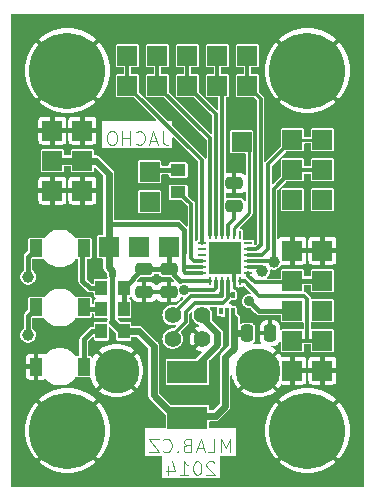
<source format=gbr>
%TF.GenerationSoftware,KiCad,Pcbnew,6.0.11+dfsg-1~bpo11+1*%
%TF.CreationDate,2023-05-27T23:34:48+00:00*%
%TF.ProjectId,USBI2C01,55534249-3243-4303-912e-6b696361645f,I2CUSB01A*%
%TF.SameCoordinates,Original*%
%TF.FileFunction,Copper,L2,Bot*%
%TF.FilePolarity,Positive*%
%FSLAX46Y46*%
G04 Gerber Fmt 4.6, Leading zero omitted, Abs format (unit mm)*
G04 Created by KiCad (PCBNEW 6.0.11+dfsg-1~bpo11+1) date 2023-05-27 23:34:48*
%MOMM*%
%LPD*%
G01*
G04 APERTURE LIST*
G04 Aperture macros list*
%AMRoundRect*
0 Rectangle with rounded corners*
0 $1 Rounding radius*
0 $2 $3 $4 $5 $6 $7 $8 $9 X,Y pos of 4 corners*
0 Add a 4 corners polygon primitive as box body*
4,1,4,$2,$3,$4,$5,$6,$7,$8,$9,$2,$3,0*
0 Add four circle primitives for the rounded corners*
1,1,$1+$1,$2,$3*
1,1,$1+$1,$4,$5*
1,1,$1+$1,$6,$7*
1,1,$1+$1,$8,$9*
0 Add four rect primitives between the rounded corners*
20,1,$1+$1,$2,$3,$4,$5,0*
20,1,$1+$1,$4,$5,$6,$7,0*
20,1,$1+$1,$6,$7,$8,$9,0*
20,1,$1+$1,$8,$9,$2,$3,0*%
G04 Aperture macros list end*
%ADD10C,0.101600*%
%TA.AperFunction,NonConductor*%
%ADD11C,0.101600*%
%TD*%
%TA.AperFunction,ComponentPad*%
%ADD12C,6.451600*%
%TD*%
%TA.AperFunction,ComponentPad*%
%ADD13R,1.651000X1.651000*%
%TD*%
%TA.AperFunction,ComponentPad*%
%ADD14C,1.422400*%
%TD*%
%TA.AperFunction,ComponentPad*%
%ADD15C,3.810000*%
%TD*%
%TA.AperFunction,SMDPad,CuDef*%
%ADD16R,1.050000X1.500000*%
%TD*%
%TA.AperFunction,SMDPad,CuDef*%
%ADD17R,3.400000X1.900000*%
%TD*%
%TA.AperFunction,SMDPad,CuDef*%
%ADD18R,1.295400X0.990600*%
%TD*%
%TA.AperFunction,SMDPad,CuDef*%
%ADD19R,0.990600X1.295400*%
%TD*%
%TA.AperFunction,SMDPad,CuDef*%
%ADD20RoundRect,0.250000X-0.250000X-0.475000X0.250000X-0.475000X0.250000X0.475000X-0.250000X0.475000X0*%
%TD*%
%TA.AperFunction,SMDPad,CuDef*%
%ADD21RoundRect,0.250000X-0.475000X0.250000X-0.475000X-0.250000X0.475000X-0.250000X0.475000X0.250000X0*%
%TD*%
%TA.AperFunction,SMDPad,CuDef*%
%ADD22R,0.350000X0.550000*%
%TD*%
%TA.AperFunction,SMDPad,CuDef*%
%ADD23R,0.250000X0.700000*%
%TD*%
%TA.AperFunction,SMDPad,CuDef*%
%ADD24R,0.700000X0.250000*%
%TD*%
%TA.AperFunction,SMDPad,CuDef*%
%ADD25R,2.700000X2.700000*%
%TD*%
%TA.AperFunction,SMDPad,CuDef*%
%ADD26RoundRect,0.250000X0.475000X-0.250000X0.475000X0.250000X-0.475000X0.250000X-0.475000X-0.250000X0*%
%TD*%
%TA.AperFunction,ViaPad*%
%ADD27C,0.906400*%
%TD*%
%TA.AperFunction,ViaPad*%
%ADD28C,1.006400*%
%TD*%
%TA.AperFunction,Conductor*%
%ADD29C,0.304800*%
%TD*%
%TA.AperFunction,Conductor*%
%ADD30C,0.254000*%
%TD*%
%TA.AperFunction,Conductor*%
%ADD31C,0.406400*%
%TD*%
%TA.AperFunction,Conductor*%
%ADD32C,0.609600*%
%TD*%
G04 APERTURE END LIST*
D10*
D11*
X152125619Y-122092961D02*
X152125619Y-120924561D01*
X151736152Y-121759133D01*
X151346686Y-120924561D01*
X151346686Y-122092961D01*
X150233924Y-122092961D02*
X150790305Y-122092961D01*
X150790305Y-120924561D01*
X149900095Y-121759133D02*
X149343714Y-121759133D01*
X150011371Y-122092961D02*
X149621905Y-120924561D01*
X149232438Y-122092961D01*
X148453505Y-121480942D02*
X148286590Y-121536580D01*
X148230952Y-121592219D01*
X148175314Y-121703495D01*
X148175314Y-121870409D01*
X148230952Y-121981685D01*
X148286590Y-122037323D01*
X148397867Y-122092961D01*
X148842971Y-122092961D01*
X148842971Y-120924561D01*
X148453505Y-120924561D01*
X148342229Y-120980200D01*
X148286590Y-121035838D01*
X148230952Y-121147114D01*
X148230952Y-121258390D01*
X148286590Y-121369666D01*
X148342229Y-121425304D01*
X148453505Y-121480942D01*
X148842971Y-121480942D01*
X147674571Y-121981685D02*
X147618933Y-122037323D01*
X147674571Y-122092961D01*
X147730210Y-122037323D01*
X147674571Y-121981685D01*
X147674571Y-122092961D01*
X146450533Y-121981685D02*
X146506171Y-122037323D01*
X146673086Y-122092961D01*
X146784362Y-122092961D01*
X146951276Y-122037323D01*
X147062552Y-121926047D01*
X147118190Y-121814771D01*
X147173829Y-121592219D01*
X147173829Y-121425304D01*
X147118190Y-121202752D01*
X147062552Y-121091476D01*
X146951276Y-120980200D01*
X146784362Y-120924561D01*
X146673086Y-120924561D01*
X146506171Y-120980200D01*
X146450533Y-121035838D01*
X146061067Y-120924561D02*
X145282133Y-120924561D01*
X146061067Y-122092961D01*
X145282133Y-122092961D01*
D10*
D11*
X150776507Y-122956838D02*
X150720869Y-122901200D01*
X150609593Y-122845561D01*
X150331402Y-122845561D01*
X150220126Y-122901200D01*
X150164488Y-122956838D01*
X150108850Y-123068114D01*
X150108850Y-123179390D01*
X150164488Y-123346304D01*
X150832145Y-124013961D01*
X150108850Y-124013961D01*
X149385555Y-122845561D02*
X149274279Y-122845561D01*
X149163002Y-122901200D01*
X149107364Y-122956838D01*
X149051726Y-123068114D01*
X148996088Y-123290666D01*
X148996088Y-123568857D01*
X149051726Y-123791409D01*
X149107364Y-123902685D01*
X149163002Y-123958323D01*
X149274279Y-124013961D01*
X149385555Y-124013961D01*
X149496831Y-123958323D01*
X149552469Y-123902685D01*
X149608107Y-123791409D01*
X149663745Y-123568857D01*
X149663745Y-123290666D01*
X149608107Y-123068114D01*
X149552469Y-122956838D01*
X149496831Y-122901200D01*
X149385555Y-122845561D01*
X147883326Y-124013961D02*
X148550983Y-124013961D01*
X148217155Y-124013961D02*
X148217155Y-122845561D01*
X148328431Y-123012476D01*
X148439707Y-123123752D01*
X148550983Y-123179390D01*
X146881840Y-123235028D02*
X146881840Y-124013961D01*
X147160031Y-122789923D02*
X147438221Y-123624495D01*
X146714926Y-123624495D01*
D10*
D11*
X146394290Y-94889561D02*
X146394290Y-95724133D01*
X146449929Y-95891047D01*
X146561205Y-96002323D01*
X146728119Y-96057961D01*
X146839395Y-96057961D01*
X145893548Y-95724133D02*
X145337167Y-95724133D01*
X146004824Y-96057961D02*
X145615357Y-94889561D01*
X145225890Y-96057961D01*
X144168767Y-95946685D02*
X144224405Y-96002323D01*
X144391319Y-96057961D01*
X144502595Y-96057961D01*
X144669510Y-96002323D01*
X144780786Y-95891047D01*
X144836424Y-95779771D01*
X144892062Y-95557219D01*
X144892062Y-95390304D01*
X144836424Y-95167752D01*
X144780786Y-95056476D01*
X144669510Y-94945200D01*
X144502595Y-94889561D01*
X144391319Y-94889561D01*
X144224405Y-94945200D01*
X144168767Y-95000838D01*
X143668024Y-96057961D02*
X143668024Y-94889561D01*
X143668024Y-95445942D02*
X143000367Y-95445942D01*
X143000367Y-96057961D02*
X143000367Y-94889561D01*
X142221433Y-94889561D02*
X141998881Y-94889561D01*
X141887605Y-94945200D01*
X141776329Y-95056476D01*
X141720690Y-95279028D01*
X141720690Y-95668495D01*
X141776329Y-95891047D01*
X141887605Y-96002323D01*
X141998881Y-96057961D01*
X142221433Y-96057961D01*
X142332710Y-96002323D01*
X142443986Y-95891047D01*
X142499624Y-95668495D01*
X142499624Y-95279028D01*
X142443986Y-95056476D01*
X142332710Y-94945200D01*
X142221433Y-94889561D01*
D12*
%TO.P,X4,P$1,P$1*%
%TO.N,GND*%
X138341100Y-89763600D03*
%TD*%
%TO.P,X3,P$1,P$1*%
%TO.N,GND*%
X138341100Y-120243600D03*
%TD*%
D13*
%TO.P,SV7,1*%
%TO.N,Net-(SV7-Pad1)*%
X153104850Y-95796100D03*
%TD*%
%TO.P,SV4,1*%
%TO.N,Net-(D2-PadK)*%
X159931100Y-100717350D03*
%TO.P,SV4,2*%
X157391100Y-100717350D03*
%TO.P,SV4,3*%
%TO.N,Net-(X1-PadP$22)*%
X159931100Y-98177350D03*
%TO.P,SV4,4*%
X157391100Y-98177350D03*
%TO.P,SV4,5*%
%TO.N,Net-(X1-PadP$21)*%
X159931100Y-95637350D03*
%TO.P,SV4,6*%
X157391100Y-95637350D03*
%TD*%
D12*
%TO.P,X6,P$1,P$1*%
%TO.N,GND*%
X158661100Y-89763600D03*
%TD*%
D13*
%TO.P,SV3,1*%
%TO.N,+3.3V*%
X146913600Y-104686100D03*
%TO.P,SV3,2*%
%TO.N,Net-(SV3-Pad2)*%
X144373600Y-104686100D03*
%TO.P,SV3,3*%
%TO.N,+5V*%
X141833600Y-104686100D03*
%TD*%
%TO.P,SV6,1*%
%TO.N,GND*%
X139611100Y-99923600D03*
%TO.P,SV6,2*%
X137071100Y-99923600D03*
%TO.P,SV6,3*%
%TO.N,+5V*%
X139611100Y-97383600D03*
%TO.P,SV6,4*%
X137071100Y-97383600D03*
%TO.P,SV6,5*%
%TO.N,GND*%
X139611100Y-94843600D03*
%TO.P,SV6,6*%
X137071100Y-94843600D03*
%TD*%
%TO.P,SV2,1*%
%TO.N,GND*%
X159931100Y-115163600D03*
%TO.P,SV2,2*%
X157391100Y-115163600D03*
%TO.P,SV2,3*%
%TO.N,Net-(X1-PadP$1)*%
X159931100Y-112623600D03*
%TO.P,SV2,4*%
X157391100Y-112623600D03*
%TO.P,SV2,5*%
%TO.N,Net-(SV3-Pad2)*%
X159931100Y-110083600D03*
%TO.P,SV2,6*%
X157391100Y-110083600D03*
%TO.P,SV2,7*%
%TO.N,Net-(X1-PadP$24)*%
X159931100Y-107543600D03*
%TO.P,SV2,8*%
X157391100Y-107543600D03*
%TO.P,SV2,9*%
%TO.N,GND*%
X159931100Y-105003600D03*
%TO.P,SV2,10*%
X157391100Y-105003600D03*
%TD*%
D12*
%TO.P,X5,P$1,P$1*%
%TO.N,GND*%
X158661100Y-120243600D03*
%TD*%
D13*
%TO.P,SV5,1*%
%TO.N,Net-(SV5-Pad1)*%
X153581100Y-88493600D03*
%TO.P,SV5,2*%
X153581100Y-91033600D03*
%TO.P,SV5,3*%
%TO.N,Net-(X1-PadP$15)*%
X151041100Y-88493600D03*
%TO.P,SV5,4*%
X151041100Y-91033600D03*
%TO.P,SV5,5*%
%TO.N,Net-(X1-PadP$14)*%
X148501100Y-88493600D03*
%TO.P,SV5,6*%
X148501100Y-91033600D03*
%TO.P,SV5,7*%
%TO.N,Net-(X1-PadP$13)*%
X145961100Y-88493600D03*
%TO.P,SV5,8*%
X145961100Y-91033600D03*
%TO.P,SV5,9*%
%TO.N,Net-(X1-PadP$12)*%
X143421100Y-88493600D03*
%TO.P,SV5,10*%
X143421100Y-91033600D03*
%TD*%
%TO.P,SV1,1*%
%TO.N,+3.3V*%
X145326100Y-100876100D03*
%TO.P,SV1,2*%
%TO.N,Net-(R5-Pad2)*%
X145326100Y-98336100D03*
%TD*%
D14*
%TO.P,X2,1,+5V*%
%TO.N,Net-(P1-Pad1)*%
X149751100Y-110463600D03*
%TO.P,X2,2,DATA-*%
%TO.N,Net-(D4-Pad4)*%
X147251100Y-110463600D03*
%TO.P,X2,3,DATA+*%
%TO.N,Net-(D4-Pad5)*%
X147251100Y-112463600D03*
%TO.P,X2,4,GND*%
%TO.N,GND*%
X149751100Y-112463600D03*
D15*
%TO.P,X2,GND,GND*%
X142501100Y-115163600D03*
%TO.P,X2,GND2,GND*%
X154501100Y-115163600D03*
%TD*%
D16*
%TO.P,D2,A,A*%
%TO.N,Net-(D2-PadA)*%
X139706100Y-104823600D03*
%TO.P,D2,K,C*%
%TO.N,Net-(D2-PadK)*%
X135706100Y-104823600D03*
%TD*%
D17*
%TO.P,P1,1,1*%
%TO.N,Net-(P1-Pad1)*%
X148501100Y-115277350D03*
%TO.P,P1,2,2*%
%TO.N,+5V*%
X148501100Y-119177350D03*
%TD*%
D18*
%TO.P,R5,1,1*%
%TO.N,Net-(R5-Pad1)*%
X147707350Y-100079850D03*
%TO.P,R5,2,2*%
%TO.N,Net-(R5-Pad2)*%
X147707350Y-98179850D03*
%TD*%
D16*
%TO.P,D1,A,A*%
%TO.N,Net-(D1-PadA)*%
X139706100Y-114823600D03*
%TO.P,D1,K,C*%
%TO.N,GND*%
X135706100Y-114823600D03*
%TD*%
D19*
%TO.P,R4,1,1*%
%TO.N,+3.3V*%
X143101100Y-108178600D03*
%TO.P,R4,2,2*%
%TO.N,Net-(D2-PadA)*%
X141201100Y-108178600D03*
%TD*%
%TO.P,R3,1,1*%
%TO.N,+3.3V*%
X143101100Y-109924850D03*
%TO.P,R3,2,2*%
%TO.N,Net-(D3-PadA)*%
X141201100Y-109924850D03*
%TD*%
D20*
%TO.P,C1,1,1*%
%TO.N,+5V*%
X153583600Y-111988600D03*
%TO.P,C1,2,2*%
%TO.N,GND*%
X155483600Y-111988600D03*
%TD*%
D16*
%TO.P,D3,A,A*%
%TO.N,Net-(D3-PadA)*%
X139706100Y-109823600D03*
%TO.P,D3,K,C*%
%TO.N,Net-(X1-PadP$22)*%
X135706100Y-109823600D03*
%TD*%
D21*
%TO.P,C3,1,1*%
%TO.N,+3.3V*%
X146913600Y-106593600D03*
%TO.P,C3,2,2*%
%TO.N,GND*%
X146913600Y-108493600D03*
%TD*%
D22*
%TO.P,D4,1*%
%TO.N,+5V*%
X152334850Y-110123600D03*
%TO.P,D4,2*%
%TO.N,GND*%
X151834850Y-110123600D03*
%TO.P,D4,3*%
%TO.N,unconnected-(D4-Pad3)*%
X151334850Y-110123600D03*
%TO.P,D4,4*%
%TO.N,Net-(D4-Pad4)*%
X151334850Y-108773600D03*
%TO.P,D4,5*%
%TO.N,Net-(D4-Pad5)*%
X152334850Y-108773600D03*
%TD*%
D23*
%TO.P,X1,P$1,SDA*%
%TO.N,Net-(X1-PadP$1)*%
X152926100Y-107613600D03*
%TO.P,X1,P$2,GND*%
%TO.N,GND*%
X152426100Y-107613600D03*
%TO.P,X1,P$3,D+*%
%TO.N,Net-(D4-Pad5)*%
X151926100Y-107613600D03*
%TO.P,X1,P$4,D-*%
%TO.N,Net-(D4-Pad4)*%
X151426100Y-107613600D03*
%TO.P,X1,P$5,VIO*%
%TO.N,Net-(R5-Pad2)*%
X150926100Y-107613600D03*
%TO.P,X1,P$6,VDD*%
%TO.N,+3.3V*%
X150426100Y-107613600D03*
D24*
%TO.P,X1,P$7,REGIN*%
%TO.N,+5V*%
X149701100Y-106888600D03*
%TO.P,X1,P$8,VBUS*%
X149701100Y-106388600D03*
%TO.P,X1,P$9,/RST*%
%TO.N,Net-(R5-Pad1)*%
X149701100Y-105888600D03*
%TO.P,X1,P$10*%
%TO.N,N/C*%
X149701100Y-105388600D03*
%TO.P,X1,P$11,SUSPEND*%
%TO.N,unconnected-(X1-PadP$11)*%
X149701100Y-104888600D03*
%TO.P,X1,P$12,GPIO7-CLK*%
%TO.N,Net-(X1-PadP$12)*%
X149701100Y-104388600D03*
D23*
%TO.P,X1,P$13,GPIO6*%
%TO.N,Net-(X1-PadP$13)*%
X150426100Y-103663600D03*
%TO.P,X1,P$14,GPIO5*%
%TO.N,Net-(X1-PadP$14)*%
X150926100Y-103663600D03*
%TO.P,X1,P$15,GPIO4*%
%TO.N,Net-(X1-PadP$15)*%
X151426100Y-103663600D03*
%TO.P,X1,P$16,VPP*%
%TO.N,Net-(C4-Pad1)*%
X151926100Y-103663600D03*
%TO.P,X1,P$17,/SUSPEND*%
%TO.N,Net-(SV7-Pad1)*%
X152426100Y-103663600D03*
%TO.P,X1,P$18*%
%TO.N,N/C*%
X152926100Y-103663600D03*
D24*
%TO.P,X1,P$19*%
X153651100Y-104388600D03*
%TO.P,X1,P$20,GPIO3*%
%TO.N,Net-(SV5-Pad1)*%
X153651100Y-104888600D03*
%TO.P,X1,P$21,GPIO2*%
%TO.N,Net-(X1-PadP$21)*%
X153651100Y-105388600D03*
%TO.P,X1,P$22,GPIO1-RXT*%
%TO.N,Net-(X1-PadP$22)*%
X153651100Y-105888600D03*
%TO.P,X1,P$23,GPIO0-TXT*%
%TO.N,Net-(D2-PadK)*%
X153651100Y-106388600D03*
%TO.P,X1,P$24,SCL*%
%TO.N,Net-(X1-PadP$24)*%
X153651100Y-106888600D03*
D25*
%TO.P,X1,P$25,GND*%
%TO.N,GND*%
X151676100Y-105638600D03*
%TD*%
D19*
%TO.P,R1,1,1*%
%TO.N,Net-(D1-PadA)*%
X141201100Y-111829850D03*
%TO.P,R1,2,2*%
%TO.N,+5V*%
X143101100Y-111829850D03*
%TD*%
D26*
%TO.P,C4,1,1*%
%TO.N,Net-(C4-Pad1)*%
X152469850Y-101191100D03*
%TO.P,C4,2,2*%
%TO.N,GND*%
X152469850Y-99291100D03*
%TD*%
D21*
%TO.P,C2,1,1*%
%TO.N,+3.3V*%
X144849850Y-106593600D03*
%TO.P,C2,2,2*%
%TO.N,GND*%
X144849850Y-108493600D03*
%TD*%
D27*
%TO.N,GND*%
X151517350Y-111036100D03*
X153422350Y-110401100D03*
X145484850Y-111353600D03*
X145484850Y-110242350D03*
X144373600Y-110242350D03*
D28*
%TO.N,Net-(D2-PadK)*%
X154851100Y-106749850D03*
X135007350Y-107226100D03*
D27*
%TO.N,Net-(R5-Pad2)*%
X148183600Y-108337350D03*
D28*
%TO.N,Net-(X1-PadP$22)*%
X135007350Y-112147350D03*
X155803600Y-105956100D03*
D27*
%TO.N,Net-(SV3-Pad2)*%
X153739850Y-109289850D03*
%TD*%
D29*
%TO.N,GND*%
X152426100Y-106388600D02*
X151676100Y-105638600D01*
X152426100Y-107613600D02*
X152426100Y-106388600D01*
D30*
X152426100Y-108134850D02*
X152469850Y-108178600D01*
X152628600Y-108178600D02*
X153104850Y-108654850D01*
X152426100Y-107613600D02*
X152426100Y-108134850D01*
X152469850Y-108178600D02*
X152628600Y-108178600D01*
D29*
%TO.N,+3.3V*%
X148888600Y-107613600D02*
X148818600Y-107543600D01*
D31*
X146913600Y-106593600D02*
X144849850Y-106593600D01*
D29*
X148818600Y-107543600D02*
X147863600Y-107543600D01*
D31*
X143101100Y-108178600D02*
X144686100Y-106593600D01*
X143101100Y-109924850D02*
X143101100Y-108178600D01*
D29*
X150426100Y-107613600D02*
X148888600Y-107613600D01*
D31*
X144686100Y-106593600D02*
X144849850Y-106593600D01*
X147863600Y-107543600D02*
X147704850Y-107384850D01*
X146913600Y-106593600D02*
X146913600Y-104686100D01*
X147704850Y-107384850D02*
X146913600Y-106593600D01*
D29*
%TO.N,+5V*%
X152334850Y-110694850D02*
X152469850Y-110718600D01*
X148322350Y-106888600D02*
X148183600Y-106749850D01*
X148298600Y-106388600D02*
X148183600Y-106273600D01*
X148183600Y-106273600D02*
X148183600Y-105162350D01*
X149701100Y-106888600D02*
X148639850Y-106888600D01*
D32*
X151676100Y-114052350D02*
X151676100Y-118179850D01*
X139611100Y-97383600D02*
X140722350Y-97383600D01*
X141833600Y-104686100D02*
X141833600Y-102781100D01*
X141833600Y-98494850D02*
X140881100Y-97542350D01*
D31*
X148183600Y-103574850D02*
X148183600Y-105162350D01*
X148183600Y-103257350D02*
X147707350Y-102781100D01*
D32*
X152334850Y-113393600D02*
X152469850Y-113258600D01*
X152311100Y-113417350D02*
X151676100Y-114052350D01*
X142151100Y-106749850D02*
X142151100Y-107067350D01*
X144373600Y-111829850D02*
X145643600Y-113099850D01*
X153583600Y-111988600D02*
X152628600Y-111988600D01*
D31*
X142151100Y-110718600D02*
X142151100Y-111036100D01*
D32*
X148704850Y-118973600D02*
X148501100Y-119177350D01*
D31*
X142151100Y-107067350D02*
X142151100Y-110718600D01*
D32*
X142944850Y-111829850D02*
X143101100Y-111829850D01*
D29*
X152334850Y-110123600D02*
X152334850Y-110694850D01*
D32*
X145643600Y-117227350D02*
X145643600Y-115843600D01*
X152628600Y-111988600D02*
X152469850Y-111829850D01*
X141833600Y-102781100D02*
X141833600Y-102622350D01*
D29*
X149701100Y-106388600D02*
X148298600Y-106388600D01*
D31*
X147707350Y-102781100D02*
X141992350Y-102781100D01*
X141992350Y-102781100D02*
X141833600Y-102622350D01*
X148183600Y-103574850D02*
X148183600Y-103257350D01*
X152334850Y-113393600D02*
X152311100Y-113417350D01*
D32*
X142151100Y-111036100D02*
X142944850Y-111829850D01*
X151676100Y-118179850D02*
X150882350Y-118973600D01*
X152469850Y-111829850D02*
X152469850Y-110718600D01*
X141833600Y-104686100D02*
X141833600Y-106432350D01*
D29*
X148639850Y-106888600D02*
X148322350Y-106888600D01*
X148183600Y-106749850D02*
X148183600Y-106273600D01*
D32*
X145643600Y-113099850D02*
X145643600Y-115843600D01*
X147389850Y-118973600D02*
X145643600Y-117227350D01*
X141833600Y-102622350D02*
X141833600Y-98494850D01*
X148704850Y-118973600D02*
X147389850Y-118973600D01*
X143101100Y-111829850D02*
X144373600Y-111829850D01*
X140722350Y-97383600D02*
X140881100Y-97542350D01*
X137071100Y-97383600D02*
X139611100Y-97383600D01*
X141833600Y-106432350D02*
X142151100Y-106749850D01*
X150882350Y-118973600D02*
X148704850Y-118973600D01*
X152469850Y-113258600D02*
X152469850Y-111829850D01*
D29*
%TO.N,Net-(C4-Pad1)*%
X152469850Y-102304850D02*
X152469850Y-101191100D01*
X151926100Y-103663600D02*
X151926100Y-102848600D01*
X151926100Y-102848600D02*
X152469850Y-102304850D01*
D31*
%TO.N,Net-(D1-PadA)*%
X139706100Y-114823600D02*
X139706100Y-112528600D01*
X140404850Y-111829850D02*
X141201100Y-111829850D01*
X139706100Y-112528600D02*
X140404850Y-111829850D01*
%TO.N,Net-(D2-PadA)*%
X139611100Y-104918600D02*
X139706100Y-104823600D01*
X139611100Y-107543600D02*
X139611100Y-104918600D01*
X141201100Y-108178600D02*
X140246100Y-108178600D01*
X140246100Y-108178600D02*
X139611100Y-107543600D01*
%TO.N,Net-(D2-PadK)*%
X135007350Y-107226100D02*
X135007350Y-105522350D01*
D29*
X154489850Y-106388600D02*
X154533600Y-106432350D01*
D31*
X135007350Y-105522350D02*
X135706100Y-104823600D01*
D29*
X153651100Y-106388600D02*
X154489850Y-106388600D01*
D31*
X154851100Y-106749850D02*
X154533600Y-106432350D01*
%TO.N,Net-(D3-PadA)*%
X139807350Y-109924850D02*
X139706100Y-109823600D01*
X141201100Y-109924850D02*
X139807350Y-109924850D01*
D32*
%TO.N,Net-(P1-Pad1)*%
X148614850Y-115163600D02*
X148501100Y-115277350D01*
X149294850Y-114687350D02*
X150882350Y-113099850D01*
X150088600Y-110801100D02*
X149751100Y-110463600D01*
X149294850Y-115163600D02*
X148614850Y-115163600D01*
X149294850Y-115163600D02*
X149294850Y-114687350D01*
X151041100Y-111988600D02*
X150088600Y-111036100D01*
X150088600Y-111036100D02*
X150088600Y-110801100D01*
X151041100Y-112941100D02*
X151041100Y-111988600D01*
X150882350Y-113099850D02*
X151041100Y-112941100D01*
D29*
%TO.N,Net-(R5-Pad1)*%
X148818600Y-101037350D02*
X147707350Y-100079850D01*
X149701100Y-105888600D02*
X149068600Y-105888600D01*
X148818600Y-105638600D02*
X148818600Y-101037350D01*
X149068600Y-105888600D02*
X148818600Y-105638600D01*
D31*
%TO.N,Net-(R5-Pad2)*%
X147707350Y-98179850D02*
X145482350Y-98179850D01*
D29*
X150723600Y-108337350D02*
X148183600Y-108337350D01*
X150926100Y-108134850D02*
X150723600Y-108337350D01*
X150926100Y-107613600D02*
X150926100Y-108134850D01*
D31*
X145482350Y-98179850D02*
X145326100Y-98336100D01*
D29*
%TO.N,Net-(SV5-Pad1)*%
X153977975Y-91430475D02*
X153581100Y-91033600D01*
X154331100Y-104888600D02*
X154692350Y-104527350D01*
X154013600Y-104888600D02*
X154331100Y-104888600D01*
X154692350Y-104527350D02*
X154692350Y-92144850D01*
X154013600Y-104888600D02*
X153651100Y-104888600D01*
X154374850Y-91827350D02*
X153977975Y-91430475D01*
X154692350Y-92144850D02*
X153977975Y-91430475D01*
X153581100Y-88493600D02*
X153581100Y-91033600D01*
%TO.N,Net-(X1-PadP$15)*%
X151426100Y-91418600D02*
X151041100Y-91033600D01*
X151041100Y-88493600D02*
X151041100Y-91033600D01*
X151426100Y-103663600D02*
X151426100Y-91418600D01*
%TO.N,Net-(X1-PadP$14)*%
X150926100Y-93458600D02*
X148501100Y-91033600D01*
X148501100Y-88493600D02*
X148501100Y-91033600D01*
X150926100Y-103663600D02*
X150926100Y-93458600D01*
%TO.N,Net-(X1-PadP$13)*%
X150426100Y-95498600D02*
X145961100Y-91033600D01*
X150426100Y-103663600D02*
X150426100Y-95498600D01*
X145961100Y-88493600D02*
X145961100Y-91033600D01*
%TO.N,Net-(X1-PadP$12)*%
X149701100Y-104388600D02*
X149701100Y-97313600D01*
X149701100Y-97313600D02*
X143421100Y-91033600D01*
X143421100Y-88493600D02*
X143421100Y-91033600D01*
D30*
%TO.N,Net-(SV7-Pad1)*%
X153739850Y-101828600D02*
X152469850Y-103098600D01*
X152426100Y-103142350D02*
X152426100Y-103663600D01*
X152469850Y-103098600D02*
X152426100Y-103142350D01*
X153104850Y-95796100D02*
X153739850Y-96589850D01*
X153739850Y-96589850D02*
X153739850Y-101828600D01*
D29*
%TO.N,Net-(D4-Pad4)*%
X147251100Y-110381100D02*
X148818600Y-108813600D01*
X151426100Y-108523600D02*
X151426100Y-108841100D01*
X151426100Y-107613600D02*
X151426100Y-108523600D01*
X151136100Y-108813600D02*
X151334850Y-108773600D01*
X148818600Y-108813600D02*
X151136100Y-108813600D01*
X147251100Y-110463600D02*
X147251100Y-110381100D01*
X151426100Y-108841100D02*
X151334850Y-108773600D01*
%TO.N,Net-(D4-Pad5)*%
X147251100Y-112463600D02*
X147251100Y-112127350D01*
X151926100Y-108654850D02*
X151926100Y-107613600D01*
X148342350Y-111036100D02*
X148342350Y-110242350D01*
X151926100Y-108654850D02*
X151926100Y-108813600D01*
X151926100Y-108813600D02*
X151926100Y-109039850D01*
X149136100Y-109448600D02*
X148342350Y-110242350D01*
X149136100Y-109448600D02*
X151517350Y-109448600D01*
X151966100Y-108773600D02*
X151926100Y-108813600D01*
X147251100Y-112127350D02*
X148342350Y-111036100D01*
X151517350Y-109448600D02*
X151926100Y-109039850D01*
X152334850Y-108773600D02*
X151966100Y-108773600D01*
%TO.N,Net-(X1-PadP$22)*%
X153651100Y-105888600D02*
X155894850Y-105888600D01*
D31*
X135007350Y-112147350D02*
X135007350Y-110522350D01*
D29*
X157391100Y-98177350D02*
X159931100Y-98177350D01*
D31*
X135007350Y-110522350D02*
X135706100Y-109823600D01*
D29*
X155894850Y-105888600D02*
X155803600Y-105956100D01*
X155803600Y-99764850D02*
X157391100Y-98177350D01*
X155803600Y-105956100D02*
X155803600Y-99764850D01*
%TO.N,Net-(X1-PadP$21)*%
X155327350Y-97701100D02*
X157391100Y-95637350D01*
X153651100Y-105388600D02*
X154783600Y-105388600D01*
D30*
X157391100Y-95637350D02*
X159931100Y-95637350D01*
D29*
X154783600Y-105388600D02*
X155327350Y-104844850D01*
X155327350Y-104844850D02*
X155327350Y-97701100D01*
%TO.N,Net-(X1-PadP$1)*%
X158343600Y-108813600D02*
X158661100Y-109131100D01*
X153333600Y-107613600D02*
X154533600Y-108813600D01*
X152926100Y-107613600D02*
X153333600Y-107613600D01*
X158661100Y-109131100D02*
X158661100Y-112623600D01*
X159931100Y-112623600D02*
X158661100Y-112623600D01*
X158661100Y-112623600D02*
X157391100Y-112623600D01*
X154533600Y-108813600D02*
X158343600Y-108813600D01*
D31*
%TO.N,Net-(SV3-Pad2)*%
X154533600Y-110083600D02*
X153739850Y-109289850D01*
X157391100Y-110083600D02*
X154533600Y-110083600D01*
D29*
%TO.N,Net-(X1-PadP$24)*%
X154216100Y-107702350D02*
X157232350Y-107702350D01*
X157232350Y-107702350D02*
X157391100Y-107543600D01*
D31*
X159931100Y-107543600D02*
X157391100Y-107543600D01*
D29*
X153651100Y-106888600D02*
X153651100Y-107137350D01*
X153651100Y-107137350D02*
X154216100Y-107702350D01*
%TD*%
%TA.AperFunction,Conductor*%
%TO.N,GND*%
G36*
X163434738Y-84980693D02*
G01*
X163460458Y-85025242D01*
X163461600Y-85038300D01*
X163461600Y-124968900D01*
X163444007Y-125017238D01*
X163399458Y-125042958D01*
X163386400Y-125044100D01*
X133615800Y-125044100D01*
X133567462Y-125026507D01*
X133541742Y-124981958D01*
X133540600Y-124968900D01*
X133540600Y-122901329D01*
X135939482Y-122901329D01*
X135941067Y-122907247D01*
X135943454Y-122909396D01*
X136232058Y-123143103D01*
X136235237Y-123145413D01*
X136546700Y-123347679D01*
X136550087Y-123349634D01*
X136880989Y-123518238D01*
X136884580Y-123519836D01*
X137231266Y-123652916D01*
X137235023Y-123654137D01*
X137593724Y-123750251D01*
X137597584Y-123751071D01*
X137964361Y-123809163D01*
X137968282Y-123809575D01*
X138339135Y-123829011D01*
X138343065Y-123829011D01*
X138713918Y-123809575D01*
X138717839Y-123809163D01*
X139084616Y-123751071D01*
X139088476Y-123750251D01*
X139447177Y-123654137D01*
X139450934Y-123652916D01*
X139797620Y-123519836D01*
X139801211Y-123518238D01*
X140132113Y-123349634D01*
X140135500Y-123347679D01*
X140446963Y-123145413D01*
X140450142Y-123143103D01*
X140738452Y-122909634D01*
X140742718Y-122900485D01*
X140741113Y-122894494D01*
X138350477Y-120503858D01*
X138340678Y-120499289D01*
X138334687Y-120500894D01*
X135944051Y-122891530D01*
X135939482Y-122901329D01*
X133540600Y-122901329D01*
X133540600Y-120245565D01*
X134755689Y-120245565D01*
X134775125Y-120616418D01*
X134775537Y-120620339D01*
X134833629Y-120987116D01*
X134834449Y-120990976D01*
X134930563Y-121349677D01*
X134931784Y-121353434D01*
X135064864Y-121700120D01*
X135066462Y-121703711D01*
X135235066Y-122034613D01*
X135237021Y-122038000D01*
X135439287Y-122349463D01*
X135441597Y-122352642D01*
X135675066Y-122640952D01*
X135684215Y-122645218D01*
X135690206Y-122643613D01*
X138080842Y-120252977D01*
X138085017Y-120244022D01*
X138596789Y-120244022D01*
X138598394Y-120250013D01*
X140989030Y-122640649D01*
X140998829Y-122645218D01*
X141004747Y-122643633D01*
X141006896Y-122641246D01*
X141240603Y-122352642D01*
X141242913Y-122349463D01*
X141445179Y-122038000D01*
X141447134Y-122034613D01*
X141615738Y-121703711D01*
X141617336Y-121700120D01*
X141750416Y-121353434D01*
X141751637Y-121349677D01*
X141847751Y-120990976D01*
X141848571Y-120987116D01*
X141906663Y-120620339D01*
X141907075Y-120616418D01*
X141926511Y-120245565D01*
X141926511Y-120241635D01*
X141907075Y-119870782D01*
X141906663Y-119866861D01*
X141848571Y-119500084D01*
X141847751Y-119496224D01*
X141751637Y-119137523D01*
X141750416Y-119133766D01*
X141617336Y-118787080D01*
X141615738Y-118783489D01*
X141447134Y-118452587D01*
X141445179Y-118449200D01*
X141242913Y-118137737D01*
X141240603Y-118134558D01*
X141007134Y-117846248D01*
X140997985Y-117841982D01*
X140991994Y-117843587D01*
X138601358Y-120234223D01*
X138596789Y-120244022D01*
X138085017Y-120244022D01*
X138085411Y-120243178D01*
X138083806Y-120237187D01*
X135693170Y-117846551D01*
X135683371Y-117841982D01*
X135677453Y-117843567D01*
X135675304Y-117845954D01*
X135441597Y-118134558D01*
X135439287Y-118137737D01*
X135237021Y-118449200D01*
X135235066Y-118452587D01*
X135066462Y-118783489D01*
X135064864Y-118787080D01*
X134931784Y-119133766D01*
X134930563Y-119137523D01*
X134834449Y-119496224D01*
X134833629Y-119500084D01*
X134775537Y-119866861D01*
X134775125Y-119870782D01*
X134755689Y-120241635D01*
X134755689Y-120245565D01*
X133540600Y-120245565D01*
X133540600Y-117586715D01*
X135939482Y-117586715D01*
X135941087Y-117592706D01*
X138331723Y-119983342D01*
X138341522Y-119987911D01*
X138347513Y-119986306D01*
X140738149Y-117595670D01*
X140742718Y-117585871D01*
X140741133Y-117579953D01*
X140738746Y-117577804D01*
X140450142Y-117344097D01*
X140446963Y-117341787D01*
X140135500Y-117139521D01*
X140132113Y-117137566D01*
X139801211Y-116968962D01*
X139797620Y-116967364D01*
X139576776Y-116882590D01*
X141038222Y-116882590D01*
X141039551Y-116887550D01*
X141120614Y-116958640D01*
X141124521Y-116961638D01*
X141366729Y-117123477D01*
X141370979Y-117125931D01*
X141632247Y-117254774D01*
X141636791Y-117256655D01*
X141912635Y-117350292D01*
X141917379Y-117351563D01*
X142203083Y-117408393D01*
X142207967Y-117409036D01*
X142498644Y-117428088D01*
X142503556Y-117428088D01*
X142794233Y-117409036D01*
X142799117Y-117408393D01*
X143084821Y-117351563D01*
X143089565Y-117350292D01*
X143365409Y-117256655D01*
X143369953Y-117254774D01*
X143631221Y-117125931D01*
X143635471Y-117123477D01*
X143877679Y-116961638D01*
X143881586Y-116958640D01*
X143958816Y-116890911D01*
X143964016Y-116881434D01*
X143963014Y-116876396D01*
X142510477Y-115423858D01*
X142500678Y-115419289D01*
X142494687Y-115420894D01*
X141042791Y-116872791D01*
X141038222Y-116882590D01*
X139576776Y-116882590D01*
X139450934Y-116834284D01*
X139447177Y-116833063D01*
X139088476Y-116736949D01*
X139084616Y-116736129D01*
X138717839Y-116678037D01*
X138713918Y-116677625D01*
X138343065Y-116658189D01*
X138339135Y-116658189D01*
X137968282Y-116677625D01*
X137964361Y-116678037D01*
X137597584Y-116736129D01*
X137593724Y-116736949D01*
X137235023Y-116833063D01*
X137231266Y-116834284D01*
X136884580Y-116967364D01*
X136880989Y-116968962D01*
X136550087Y-117137566D01*
X136546700Y-117139521D01*
X136235237Y-117341787D01*
X136232058Y-117344097D01*
X135943748Y-117577566D01*
X135939482Y-117586715D01*
X133540600Y-117586715D01*
X133540600Y-115604480D01*
X134826301Y-115604480D01*
X134826702Y-115609949D01*
X134835715Y-115671184D01*
X134839141Y-115682209D01*
X134885885Y-115777417D01*
X134893019Y-115787382D01*
X134967820Y-115862051D01*
X134977802Y-115869172D01*
X135073095Y-115915752D01*
X135084109Y-115919156D01*
X135144768Y-115928006D01*
X135150201Y-115928400D01*
X135515441Y-115928400D01*
X135525598Y-115924703D01*
X135528700Y-115919331D01*
X135528700Y-115014259D01*
X135525003Y-115004102D01*
X135519631Y-115001000D01*
X134839560Y-115001000D01*
X134829403Y-115004697D01*
X134826301Y-115010069D01*
X134826301Y-115604480D01*
X133540600Y-115604480D01*
X133540600Y-114632941D01*
X134826300Y-114632941D01*
X134829997Y-114643098D01*
X134835369Y-114646200D01*
X135515441Y-114646200D01*
X135525598Y-114642503D01*
X135528700Y-114637131D01*
X135528700Y-113732060D01*
X135525003Y-113721903D01*
X135519631Y-113718801D01*
X135150220Y-113718801D01*
X135144751Y-113719202D01*
X135083516Y-113728215D01*
X135072491Y-113731641D01*
X134977283Y-113778385D01*
X134967318Y-113785519D01*
X134892649Y-113860320D01*
X134885528Y-113870302D01*
X134838948Y-113965595D01*
X134835544Y-113976609D01*
X134826694Y-114037268D01*
X134826300Y-114042701D01*
X134826300Y-114632941D01*
X133540600Y-114632941D01*
X133540600Y-112140429D01*
X134346467Y-112140429D01*
X134346964Y-112144931D01*
X134346964Y-112144935D01*
X134357171Y-112237387D01*
X134363893Y-112298271D01*
X134365449Y-112302523D01*
X134365450Y-112302527D01*
X134389025Y-112366948D01*
X134418467Y-112447401D01*
X134420991Y-112451157D01*
X134420993Y-112451161D01*
X134478150Y-112536219D01*
X134507038Y-112579208D01*
X134624492Y-112686083D01*
X134628473Y-112688244D01*
X134628475Y-112688246D01*
X134664049Y-112707561D01*
X134764049Y-112761857D01*
X134768428Y-112763006D01*
X134768431Y-112763007D01*
X134898727Y-112797189D01*
X134917653Y-112802154D01*
X134981674Y-112803160D01*
X135071903Y-112804577D01*
X135071905Y-112804577D01*
X135076435Y-112804648D01*
X135080853Y-112803636D01*
X135080855Y-112803636D01*
X135226806Y-112770209D01*
X135226808Y-112770208D01*
X135231228Y-112769196D01*
X135373097Y-112697843D01*
X135386867Y-112686083D01*
X135457175Y-112626034D01*
X135493851Y-112594710D01*
X135564613Y-112496234D01*
X135583872Y-112469433D01*
X135583874Y-112469430D01*
X135586518Y-112465750D01*
X135588959Y-112459680D01*
X135631170Y-112354675D01*
X135645749Y-112318408D01*
X135657525Y-112235662D01*
X135667779Y-112163618D01*
X135667779Y-112163612D01*
X135668124Y-112161191D01*
X135668269Y-112147350D01*
X135649191Y-111989699D01*
X135647486Y-111985186D01*
X135594663Y-111845393D01*
X135594662Y-111845391D01*
X135593059Y-111841149D01*
X135553062Y-111782952D01*
X135505681Y-111714012D01*
X135505679Y-111714010D01*
X135503113Y-111710276D01*
X135477952Y-111687858D01*
X135388625Y-111608272D01*
X135364238Y-111562981D01*
X135363450Y-111552125D01*
X135363450Y-110801700D01*
X135381043Y-110753362D01*
X135425592Y-110727642D01*
X135438650Y-110726500D01*
X136204794Y-110726499D01*
X136246156Y-110726499D01*
X136270850Y-110721588D01*
X136283489Y-110719074D01*
X136283490Y-110719074D01*
X136290758Y-110717628D01*
X136296921Y-110713510D01*
X136299318Y-110712517D01*
X136350709Y-110710273D01*
X136392215Y-110742701D01*
X136407264Y-110767259D01*
X136570876Y-110958824D01*
X136573117Y-110960738D01*
X136582507Y-110968758D01*
X136762441Y-111122436D01*
X136764964Y-111123982D01*
X136974716Y-111252519D01*
X136974719Y-111252521D01*
X136977241Y-111254066D01*
X137014838Y-111269639D01*
X137207255Y-111349341D01*
X137207260Y-111349343D01*
X137209989Y-111350473D01*
X137212866Y-111351164D01*
X137212870Y-111351165D01*
X137424587Y-111401993D01*
X137454952Y-111409283D01*
X137457896Y-111409515D01*
X137457898Y-111409515D01*
X137641740Y-111423984D01*
X137641748Y-111423984D01*
X137643218Y-111424100D01*
X137768982Y-111424100D01*
X137770452Y-111423984D01*
X137770460Y-111423984D01*
X137954302Y-111409515D01*
X137954304Y-111409515D01*
X137957248Y-111409283D01*
X137987613Y-111401993D01*
X138199330Y-111351165D01*
X138199334Y-111351164D01*
X138202211Y-111350473D01*
X138204940Y-111349343D01*
X138204945Y-111349341D01*
X138397362Y-111269639D01*
X138434959Y-111254066D01*
X138437481Y-111252521D01*
X138437484Y-111252519D01*
X138647236Y-111123982D01*
X138649759Y-111122436D01*
X138829693Y-110968758D01*
X138839083Y-110960738D01*
X138841324Y-110958824D01*
X139004936Y-110767259D01*
X139013452Y-110753362D01*
X139019986Y-110742701D01*
X139060244Y-110710680D01*
X139112882Y-110712518D01*
X139115282Y-110713512D01*
X139121442Y-110717628D01*
X139166043Y-110726500D01*
X139706026Y-110726500D01*
X140246156Y-110726499D01*
X140290758Y-110717628D01*
X140341334Y-110683834D01*
X140365281Y-110647995D01*
X140371013Y-110639417D01*
X140371014Y-110639416D01*
X140375128Y-110633258D01*
X140379281Y-110612382D01*
X140383279Y-110592282D01*
X140383279Y-110592281D01*
X140384000Y-110588657D01*
X140384000Y-110356150D01*
X140401593Y-110307812D01*
X140446142Y-110282092D01*
X140459200Y-110280950D01*
X140477701Y-110280950D01*
X140526039Y-110298543D01*
X140551759Y-110343092D01*
X140552901Y-110356150D01*
X140552901Y-110587606D01*
X140561772Y-110632208D01*
X140595566Y-110682784D01*
X140601723Y-110686898D01*
X140639983Y-110712463D01*
X140639984Y-110712464D01*
X140646142Y-110716578D01*
X140653406Y-110718023D01*
X140658685Y-110719073D01*
X140690743Y-110725450D01*
X140779211Y-110725450D01*
X141672509Y-110725449D01*
X141720847Y-110743042D01*
X141746567Y-110787591D01*
X141741288Y-110831055D01*
X141704636Y-110913961D01*
X141703976Y-110919541D01*
X141703975Y-110919543D01*
X141703677Y-110922059D01*
X141699100Y-110960738D01*
X141698845Y-110962889D01*
X141675692Y-111008823D01*
X141624166Y-111029250D01*
X140743181Y-111029251D01*
X140690744Y-111029251D01*
X140646142Y-111038122D01*
X140595566Y-111071916D01*
X140591452Y-111078073D01*
X140569343Y-111111162D01*
X140561772Y-111122492D01*
X140560327Y-111129756D01*
X140555271Y-111155176D01*
X140552900Y-111167093D01*
X140552900Y-111398550D01*
X140535307Y-111446888D01*
X140490758Y-111472608D01*
X140477700Y-111473750D01*
X140450876Y-111473750D01*
X140435048Y-111472065D01*
X140427939Y-111470535D01*
X140427936Y-111470535D01*
X140421857Y-111469226D01*
X140393283Y-111472608D01*
X140388036Y-111473229D01*
X140379197Y-111473750D01*
X140375266Y-111473750D01*
X140372206Y-111474259D01*
X140372198Y-111474260D01*
X140356417Y-111476887D01*
X140352921Y-111477385D01*
X140323159Y-111480908D01*
X140310303Y-111482429D01*
X140310302Y-111482429D01*
X140304128Y-111483160D01*
X140298523Y-111485852D01*
X140297369Y-111486187D01*
X140296554Y-111486373D01*
X140295942Y-111486566D01*
X140295171Y-111486882D01*
X140294037Y-111487270D01*
X140287908Y-111488290D01*
X140282440Y-111491240D01*
X140282438Y-111491241D01*
X140244687Y-111511611D01*
X140241568Y-111513201D01*
X140197260Y-111534478D01*
X140193250Y-111537849D01*
X140192296Y-111538803D01*
X140188760Y-111541788D01*
X140183576Y-111544585D01*
X140160457Y-111569595D01*
X140148646Y-111582372D01*
X140146599Y-111584500D01*
X139486844Y-112244255D01*
X139474459Y-112254258D01*
X139468345Y-112258205D01*
X139468343Y-112258206D01*
X139463126Y-112261575D01*
X139459282Y-112266451D01*
X139459280Y-112266453D01*
X139442042Y-112288320D01*
X139436160Y-112294938D01*
X139433380Y-112297718D01*
X139431575Y-112300244D01*
X139431574Y-112300245D01*
X139422262Y-112313275D01*
X139420136Y-112316106D01*
X139395400Y-112347485D01*
X139389732Y-112354675D01*
X139387672Y-112360541D01*
X139387096Y-112361589D01*
X139386645Y-112362306D01*
X139386356Y-112362862D01*
X139386035Y-112363629D01*
X139385503Y-112364716D01*
X139381890Y-112369771D01*
X139380109Y-112375727D01*
X139367819Y-112416823D01*
X139366735Y-112420162D01*
X139350452Y-112466529D01*
X139350000Y-112471748D01*
X139350000Y-112473104D01*
X139349610Y-112477712D01*
X139347923Y-112483352D01*
X139348167Y-112489561D01*
X139349942Y-112534743D01*
X139350000Y-112537695D01*
X139350000Y-113845501D01*
X139332407Y-113893839D01*
X139287858Y-113919559D01*
X139274800Y-113920701D01*
X139166044Y-113920701D01*
X139141350Y-113925612D01*
X139128711Y-113928126D01*
X139128710Y-113928126D01*
X139121442Y-113929572D01*
X139115279Y-113933690D01*
X139112882Y-113934683D01*
X139061491Y-113936927D01*
X139019985Y-113904499D01*
X139006478Y-113882457D01*
X139006477Y-113882455D01*
X139004936Y-113879941D01*
X138841324Y-113688376D01*
X138649759Y-113524764D01*
X138597699Y-113492861D01*
X138437484Y-113394681D01*
X138437481Y-113394679D01*
X138434959Y-113393134D01*
X138318685Y-113344972D01*
X138204945Y-113297859D01*
X138204940Y-113297857D01*
X138202211Y-113296727D01*
X138199334Y-113296036D01*
X138199330Y-113296035D01*
X137960122Y-113238607D01*
X137957248Y-113237917D01*
X137954304Y-113237685D01*
X137954302Y-113237685D01*
X137770460Y-113223216D01*
X137770452Y-113223216D01*
X137768982Y-113223100D01*
X137643218Y-113223100D01*
X137641748Y-113223216D01*
X137641740Y-113223216D01*
X137457898Y-113237685D01*
X137457896Y-113237685D01*
X137454952Y-113237917D01*
X137452078Y-113238607D01*
X137212870Y-113296035D01*
X137212866Y-113296036D01*
X137209989Y-113296727D01*
X137207260Y-113297857D01*
X137207255Y-113297859D01*
X137093515Y-113344972D01*
X136977241Y-113393134D01*
X136974719Y-113394679D01*
X136974716Y-113394681D01*
X136814501Y-113492861D01*
X136762441Y-113524764D01*
X136570876Y-113688376D01*
X136514509Y-113754373D01*
X136469740Y-113779703D01*
X136424303Y-113773094D01*
X136339105Y-113731448D01*
X136328091Y-113728044D01*
X136267432Y-113719194D01*
X136261999Y-113718800D01*
X135896759Y-113718800D01*
X135886602Y-113722497D01*
X135883500Y-113727869D01*
X135883500Y-115915140D01*
X135887197Y-115925297D01*
X135892569Y-115928399D01*
X136261980Y-115928399D01*
X136267449Y-115927998D01*
X136328684Y-115918985D01*
X136339709Y-115915559D01*
X136424137Y-115874107D01*
X136475280Y-115868596D01*
X136514461Y-115892771D01*
X136544891Y-115928400D01*
X136570876Y-115958824D01*
X136762441Y-116122436D01*
X136764964Y-116123982D01*
X136974716Y-116252519D01*
X136974719Y-116252521D01*
X136977241Y-116254066D01*
X137050269Y-116284315D01*
X137207255Y-116349341D01*
X137207260Y-116349343D01*
X137209989Y-116350473D01*
X137212866Y-116351164D01*
X137212870Y-116351165D01*
X137439668Y-116405614D01*
X137454952Y-116409283D01*
X137457896Y-116409515D01*
X137457898Y-116409515D01*
X137641740Y-116423984D01*
X137641748Y-116423984D01*
X137643218Y-116424100D01*
X137768982Y-116424100D01*
X137770452Y-116423984D01*
X137770460Y-116423984D01*
X137954302Y-116409515D01*
X137954304Y-116409515D01*
X137957248Y-116409283D01*
X137972532Y-116405614D01*
X138199330Y-116351165D01*
X138199334Y-116351164D01*
X138202211Y-116350473D01*
X138204940Y-116349343D01*
X138204945Y-116349341D01*
X138361931Y-116284315D01*
X138434959Y-116254066D01*
X138437481Y-116252521D01*
X138437484Y-116252519D01*
X138647236Y-116123982D01*
X138649759Y-116122436D01*
X138841324Y-115958824D01*
X139004936Y-115767259D01*
X139014247Y-115752065D01*
X139019986Y-115742701D01*
X139060244Y-115710680D01*
X139112882Y-115712518D01*
X139115282Y-115713512D01*
X139121442Y-115717628D01*
X139166043Y-115726500D01*
X139706026Y-115726500D01*
X140246156Y-115726499D01*
X140246156Y-115726798D01*
X140294115Y-115739089D01*
X140322867Y-115776985D01*
X140408045Y-116027909D01*
X140409926Y-116032453D01*
X140538768Y-116293717D01*
X140541222Y-116297968D01*
X140703068Y-116540188D01*
X140706056Y-116544082D01*
X140773789Y-116621316D01*
X140783266Y-116626516D01*
X140788304Y-116625514D01*
X142240842Y-115172977D01*
X142245017Y-115164022D01*
X142756789Y-115164022D01*
X142758394Y-115170013D01*
X144210291Y-116621909D01*
X144220090Y-116626478D01*
X144225050Y-116625149D01*
X144296144Y-116544082D01*
X144299132Y-116540188D01*
X144460978Y-116297968D01*
X144463432Y-116293717D01*
X144592274Y-116032453D01*
X144594155Y-116027909D01*
X144687792Y-115752065D01*
X144689063Y-115747321D01*
X144745893Y-115461617D01*
X144746536Y-115456733D01*
X144765588Y-115166056D01*
X144765588Y-115161144D01*
X144746536Y-114870467D01*
X144745893Y-114865583D01*
X144689063Y-114579879D01*
X144687792Y-114575135D01*
X144594155Y-114299291D01*
X144592274Y-114294747D01*
X144463432Y-114033483D01*
X144460978Y-114029232D01*
X144299132Y-113787012D01*
X144296144Y-113783118D01*
X144228411Y-113705884D01*
X144218934Y-113700684D01*
X144213896Y-113701686D01*
X142761358Y-115154223D01*
X142756789Y-115164022D01*
X142245017Y-115164022D01*
X142245411Y-115163178D01*
X142243806Y-115157187D01*
X140791909Y-113705291D01*
X140782110Y-113700722D01*
X140777150Y-113702051D01*
X140706056Y-113783118D01*
X140703068Y-113787012D01*
X140541222Y-114029232D01*
X140538768Y-114033483D01*
X140522912Y-114065635D01*
X140485754Y-114101206D01*
X140434424Y-114104571D01*
X140392940Y-114074154D01*
X140381712Y-114047045D01*
X140376573Y-114021208D01*
X140375128Y-114013942D01*
X140341334Y-113963366D01*
X140315494Y-113946100D01*
X140296917Y-113933687D01*
X140296916Y-113933686D01*
X140290758Y-113929572D01*
X140246157Y-113920700D01*
X140137400Y-113920700D01*
X140089062Y-113903107D01*
X140063342Y-113858558D01*
X140062200Y-113845500D01*
X140062200Y-113445766D01*
X141038184Y-113445766D01*
X141039186Y-113450804D01*
X142491723Y-114903342D01*
X142501522Y-114907911D01*
X142507513Y-114906306D01*
X143959409Y-113454409D01*
X143963978Y-113444610D01*
X143962649Y-113439650D01*
X143881586Y-113368560D01*
X143877679Y-113365562D01*
X143635471Y-113203723D01*
X143631221Y-113201269D01*
X143369953Y-113072426D01*
X143365409Y-113070545D01*
X143089565Y-112976908D01*
X143084821Y-112975637D01*
X142799117Y-112918807D01*
X142794233Y-112918164D01*
X142503556Y-112899112D01*
X142498644Y-112899112D01*
X142207967Y-112918164D01*
X142203083Y-112918807D01*
X141917379Y-112975637D01*
X141912635Y-112976908D01*
X141636791Y-113070545D01*
X141632247Y-113072426D01*
X141370983Y-113201268D01*
X141366732Y-113203722D01*
X141124512Y-113365568D01*
X141120618Y-113368556D01*
X141043384Y-113436289D01*
X141038184Y-113445766D01*
X140062200Y-113445766D01*
X140062200Y-112707249D01*
X140079793Y-112658911D01*
X140084226Y-112654075D01*
X140424527Y-112313774D01*
X140471147Y-112292034D01*
X140520834Y-112305348D01*
X140550339Y-112347485D01*
X140552901Y-112366948D01*
X140552901Y-112492606D01*
X140561772Y-112537208D01*
X140595566Y-112587784D01*
X140601723Y-112591898D01*
X140639983Y-112617463D01*
X140639984Y-112617464D01*
X140646142Y-112621578D01*
X140690743Y-112630450D01*
X141201030Y-112630450D01*
X141711456Y-112630449D01*
X141756058Y-112621578D01*
X141806634Y-112587784D01*
X141840428Y-112537208D01*
X141849300Y-112492607D01*
X141849299Y-111563132D01*
X141866892Y-111514794D01*
X141911441Y-111489074D01*
X141962099Y-111498007D01*
X141977673Y-111509958D01*
X142430875Y-111963160D01*
X142452615Y-112009780D01*
X142452901Y-112016334D01*
X142452901Y-112492606D01*
X142461772Y-112537208D01*
X142495566Y-112587784D01*
X142501723Y-112591898D01*
X142539983Y-112617463D01*
X142539984Y-112617464D01*
X142546142Y-112621578D01*
X142590743Y-112630450D01*
X143101030Y-112630450D01*
X143611456Y-112630449D01*
X143656058Y-112621578D01*
X143706634Y-112587784D01*
X143740428Y-112537208D01*
X143749300Y-112492607D01*
X143749300Y-112362750D01*
X143766893Y-112314412D01*
X143811442Y-112288692D01*
X143824500Y-112287550D01*
X144152867Y-112287550D01*
X144201205Y-112305143D01*
X144206041Y-112309576D01*
X145163874Y-113267410D01*
X145185614Y-113314030D01*
X145185900Y-113320584D01*
X145185900Y-117195701D01*
X145185379Y-117204539D01*
X145180958Y-117241890D01*
X145181968Y-117247420D01*
X145181968Y-117247421D01*
X145191819Y-117301357D01*
X145192204Y-117303670D01*
X145201192Y-117363452D01*
X145203553Y-117368369D01*
X145203643Y-117368737D01*
X145203739Y-117369017D01*
X145204466Y-117371255D01*
X145204561Y-117371564D01*
X145204705Y-117371916D01*
X145205685Y-117377281D01*
X145208275Y-117382267D01*
X145208276Y-117382270D01*
X145233546Y-117430916D01*
X145234602Y-117433029D01*
X145260769Y-117487522D01*
X145264472Y-117491528D01*
X145265023Y-117492451D01*
X145267152Y-117495610D01*
X145269130Y-117499418D01*
X145273509Y-117504544D01*
X145312067Y-117543102D01*
X145314114Y-117545230D01*
X145354194Y-117588588D01*
X145359057Y-117591413D01*
X145362475Y-117594151D01*
X145368631Y-117599666D01*
X146626174Y-118857209D01*
X146647914Y-118903829D01*
X146648200Y-118910383D01*
X146648201Y-119458162D01*
X146648201Y-119963176D01*
X146630608Y-120011514D01*
X146586059Y-120037234D01*
X146573001Y-120038376D01*
X144926760Y-120038376D01*
X144926760Y-122377700D01*
X146284352Y-122377700D01*
X146332690Y-122395293D01*
X146358410Y-122439842D01*
X146359552Y-122452900D01*
X146359552Y-124298700D01*
X151218000Y-124298700D01*
X151218000Y-122901329D01*
X156259482Y-122901329D01*
X156261067Y-122907247D01*
X156263454Y-122909396D01*
X156552058Y-123143103D01*
X156555237Y-123145413D01*
X156866700Y-123347679D01*
X156870087Y-123349634D01*
X157200989Y-123518238D01*
X157204580Y-123519836D01*
X157551266Y-123652916D01*
X157555023Y-123654137D01*
X157913724Y-123750251D01*
X157917584Y-123751071D01*
X158284361Y-123809163D01*
X158288282Y-123809575D01*
X158659135Y-123829011D01*
X158663065Y-123829011D01*
X159033918Y-123809575D01*
X159037839Y-123809163D01*
X159404616Y-123751071D01*
X159408476Y-123750251D01*
X159767177Y-123654137D01*
X159770934Y-123652916D01*
X160117620Y-123519836D01*
X160121211Y-123518238D01*
X160452113Y-123349634D01*
X160455500Y-123347679D01*
X160766963Y-123145413D01*
X160770142Y-123143103D01*
X161058452Y-122909634D01*
X161062718Y-122900485D01*
X161061113Y-122894494D01*
X158670477Y-120503858D01*
X158660678Y-120499289D01*
X158654687Y-120500894D01*
X156264051Y-122891530D01*
X156259482Y-122901329D01*
X151218000Y-122901329D01*
X151218000Y-122452900D01*
X151235593Y-122404562D01*
X151280142Y-122378842D01*
X151293200Y-122377700D01*
X152622750Y-122377700D01*
X152622750Y-120245565D01*
X155075689Y-120245565D01*
X155095125Y-120616418D01*
X155095537Y-120620339D01*
X155153629Y-120987116D01*
X155154449Y-120990976D01*
X155250563Y-121349677D01*
X155251784Y-121353434D01*
X155384864Y-121700120D01*
X155386462Y-121703711D01*
X155555066Y-122034613D01*
X155557021Y-122038000D01*
X155759287Y-122349463D01*
X155761597Y-122352642D01*
X155995066Y-122640952D01*
X156004215Y-122645218D01*
X156010206Y-122643613D01*
X158400842Y-120252977D01*
X158405017Y-120244022D01*
X158916789Y-120244022D01*
X158918394Y-120250013D01*
X161309030Y-122640649D01*
X161318829Y-122645218D01*
X161324747Y-122643633D01*
X161326896Y-122641246D01*
X161560603Y-122352642D01*
X161562913Y-122349463D01*
X161765179Y-122038000D01*
X161767134Y-122034613D01*
X161935738Y-121703711D01*
X161937336Y-121700120D01*
X162070416Y-121353434D01*
X162071637Y-121349677D01*
X162167751Y-120990976D01*
X162168571Y-120987116D01*
X162226663Y-120620339D01*
X162227075Y-120616418D01*
X162246511Y-120245565D01*
X162246511Y-120241635D01*
X162227075Y-119870782D01*
X162226663Y-119866861D01*
X162168571Y-119500084D01*
X162167751Y-119496224D01*
X162071637Y-119137523D01*
X162070416Y-119133766D01*
X161937336Y-118787080D01*
X161935738Y-118783489D01*
X161767134Y-118452587D01*
X161765179Y-118449200D01*
X161562913Y-118137737D01*
X161560603Y-118134558D01*
X161327134Y-117846248D01*
X161317985Y-117841982D01*
X161311994Y-117843587D01*
X158921358Y-120234223D01*
X158916789Y-120244022D01*
X158405017Y-120244022D01*
X158405411Y-120243178D01*
X158403806Y-120237187D01*
X156013170Y-117846551D01*
X156003371Y-117841982D01*
X155997453Y-117843567D01*
X155995304Y-117845954D01*
X155761597Y-118134558D01*
X155759287Y-118137737D01*
X155557021Y-118449200D01*
X155555066Y-118452587D01*
X155386462Y-118783489D01*
X155384864Y-118787080D01*
X155251784Y-119133766D01*
X155250563Y-119137523D01*
X155154449Y-119496224D01*
X155153629Y-119500084D01*
X155095537Y-119866861D01*
X155095125Y-119870782D01*
X155075689Y-120241635D01*
X155075689Y-120245565D01*
X152622750Y-120245565D01*
X152622750Y-120038376D01*
X150429200Y-120038376D01*
X150380862Y-120020783D01*
X150355142Y-119976234D01*
X150354000Y-119963176D01*
X150354000Y-119506500D01*
X150371593Y-119458162D01*
X150416142Y-119432442D01*
X150429200Y-119431300D01*
X150850701Y-119431300D01*
X150859539Y-119431821D01*
X150896890Y-119436242D01*
X150902420Y-119435232D01*
X150902421Y-119435232D01*
X150921097Y-119431821D01*
X150956388Y-119425376D01*
X150958670Y-119424996D01*
X151018452Y-119416008D01*
X151023369Y-119413647D01*
X151023737Y-119413557D01*
X151024017Y-119413461D01*
X151026255Y-119412734D01*
X151026564Y-119412639D01*
X151026916Y-119412495D01*
X151032281Y-119411515D01*
X151037267Y-119408925D01*
X151037270Y-119408924D01*
X151085916Y-119383654D01*
X151088029Y-119382598D01*
X151137455Y-119358864D01*
X151137454Y-119358864D01*
X151142522Y-119356431D01*
X151146528Y-119352728D01*
X151147451Y-119352177D01*
X151150610Y-119350048D01*
X151154418Y-119348070D01*
X151159544Y-119343691D01*
X151198103Y-119305132D01*
X151200231Y-119303085D01*
X151239459Y-119266823D01*
X151239460Y-119266822D01*
X151243588Y-119263006D01*
X151246413Y-119258143D01*
X151249151Y-119254725D01*
X151254666Y-119248569D01*
X151977363Y-118525873D01*
X151983981Y-118519991D01*
X152009106Y-118500184D01*
X152013518Y-118496706D01*
X152044011Y-118452587D01*
X152047892Y-118446971D01*
X152049266Y-118445049D01*
X152081829Y-118400961D01*
X152085168Y-118396441D01*
X152086974Y-118391297D01*
X152087170Y-118390975D01*
X152087313Y-118390683D01*
X152088377Y-118388595D01*
X152088522Y-118388321D01*
X152088668Y-118387974D01*
X152091770Y-118383485D01*
X152109998Y-118325850D01*
X152110746Y-118323610D01*
X152128910Y-118271888D01*
X152128911Y-118271882D01*
X152130772Y-118266583D01*
X152130986Y-118261134D01*
X152131250Y-118260090D01*
X152131981Y-118256339D01*
X152133271Y-118252259D01*
X152133800Y-118245538D01*
X152133800Y-118190985D01*
X152133858Y-118188033D01*
X152135954Y-118134676D01*
X152136175Y-118129057D01*
X152134734Y-118123621D01*
X152134254Y-118119277D01*
X152133800Y-118111024D01*
X152133800Y-117586715D01*
X156259482Y-117586715D01*
X156261087Y-117592706D01*
X158651723Y-119983342D01*
X158661522Y-119987911D01*
X158667513Y-119986306D01*
X161058149Y-117595670D01*
X161062718Y-117585871D01*
X161061133Y-117579953D01*
X161058746Y-117577804D01*
X160770142Y-117344097D01*
X160766963Y-117341787D01*
X160455500Y-117139521D01*
X160452113Y-117137566D01*
X160121211Y-116968962D01*
X160117620Y-116967364D01*
X159770934Y-116834284D01*
X159767177Y-116833063D01*
X159408476Y-116736949D01*
X159404616Y-116736129D01*
X159037839Y-116678037D01*
X159033918Y-116677625D01*
X158663065Y-116658189D01*
X158659135Y-116658189D01*
X158288282Y-116677625D01*
X158284361Y-116678037D01*
X157917584Y-116736129D01*
X157913724Y-116736949D01*
X157555023Y-116833063D01*
X157551266Y-116834284D01*
X157204580Y-116967364D01*
X157200989Y-116968962D01*
X156870087Y-117137566D01*
X156866700Y-117139521D01*
X156555237Y-117341787D01*
X156552058Y-117344097D01*
X156263748Y-117577566D01*
X156259482Y-117586715D01*
X152133800Y-117586715D01*
X152133800Y-116882590D01*
X153038222Y-116882590D01*
X153039551Y-116887550D01*
X153120614Y-116958640D01*
X153124521Y-116961638D01*
X153366729Y-117123477D01*
X153370979Y-117125931D01*
X153632247Y-117254774D01*
X153636791Y-117256655D01*
X153912635Y-117350292D01*
X153917379Y-117351563D01*
X154203083Y-117408393D01*
X154207967Y-117409036D01*
X154498644Y-117428088D01*
X154503556Y-117428088D01*
X154794233Y-117409036D01*
X154799117Y-117408393D01*
X155084821Y-117351563D01*
X155089565Y-117350292D01*
X155365409Y-117256655D01*
X155369953Y-117254774D01*
X155631221Y-117125931D01*
X155635471Y-117123477D01*
X155877679Y-116961638D01*
X155881586Y-116958640D01*
X155958816Y-116890911D01*
X155964016Y-116881434D01*
X155963014Y-116876396D01*
X154510477Y-115423858D01*
X154500678Y-115419289D01*
X154494687Y-115420894D01*
X153042791Y-116872791D01*
X153038222Y-116882590D01*
X152133800Y-116882590D01*
X152133800Y-115609252D01*
X152151393Y-115560914D01*
X152195942Y-115535194D01*
X152246600Y-115544127D01*
X152279665Y-115583532D01*
X152282755Y-115594581D01*
X152313137Y-115747321D01*
X152314408Y-115752065D01*
X152408045Y-116027909D01*
X152409926Y-116032453D01*
X152538768Y-116293717D01*
X152541222Y-116297968D01*
X152703068Y-116540188D01*
X152706056Y-116544082D01*
X152773789Y-116621316D01*
X152783266Y-116626516D01*
X152788304Y-116625514D01*
X154249797Y-115164022D01*
X154756789Y-115164022D01*
X154758394Y-115170013D01*
X156210291Y-116621909D01*
X156220090Y-116626478D01*
X156225050Y-116625149D01*
X156296144Y-116544082D01*
X156299132Y-116540188D01*
X156412933Y-116369872D01*
X156454417Y-116339455D01*
X156486317Y-116337239D01*
X156529270Y-116343506D01*
X156534701Y-116343900D01*
X157200441Y-116343900D01*
X157210598Y-116340203D01*
X157213700Y-116334831D01*
X157213700Y-116330640D01*
X157568500Y-116330640D01*
X157572197Y-116340797D01*
X157577569Y-116343899D01*
X158247480Y-116343899D01*
X158252949Y-116343498D01*
X158314184Y-116334485D01*
X158325209Y-116331059D01*
X158420417Y-116284315D01*
X158430382Y-116277181D01*
X158505051Y-116202380D01*
X158512172Y-116192398D01*
X158558752Y-116097105D01*
X158562156Y-116086091D01*
X158571006Y-116025432D01*
X158571400Y-116019999D01*
X158571400Y-116019980D01*
X158750801Y-116019980D01*
X158751202Y-116025449D01*
X158760215Y-116086684D01*
X158763641Y-116097709D01*
X158810385Y-116192917D01*
X158817519Y-116202882D01*
X158892320Y-116277551D01*
X158902302Y-116284672D01*
X158997595Y-116331252D01*
X159008609Y-116334656D01*
X159069268Y-116343506D01*
X159074701Y-116343900D01*
X159740441Y-116343900D01*
X159750598Y-116340203D01*
X159753700Y-116334831D01*
X159753700Y-116330640D01*
X160108500Y-116330640D01*
X160112197Y-116340797D01*
X160117569Y-116343899D01*
X160787480Y-116343899D01*
X160792949Y-116343498D01*
X160854184Y-116334485D01*
X160865209Y-116331059D01*
X160960417Y-116284315D01*
X160970382Y-116277181D01*
X161045051Y-116202380D01*
X161052172Y-116192398D01*
X161098752Y-116097105D01*
X161102156Y-116086091D01*
X161111006Y-116025432D01*
X161111400Y-116019999D01*
X161111400Y-115354259D01*
X161107703Y-115344102D01*
X161102331Y-115341000D01*
X160121759Y-115341000D01*
X160111602Y-115344697D01*
X160108500Y-115350069D01*
X160108500Y-116330640D01*
X159753700Y-116330640D01*
X159753700Y-115354259D01*
X159750003Y-115344102D01*
X159744631Y-115341000D01*
X158764060Y-115341000D01*
X158753903Y-115344697D01*
X158750801Y-115350069D01*
X158750801Y-116019980D01*
X158571400Y-116019980D01*
X158571400Y-115354259D01*
X158567703Y-115344102D01*
X158562331Y-115341000D01*
X157581759Y-115341000D01*
X157571602Y-115344697D01*
X157568500Y-115350069D01*
X157568500Y-116330640D01*
X157213700Y-116330640D01*
X157213700Y-114972941D01*
X157568500Y-114972941D01*
X157572197Y-114983098D01*
X157577569Y-114986200D01*
X158558140Y-114986200D01*
X158568297Y-114982503D01*
X158571399Y-114977131D01*
X158571399Y-114972941D01*
X158750800Y-114972941D01*
X158754497Y-114983098D01*
X158759869Y-114986200D01*
X159740441Y-114986200D01*
X159750598Y-114982503D01*
X159753700Y-114977131D01*
X159753700Y-114972941D01*
X160108500Y-114972941D01*
X160112197Y-114983098D01*
X160117569Y-114986200D01*
X161098140Y-114986200D01*
X161108297Y-114982503D01*
X161111399Y-114977131D01*
X161111399Y-114307220D01*
X161110998Y-114301751D01*
X161101985Y-114240516D01*
X161098559Y-114229491D01*
X161051815Y-114134283D01*
X161044681Y-114124318D01*
X160969880Y-114049649D01*
X160959898Y-114042528D01*
X160864605Y-113995948D01*
X160853591Y-113992544D01*
X160792932Y-113983694D01*
X160787499Y-113983300D01*
X160121759Y-113983300D01*
X160111602Y-113986997D01*
X160108500Y-113992369D01*
X160108500Y-114972941D01*
X159753700Y-114972941D01*
X159753700Y-113996560D01*
X159750003Y-113986403D01*
X159744631Y-113983301D01*
X159074720Y-113983301D01*
X159069251Y-113983702D01*
X159008016Y-113992715D01*
X158996991Y-113996141D01*
X158901783Y-114042885D01*
X158891818Y-114050019D01*
X158817149Y-114124820D01*
X158810028Y-114134802D01*
X158763448Y-114230095D01*
X158760044Y-114241109D01*
X158751194Y-114301768D01*
X158750800Y-114307201D01*
X158750800Y-114972941D01*
X158571399Y-114972941D01*
X158571399Y-114307220D01*
X158570998Y-114301751D01*
X158561985Y-114240516D01*
X158558559Y-114229491D01*
X158511815Y-114134283D01*
X158504681Y-114124318D01*
X158429880Y-114049649D01*
X158419898Y-114042528D01*
X158324605Y-113995948D01*
X158313591Y-113992544D01*
X158252932Y-113983694D01*
X158247499Y-113983300D01*
X157581759Y-113983300D01*
X157571602Y-113986997D01*
X157568500Y-113992369D01*
X157568500Y-114972941D01*
X157213700Y-114972941D01*
X157213700Y-113996560D01*
X157210003Y-113986403D01*
X157204631Y-113983301D01*
X156534720Y-113983301D01*
X156529251Y-113983702D01*
X156486448Y-113990002D01*
X156436064Y-113979636D01*
X156412970Y-113957383D01*
X156299132Y-113787012D01*
X156296144Y-113783118D01*
X156228411Y-113705884D01*
X156218934Y-113700684D01*
X156213896Y-113701686D01*
X154761358Y-115154223D01*
X154756789Y-115164022D01*
X154249797Y-115164022D01*
X154501100Y-114912719D01*
X155959409Y-113454409D01*
X155963978Y-113444610D01*
X155962649Y-113439650D01*
X155881586Y-113368560D01*
X155877679Y-113365562D01*
X155639067Y-113206126D01*
X155608650Y-113164643D01*
X155612015Y-113113313D01*
X155647586Y-113076155D01*
X155680846Y-113068400D01*
X155770785Y-113068400D01*
X155775675Y-113068080D01*
X155886604Y-113053476D01*
X155896034Y-113050949D01*
X156034061Y-112993776D01*
X156042517Y-112988894D01*
X156161042Y-112897947D01*
X156167947Y-112891042D01*
X156258894Y-112772517D01*
X156263777Y-112764058D01*
X156268026Y-112753802D01*
X156302780Y-112715878D01*
X156353780Y-112709165D01*
X156397163Y-112736805D01*
X156412701Y-112782581D01*
X156412701Y-113464156D01*
X156421572Y-113508758D01*
X156455366Y-113559334D01*
X156461523Y-113563448D01*
X156499783Y-113589013D01*
X156499784Y-113589014D01*
X156505942Y-113593128D01*
X156550543Y-113602000D01*
X157390986Y-113602000D01*
X158231656Y-113601999D01*
X158276258Y-113593128D01*
X158326834Y-113559334D01*
X158360628Y-113508758D01*
X158369500Y-113464157D01*
X158369500Y-113004100D01*
X158387093Y-112955762D01*
X158431642Y-112930042D01*
X158444700Y-112928900D01*
X158606981Y-112928900D01*
X158617190Y-112930348D01*
X158617215Y-112930097D01*
X158624122Y-112930774D01*
X158630792Y-112932706D01*
X158637708Y-112932107D01*
X158671502Y-112929180D01*
X158677991Y-112928900D01*
X158877501Y-112928900D01*
X158925839Y-112946493D01*
X158951559Y-112991042D01*
X158952701Y-113004100D01*
X158952701Y-113464156D01*
X158961572Y-113508758D01*
X158995366Y-113559334D01*
X159001523Y-113563448D01*
X159039783Y-113589013D01*
X159039784Y-113589014D01*
X159045942Y-113593128D01*
X159090543Y-113602000D01*
X159930986Y-113602000D01*
X160771656Y-113601999D01*
X160816258Y-113593128D01*
X160866834Y-113559334D01*
X160900628Y-113508758D01*
X160909500Y-113464157D01*
X160909499Y-111783044D01*
X160900628Y-111738442D01*
X160866834Y-111687866D01*
X160841154Y-111670707D01*
X160822417Y-111658187D01*
X160822416Y-111658186D01*
X160816258Y-111654072D01*
X160808994Y-111652627D01*
X160775282Y-111645921D01*
X160775281Y-111645921D01*
X160771657Y-111645200D01*
X159931214Y-111645200D01*
X159090544Y-111645201D01*
X159056269Y-111652018D01*
X159005428Y-111644192D01*
X158971512Y-111605517D01*
X158966400Y-111578263D01*
X158966400Y-111128938D01*
X158983993Y-111080600D01*
X159028542Y-111054880D01*
X159056271Y-111055183D01*
X159086908Y-111061277D01*
X159090543Y-111062000D01*
X159930986Y-111062000D01*
X160771656Y-111061999D01*
X160816258Y-111053128D01*
X160866834Y-111019334D01*
X160874925Y-111007225D01*
X160896513Y-110974917D01*
X160896514Y-110974916D01*
X160900628Y-110968758D01*
X160909500Y-110924157D01*
X160909499Y-109243044D01*
X160900628Y-109198442D01*
X160866834Y-109147866D01*
X160842606Y-109131677D01*
X160822417Y-109118187D01*
X160822416Y-109118186D01*
X160816258Y-109114072D01*
X160771657Y-109105200D01*
X159931214Y-109105200D01*
X159090544Y-109105201D01*
X159066184Y-109110046D01*
X159049319Y-109113400D01*
X158998478Y-109105574D01*
X158964562Y-109066898D01*
X158964197Y-109065703D01*
X158964089Y-109062818D01*
X158960695Y-109054918D01*
X158958358Y-109049477D01*
X158953524Y-109033565D01*
X158952136Y-109026116D01*
X158952135Y-109026114D01*
X158950864Y-109019289D01*
X158947222Y-109013380D01*
X158947221Y-109013378D01*
X158935687Y-108994666D01*
X158930609Y-108984890D01*
X158921291Y-108963200D01*
X158921288Y-108963195D01*
X158919194Y-108958321D01*
X158915116Y-108953356D01*
X158908582Y-108946822D01*
X158897740Y-108933107D01*
X158891185Y-108922472D01*
X158866217Y-108903486D01*
X158858561Y-108896801D01*
X158598679Y-108636919D01*
X158595038Y-108632701D01*
X158592945Y-108628420D01*
X158555758Y-108593924D01*
X158553727Y-108591967D01*
X158539403Y-108577643D01*
X158536545Y-108575682D01*
X158533879Y-108573467D01*
X158533999Y-108573322D01*
X158530762Y-108570737D01*
X158514652Y-108555793D01*
X158509563Y-108551072D01*
X158503114Y-108548499D01*
X158496079Y-108545692D01*
X158481406Y-108537858D01*
X158479475Y-108536533D01*
X158469432Y-108529644D01*
X158462681Y-108528042D01*
X158462679Y-108528041D01*
X158441293Y-108522966D01*
X158430798Y-108519647D01*
X158412545Y-108512365D01*
X158407126Y-108510203D01*
X158368750Y-108475949D01*
X158361239Y-108425686D01*
X158362073Y-108421494D01*
X158369500Y-108384157D01*
X158369500Y-107974900D01*
X158387093Y-107926562D01*
X158431642Y-107900842D01*
X158444700Y-107899700D01*
X158877501Y-107899700D01*
X158925839Y-107917293D01*
X158951559Y-107961842D01*
X158952701Y-107974900D01*
X158952701Y-108384156D01*
X158961572Y-108428758D01*
X158995366Y-108479334D01*
X159001523Y-108483448D01*
X159039783Y-108509013D01*
X159039784Y-108509014D01*
X159045942Y-108513128D01*
X159053206Y-108514573D01*
X159070314Y-108517976D01*
X159090543Y-108522000D01*
X159930986Y-108522000D01*
X160771656Y-108521999D01*
X160816258Y-108513128D01*
X160866834Y-108479334D01*
X160878135Y-108462421D01*
X160896513Y-108434917D01*
X160896514Y-108434916D01*
X160900628Y-108428758D01*
X160909500Y-108384157D01*
X160909499Y-106703044D01*
X160900628Y-106658442D01*
X160866834Y-106607866D01*
X160828544Y-106582281D01*
X160822417Y-106578187D01*
X160822416Y-106578186D01*
X160816258Y-106574072D01*
X160798839Y-106570607D01*
X160775282Y-106565921D01*
X160775281Y-106565921D01*
X160771657Y-106565200D01*
X159931214Y-106565200D01*
X159090544Y-106565201D01*
X159045942Y-106574072D01*
X158995366Y-106607866D01*
X158991252Y-106614023D01*
X158975212Y-106638029D01*
X158961572Y-106658442D01*
X158960127Y-106665706D01*
X158958343Y-106674677D01*
X158952700Y-106703043D01*
X158952700Y-107112300D01*
X158935107Y-107160638D01*
X158890558Y-107186358D01*
X158877500Y-107187500D01*
X158444699Y-107187500D01*
X158396361Y-107169907D01*
X158370641Y-107125358D01*
X158369499Y-107112300D01*
X158369499Y-106703044D01*
X158360628Y-106658442D01*
X158326834Y-106607866D01*
X158288544Y-106582281D01*
X158282417Y-106578187D01*
X158282416Y-106578186D01*
X158276258Y-106574072D01*
X158258839Y-106570607D01*
X158235282Y-106565921D01*
X158235281Y-106565921D01*
X158231657Y-106565200D01*
X157391214Y-106565200D01*
X156550544Y-106565201D01*
X156505942Y-106574072D01*
X156455366Y-106607866D01*
X156451252Y-106614023D01*
X156435212Y-106638029D01*
X156421572Y-106658442D01*
X156420127Y-106665706D01*
X156418343Y-106674677D01*
X156412700Y-106703043D01*
X156412700Y-107321850D01*
X156395107Y-107370188D01*
X156350558Y-107395908D01*
X156337500Y-107397050D01*
X155307456Y-107397050D01*
X155259118Y-107379457D01*
X155233398Y-107334908D01*
X155242331Y-107284250D01*
X155258618Y-107264667D01*
X155259291Y-107264093D01*
X155337601Y-107197210D01*
X155390327Y-107123834D01*
X155427622Y-107071933D01*
X155427624Y-107071930D01*
X155430268Y-107068250D01*
X155434585Y-107057513D01*
X155487808Y-106925114D01*
X155489499Y-106920908D01*
X155501275Y-106838162D01*
X155511529Y-106766118D01*
X155511529Y-106766112D01*
X155511874Y-106763691D01*
X155512019Y-106749850D01*
X155501327Y-106661500D01*
X155512985Y-106611399D01*
X155554121Y-106580514D01*
X155595063Y-106579727D01*
X155713903Y-106610904D01*
X155777924Y-106611910D01*
X155868153Y-106613327D01*
X155868155Y-106613327D01*
X155872685Y-106613398D01*
X155877103Y-106612386D01*
X155877105Y-106612386D01*
X156023056Y-106578959D01*
X156023058Y-106578958D01*
X156027478Y-106577946D01*
X156169347Y-106506593D01*
X156183220Y-106494745D01*
X156255468Y-106433039D01*
X156290101Y-106403460D01*
X156382768Y-106274500D01*
X156390528Y-106255197D01*
X156403365Y-106223264D01*
X156437718Y-106184977D01*
X156483993Y-106176901D01*
X156529265Y-106183505D01*
X156534701Y-106183900D01*
X157200441Y-106183900D01*
X157210598Y-106180203D01*
X157213700Y-106174831D01*
X157213700Y-106170640D01*
X157568500Y-106170640D01*
X157572197Y-106180797D01*
X157577569Y-106183899D01*
X158247480Y-106183899D01*
X158252949Y-106183498D01*
X158314184Y-106174485D01*
X158325209Y-106171059D01*
X158420417Y-106124315D01*
X158430382Y-106117181D01*
X158505051Y-106042380D01*
X158512172Y-106032398D01*
X158558752Y-105937105D01*
X158562156Y-105926091D01*
X158571006Y-105865432D01*
X158571400Y-105859999D01*
X158571400Y-105859980D01*
X158750801Y-105859980D01*
X158751202Y-105865449D01*
X158760215Y-105926684D01*
X158763641Y-105937709D01*
X158810385Y-106032917D01*
X158817519Y-106042882D01*
X158892320Y-106117551D01*
X158902302Y-106124672D01*
X158997595Y-106171252D01*
X159008609Y-106174656D01*
X159069268Y-106183506D01*
X159074701Y-106183900D01*
X159740441Y-106183900D01*
X159750598Y-106180203D01*
X159753700Y-106174831D01*
X159753700Y-106170640D01*
X160108500Y-106170640D01*
X160112197Y-106180797D01*
X160117569Y-106183899D01*
X160787480Y-106183899D01*
X160792949Y-106183498D01*
X160854184Y-106174485D01*
X160865209Y-106171059D01*
X160960417Y-106124315D01*
X160970382Y-106117181D01*
X161045051Y-106042380D01*
X161052172Y-106032398D01*
X161098752Y-105937105D01*
X161102156Y-105926091D01*
X161111006Y-105865432D01*
X161111400Y-105859999D01*
X161111400Y-105194259D01*
X161107703Y-105184102D01*
X161102331Y-105181000D01*
X160121759Y-105181000D01*
X160111602Y-105184697D01*
X160108500Y-105190069D01*
X160108500Y-106170640D01*
X159753700Y-106170640D01*
X159753700Y-105194259D01*
X159750003Y-105184102D01*
X159744631Y-105181000D01*
X158764060Y-105181000D01*
X158753903Y-105184697D01*
X158750801Y-105190069D01*
X158750801Y-105859980D01*
X158571400Y-105859980D01*
X158571400Y-105194259D01*
X158567703Y-105184102D01*
X158562331Y-105181000D01*
X157581759Y-105181000D01*
X157571602Y-105184697D01*
X157568500Y-105190069D01*
X157568500Y-106170640D01*
X157213700Y-106170640D01*
X157213700Y-104812941D01*
X157568500Y-104812941D01*
X157572197Y-104823098D01*
X157577569Y-104826200D01*
X158558140Y-104826200D01*
X158568297Y-104822503D01*
X158571399Y-104817131D01*
X158571399Y-104812941D01*
X158750800Y-104812941D01*
X158754497Y-104823098D01*
X158759869Y-104826200D01*
X159740441Y-104826200D01*
X159750598Y-104822503D01*
X159753700Y-104817131D01*
X159753700Y-104812941D01*
X160108500Y-104812941D01*
X160112197Y-104823098D01*
X160117569Y-104826200D01*
X161098140Y-104826200D01*
X161108297Y-104822503D01*
X161111399Y-104817131D01*
X161111399Y-104147220D01*
X161110998Y-104141751D01*
X161101985Y-104080516D01*
X161098559Y-104069491D01*
X161051815Y-103974283D01*
X161044681Y-103964318D01*
X160969880Y-103889649D01*
X160959898Y-103882528D01*
X160864605Y-103835948D01*
X160853591Y-103832544D01*
X160792932Y-103823694D01*
X160787499Y-103823300D01*
X160121759Y-103823300D01*
X160111602Y-103826997D01*
X160108500Y-103832369D01*
X160108500Y-104812941D01*
X159753700Y-104812941D01*
X159753700Y-103836560D01*
X159750003Y-103826403D01*
X159744631Y-103823301D01*
X159074720Y-103823301D01*
X159069251Y-103823702D01*
X159008016Y-103832715D01*
X158996991Y-103836141D01*
X158901783Y-103882885D01*
X158891818Y-103890019D01*
X158817149Y-103964820D01*
X158810028Y-103974802D01*
X158763448Y-104070095D01*
X158760044Y-104081109D01*
X158751194Y-104141768D01*
X158750800Y-104147201D01*
X158750800Y-104812941D01*
X158571399Y-104812941D01*
X158571399Y-104147220D01*
X158570998Y-104141751D01*
X158561985Y-104080516D01*
X158558559Y-104069491D01*
X158511815Y-103974283D01*
X158504681Y-103964318D01*
X158429880Y-103889649D01*
X158419898Y-103882528D01*
X158324605Y-103835948D01*
X158313591Y-103832544D01*
X158252932Y-103823694D01*
X158247499Y-103823300D01*
X157581759Y-103823300D01*
X157571602Y-103826997D01*
X157568500Y-103832369D01*
X157568500Y-104812941D01*
X157213700Y-104812941D01*
X157213700Y-103836560D01*
X157210003Y-103826403D01*
X157204631Y-103823301D01*
X156534720Y-103823301D01*
X156529251Y-103823702D01*
X156468016Y-103832715D01*
X156456991Y-103836141D01*
X156361783Y-103882885D01*
X156351818Y-103890019D01*
X156277149Y-103964820D01*
X156270030Y-103974800D01*
X156251661Y-104012379D01*
X156214627Y-104048080D01*
X156163309Y-104051624D01*
X156121720Y-104021352D01*
X156108900Y-103979355D01*
X156108900Y-99922457D01*
X156125520Y-99876793D01*
X156412700Y-99876793D01*
X156412701Y-101557906D01*
X156421572Y-101602508D01*
X156455366Y-101653084D01*
X156461523Y-101657198D01*
X156499783Y-101682763D01*
X156499784Y-101682764D01*
X156505942Y-101686878D01*
X156550543Y-101695750D01*
X157390986Y-101695750D01*
X158231656Y-101695749D01*
X158276258Y-101686878D01*
X158326834Y-101653084D01*
X158360628Y-101602508D01*
X158369500Y-101557907D01*
X158369499Y-99876794D01*
X158369499Y-99876793D01*
X158952700Y-99876793D01*
X158952701Y-101557906D01*
X158961572Y-101602508D01*
X158995366Y-101653084D01*
X159001523Y-101657198D01*
X159039783Y-101682763D01*
X159039784Y-101682764D01*
X159045942Y-101686878D01*
X159090543Y-101695750D01*
X159930986Y-101695750D01*
X160771656Y-101695749D01*
X160816258Y-101686878D01*
X160866834Y-101653084D01*
X160900628Y-101602508D01*
X160909500Y-101557907D01*
X160909499Y-99876794D01*
X160900628Y-99832192D01*
X160866834Y-99781616D01*
X160822418Y-99751938D01*
X160822416Y-99751936D01*
X160816258Y-99747822D01*
X160771657Y-99738950D01*
X159931214Y-99738950D01*
X159090544Y-99738951D01*
X159045942Y-99747822D01*
X158995366Y-99781616D01*
X158961572Y-99832192D01*
X158952700Y-99876793D01*
X158369499Y-99876793D01*
X158360628Y-99832192D01*
X158326834Y-99781616D01*
X158282418Y-99751938D01*
X158282416Y-99751936D01*
X158276258Y-99747822D01*
X158231657Y-99738950D01*
X157391214Y-99738950D01*
X156550544Y-99738951D01*
X156505942Y-99747822D01*
X156455366Y-99781616D01*
X156421572Y-99832192D01*
X156412700Y-99876793D01*
X156125520Y-99876793D01*
X156126493Y-99874119D01*
X156130926Y-99869283D01*
X156822434Y-99177776D01*
X156869054Y-99156036D01*
X156875608Y-99155750D01*
X158084477Y-99155749D01*
X158231656Y-99155749D01*
X158276258Y-99146878D01*
X158326834Y-99113084D01*
X158360628Y-99062508D01*
X158369500Y-99017907D01*
X158369500Y-98557850D01*
X158387093Y-98509512D01*
X158431642Y-98483792D01*
X158444700Y-98482650D01*
X158877501Y-98482650D01*
X158925839Y-98500243D01*
X158951559Y-98544792D01*
X158952701Y-98557850D01*
X158952701Y-99017906D01*
X158961572Y-99062508D01*
X158995366Y-99113084D01*
X159001523Y-99117198D01*
X159039783Y-99142763D01*
X159039784Y-99142764D01*
X159045942Y-99146878D01*
X159090543Y-99155750D01*
X159930986Y-99155750D01*
X160771656Y-99155749D01*
X160816258Y-99146878D01*
X160866834Y-99113084D01*
X160900628Y-99062508D01*
X160909500Y-99017907D01*
X160909499Y-97336794D01*
X160900628Y-97292192D01*
X160866834Y-97241616D01*
X160822418Y-97211938D01*
X160822416Y-97211936D01*
X160816258Y-97207822D01*
X160771657Y-97198950D01*
X159931214Y-97198950D01*
X159090544Y-97198951D01*
X159045942Y-97207822D01*
X158995366Y-97241616D01*
X158991252Y-97247773D01*
X158969896Y-97279735D01*
X158961572Y-97292192D01*
X158952700Y-97336793D01*
X158952700Y-97796850D01*
X158935107Y-97845188D01*
X158890558Y-97870908D01*
X158877500Y-97872050D01*
X158444699Y-97872050D01*
X158396361Y-97854457D01*
X158370641Y-97809908D01*
X158369499Y-97796850D01*
X158369499Y-97336794D01*
X158360628Y-97292192D01*
X158326834Y-97241616D01*
X158282418Y-97211938D01*
X158282416Y-97211936D01*
X158276258Y-97207822D01*
X158231657Y-97198950D01*
X157391214Y-97198950D01*
X156550544Y-97198951D01*
X156505942Y-97207822D01*
X156455366Y-97241616D01*
X156451252Y-97247773D01*
X156429896Y-97279735D01*
X156421572Y-97292192D01*
X156412700Y-97336793D01*
X156412701Y-98026409D01*
X156412701Y-98692842D01*
X156395108Y-98741180D01*
X156390675Y-98746016D01*
X155761024Y-99375666D01*
X155714404Y-99397406D01*
X155664717Y-99384092D01*
X155635212Y-99341955D01*
X155632650Y-99322492D01*
X155632650Y-97858707D01*
X155650243Y-97810369D01*
X155654676Y-97805533D01*
X156822433Y-96637776D01*
X156869053Y-96616036D01*
X156875607Y-96615750D01*
X158084477Y-96615749D01*
X158231656Y-96615749D01*
X158276258Y-96606878D01*
X158326834Y-96573084D01*
X158349329Y-96539418D01*
X158356513Y-96528667D01*
X158356514Y-96528666D01*
X158360628Y-96522508D01*
X158369500Y-96477907D01*
X158369500Y-95992450D01*
X158387093Y-95944112D01*
X158431642Y-95918392D01*
X158444700Y-95917250D01*
X158877501Y-95917250D01*
X158925839Y-95934843D01*
X158951559Y-95979392D01*
X158952701Y-95992450D01*
X158952701Y-96477906D01*
X158961572Y-96522508D01*
X158995366Y-96573084D01*
X159001523Y-96577198D01*
X159039783Y-96602763D01*
X159039784Y-96602764D01*
X159045942Y-96606878D01*
X159090543Y-96615750D01*
X159930986Y-96615750D01*
X160771656Y-96615749D01*
X160816258Y-96606878D01*
X160866834Y-96573084D01*
X160889329Y-96539418D01*
X160896513Y-96528667D01*
X160896514Y-96528666D01*
X160900628Y-96522508D01*
X160909500Y-96477907D01*
X160909499Y-94796794D01*
X160900628Y-94752192D01*
X160866834Y-94701616D01*
X160822418Y-94671938D01*
X160822416Y-94671936D01*
X160816258Y-94667822D01*
X160771657Y-94658950D01*
X159931214Y-94658950D01*
X159090544Y-94658951D01*
X159045942Y-94667822D01*
X158995366Y-94701616D01*
X158961572Y-94752192D01*
X158952700Y-94796793D01*
X158952700Y-95282250D01*
X158935107Y-95330588D01*
X158890558Y-95356308D01*
X158877500Y-95357450D01*
X158444699Y-95357450D01*
X158396361Y-95339857D01*
X158370641Y-95295308D01*
X158369499Y-95282250D01*
X158369499Y-94796794D01*
X158360628Y-94752192D01*
X158326834Y-94701616D01*
X158282418Y-94671938D01*
X158282416Y-94671936D01*
X158276258Y-94667822D01*
X158231657Y-94658950D01*
X157391214Y-94658950D01*
X156550544Y-94658951D01*
X156505942Y-94667822D01*
X156455366Y-94701616D01*
X156421572Y-94752192D01*
X156412700Y-94796793D01*
X156412700Y-94800489D01*
X156412701Y-96152842D01*
X156395108Y-96201180D01*
X156390675Y-96206016D01*
X155150669Y-97446021D01*
X155146451Y-97449662D01*
X155142170Y-97451755D01*
X155137449Y-97456844D01*
X155137448Y-97456845D01*
X155127982Y-97467050D01*
X155082210Y-97490523D01*
X155032059Y-97479083D01*
X155000994Y-97438083D01*
X154997650Y-97415908D01*
X154997650Y-92421329D01*
X156259482Y-92421329D01*
X156261067Y-92427247D01*
X156263454Y-92429396D01*
X156552058Y-92663103D01*
X156555237Y-92665413D01*
X156866700Y-92867679D01*
X156870087Y-92869634D01*
X157200989Y-93038238D01*
X157204580Y-93039836D01*
X157551266Y-93172916D01*
X157555023Y-93174137D01*
X157913724Y-93270251D01*
X157917584Y-93271071D01*
X158284361Y-93329163D01*
X158288282Y-93329575D01*
X158659135Y-93349011D01*
X158663065Y-93349011D01*
X159033918Y-93329575D01*
X159037839Y-93329163D01*
X159404616Y-93271071D01*
X159408476Y-93270251D01*
X159767177Y-93174137D01*
X159770934Y-93172916D01*
X160117620Y-93039836D01*
X160121211Y-93038238D01*
X160452113Y-92869634D01*
X160455500Y-92867679D01*
X160766963Y-92665413D01*
X160770142Y-92663103D01*
X161058452Y-92429634D01*
X161062718Y-92420485D01*
X161061113Y-92414494D01*
X158670477Y-90023858D01*
X158660678Y-90019289D01*
X158654687Y-90020894D01*
X156264051Y-92411530D01*
X156259482Y-92421329D01*
X154997650Y-92421329D01*
X154997650Y-92200290D01*
X154998058Y-92194731D01*
X154999606Y-92190222D01*
X154997703Y-92139534D01*
X154997650Y-92136714D01*
X154997650Y-92116457D01*
X154997016Y-92113053D01*
X154996697Y-92109601D01*
X154996869Y-92109585D01*
X154996424Y-92105467D01*
X154995600Y-92083507D01*
X154995599Y-92083504D01*
X154995339Y-92076568D01*
X154992598Y-92070187D01*
X154989608Y-92063227D01*
X154984774Y-92047315D01*
X154983386Y-92039866D01*
X154983385Y-92039864D01*
X154982114Y-92033039D01*
X154978472Y-92027130D01*
X154978471Y-92027128D01*
X154966937Y-92008416D01*
X154961859Y-91998640D01*
X154952541Y-91976950D01*
X154952538Y-91976945D01*
X154950444Y-91972071D01*
X154946366Y-91967106D01*
X154939832Y-91960572D01*
X154928990Y-91946857D01*
X154922435Y-91936222D01*
X154897467Y-91917236D01*
X154889811Y-91910551D01*
X154581526Y-91602266D01*
X154559786Y-91555646D01*
X154559500Y-91549092D01*
X154559499Y-90196741D01*
X154559499Y-90193044D01*
X154550628Y-90148442D01*
X154516834Y-90097866D01*
X154472418Y-90068188D01*
X154472416Y-90068186D01*
X154466258Y-90064072D01*
X154421657Y-90055200D01*
X153961600Y-90055200D01*
X153913262Y-90037607D01*
X153887542Y-89993058D01*
X153886400Y-89980000D01*
X153886400Y-89765565D01*
X155075689Y-89765565D01*
X155095125Y-90136418D01*
X155095537Y-90140339D01*
X155153629Y-90507116D01*
X155154449Y-90510976D01*
X155250563Y-90869677D01*
X155251784Y-90873434D01*
X155384864Y-91220120D01*
X155386462Y-91223711D01*
X155555066Y-91554613D01*
X155557021Y-91558000D01*
X155759287Y-91869463D01*
X155761597Y-91872642D01*
X155995066Y-92160952D01*
X156004215Y-92165218D01*
X156010206Y-92163613D01*
X158400842Y-89772977D01*
X158405017Y-89764022D01*
X158916789Y-89764022D01*
X158918394Y-89770013D01*
X161309030Y-92160649D01*
X161318829Y-92165218D01*
X161324747Y-92163633D01*
X161326896Y-92161246D01*
X161560603Y-91872642D01*
X161562913Y-91869463D01*
X161765179Y-91558000D01*
X161767134Y-91554613D01*
X161935738Y-91223711D01*
X161937336Y-91220120D01*
X162070416Y-90873434D01*
X162071637Y-90869677D01*
X162167751Y-90510976D01*
X162168571Y-90507116D01*
X162226663Y-90140339D01*
X162227075Y-90136418D01*
X162246511Y-89765565D01*
X162246511Y-89761635D01*
X162227075Y-89390782D01*
X162226663Y-89386861D01*
X162168571Y-89020084D01*
X162167751Y-89016224D01*
X162071637Y-88657523D01*
X162070416Y-88653766D01*
X161937336Y-88307080D01*
X161935738Y-88303489D01*
X161767134Y-87972587D01*
X161765179Y-87969200D01*
X161562913Y-87657737D01*
X161560603Y-87654558D01*
X161327134Y-87366248D01*
X161317985Y-87361982D01*
X161311994Y-87363587D01*
X158921358Y-89754223D01*
X158916789Y-89764022D01*
X158405017Y-89764022D01*
X158405411Y-89763178D01*
X158403806Y-89757187D01*
X156013170Y-87366551D01*
X156003371Y-87361982D01*
X155997453Y-87363567D01*
X155995304Y-87365954D01*
X155761597Y-87654558D01*
X155759287Y-87657737D01*
X155557021Y-87969200D01*
X155555066Y-87972587D01*
X155386462Y-88303489D01*
X155384864Y-88307080D01*
X155251784Y-88653766D01*
X155250563Y-88657523D01*
X155154449Y-89016224D01*
X155153629Y-89020084D01*
X155095537Y-89386861D01*
X155095125Y-89390782D01*
X155075689Y-89761635D01*
X155075689Y-89765565D01*
X153886400Y-89765565D01*
X153886400Y-89547199D01*
X153903993Y-89498861D01*
X153948542Y-89473141D01*
X153961600Y-89471999D01*
X154421656Y-89471999D01*
X154466258Y-89463128D01*
X154516834Y-89429334D01*
X154550628Y-89378758D01*
X154559500Y-89334157D01*
X154559499Y-87653044D01*
X154550628Y-87608442D01*
X154516834Y-87557866D01*
X154472418Y-87528188D01*
X154472416Y-87528186D01*
X154466258Y-87524072D01*
X154421657Y-87515200D01*
X153581214Y-87515200D01*
X152740544Y-87515201D01*
X152695942Y-87524072D01*
X152645366Y-87557866D01*
X152611572Y-87608442D01*
X152602700Y-87653043D01*
X152602701Y-89334156D01*
X152611572Y-89378758D01*
X152645366Y-89429334D01*
X152651523Y-89433448D01*
X152689783Y-89459013D01*
X152689784Y-89459014D01*
X152695942Y-89463128D01*
X152740543Y-89472000D01*
X153200600Y-89472000D01*
X153248938Y-89489593D01*
X153274658Y-89534142D01*
X153275800Y-89547200D01*
X153275800Y-89980001D01*
X153258207Y-90028339D01*
X153213658Y-90054059D01*
X153200600Y-90055201D01*
X152740544Y-90055201D01*
X152695942Y-90064072D01*
X152645366Y-90097866D01*
X152611572Y-90148442D01*
X152602700Y-90193043D01*
X152602701Y-91874156D01*
X152611572Y-91918758D01*
X152645366Y-91969334D01*
X152651523Y-91973448D01*
X152689783Y-91999013D01*
X152689784Y-91999014D01*
X152695942Y-92003128D01*
X152703206Y-92004573D01*
X152722526Y-92008416D01*
X152740543Y-92012000D01*
X152887683Y-92012000D01*
X154096591Y-92011999D01*
X154144929Y-92029592D01*
X154149766Y-92034025D01*
X154365025Y-92249285D01*
X154386764Y-92295905D01*
X154387050Y-92302459D01*
X154387050Y-104369742D01*
X154369457Y-104418080D01*
X154365024Y-104422916D01*
X154282374Y-104505566D01*
X154235754Y-104527306D01*
X154186067Y-104513992D01*
X154156562Y-104471855D01*
X154154000Y-104452392D01*
X154153999Y-104252241D01*
X154153999Y-104248544D01*
X154145128Y-104203942D01*
X154111334Y-104153366D01*
X154102136Y-104147220D01*
X154066917Y-104123687D01*
X154066916Y-104123686D01*
X154060758Y-104119572D01*
X154016157Y-104110700D01*
X153988097Y-104110700D01*
X153378517Y-104110701D01*
X153330179Y-104093108D01*
X153317372Y-104079276D01*
X153314181Y-104074818D01*
X153239382Y-104000150D01*
X153235533Y-103997405D01*
X153206396Y-103955013D01*
X153204000Y-103936182D01*
X153203999Y-103302241D01*
X153203999Y-103298544D01*
X153195128Y-103253942D01*
X153161334Y-103203366D01*
X153155177Y-103199252D01*
X153116917Y-103173687D01*
X153116916Y-103173686D01*
X153110758Y-103169572D01*
X153103494Y-103168127D01*
X153069782Y-103161421D01*
X153069781Y-103161421D01*
X153066157Y-103160700D01*
X152985136Y-103160700D01*
X152936798Y-103143107D01*
X152911078Y-103098558D01*
X152920011Y-103047900D01*
X152931962Y-103032326D01*
X153354771Y-102609518D01*
X153902014Y-102062275D01*
X153905630Y-102059153D01*
X153909624Y-102057201D01*
X153941184Y-102023179D01*
X153943141Y-102021148D01*
X153956176Y-102008113D01*
X153958136Y-102005256D01*
X153959634Y-102003453D01*
X153962339Y-102000373D01*
X153975816Y-101985846D01*
X153975818Y-101985844D01*
X153980537Y-101980756D01*
X153985212Y-101969036D01*
X153993045Y-101954368D01*
X154000182Y-101943964D01*
X154001785Y-101937210D01*
X154001786Y-101937207D01*
X154006197Y-101918615D01*
X154009516Y-101908117D01*
X154019175Y-101883908D01*
X154019750Y-101878044D01*
X154019750Y-101870307D01*
X154021782Y-101852943D01*
X154022655Y-101849263D01*
X154024258Y-101842510D01*
X154022062Y-101826370D01*
X154020437Y-101814434D01*
X154019750Y-101804293D01*
X154019750Y-96781773D01*
X154037071Y-96734181D01*
X154040584Y-96731834D01*
X154074378Y-96681258D01*
X154083250Y-96636657D01*
X154083249Y-94955544D01*
X154074378Y-94910942D01*
X154040584Y-94860366D01*
X153996168Y-94830688D01*
X153996166Y-94830686D01*
X153990008Y-94826572D01*
X153945407Y-94817700D01*
X153104964Y-94817700D01*
X152264294Y-94817701D01*
X152219692Y-94826572D01*
X152169116Y-94860366D01*
X152135322Y-94910942D01*
X152126450Y-94955543D01*
X152126451Y-96636656D01*
X152135322Y-96681258D01*
X152169116Y-96731834D01*
X152175273Y-96735948D01*
X152213533Y-96761513D01*
X152213534Y-96761514D01*
X152219692Y-96765628D01*
X152264293Y-96774500D01*
X152320305Y-96774500D01*
X153384750Y-96774499D01*
X153433088Y-96792092D01*
X153458808Y-96836641D01*
X153459950Y-96849699D01*
X153459950Y-98521525D01*
X153442357Y-98569863D01*
X153397808Y-98595583D01*
X153347150Y-98586650D01*
X153338972Y-98581186D01*
X153253765Y-98515806D01*
X153245310Y-98510924D01*
X153107283Y-98453751D01*
X153097854Y-98451224D01*
X152986925Y-98436620D01*
X152982035Y-98436300D01*
X152660509Y-98436300D01*
X152650352Y-98439997D01*
X152647250Y-98445369D01*
X152647250Y-100132641D01*
X152650947Y-100142798D01*
X152656319Y-100145900D01*
X152982035Y-100145900D01*
X152986925Y-100145580D01*
X153097854Y-100130976D01*
X153107284Y-100128449D01*
X153245311Y-100071276D01*
X153253767Y-100066394D01*
X153338971Y-100001015D01*
X153388030Y-99985547D01*
X153435554Y-100005232D01*
X153459307Y-100050860D01*
X153459950Y-100060675D01*
X153459950Y-100751346D01*
X153442357Y-100799684D01*
X153397808Y-100825404D01*
X153347150Y-100816471D01*
X153317746Y-100785486D01*
X153277555Y-100706606D01*
X153277554Y-100706605D01*
X153274866Y-100701329D01*
X153184621Y-100611084D01*
X153143646Y-100590206D01*
X153111264Y-100573707D01*
X153070905Y-100553143D01*
X153023855Y-100545691D01*
X152979476Y-100538662D01*
X152979474Y-100538662D01*
X152976558Y-100538200D01*
X151963142Y-100538200D01*
X151960226Y-100538662D01*
X151960224Y-100538662D01*
X151915845Y-100545691D01*
X151868795Y-100553143D01*
X151863520Y-100555831D01*
X151863519Y-100555831D01*
X151840741Y-100567437D01*
X151789684Y-100573707D01*
X151746543Y-100545691D01*
X151731400Y-100500434D01*
X151731400Y-100199152D01*
X151748993Y-100150814D01*
X151793542Y-100125094D01*
X151827220Y-100128780D01*
X151827651Y-100127172D01*
X151841846Y-100130976D01*
X151952775Y-100145580D01*
X151957665Y-100145900D01*
X152279191Y-100145900D01*
X152289348Y-100142203D01*
X152292450Y-100136831D01*
X152292450Y-98449559D01*
X152288753Y-98439402D01*
X152283381Y-98436300D01*
X151957665Y-98436300D01*
X151952775Y-98436620D01*
X151841846Y-98451224D01*
X151827651Y-98455028D01*
X151827078Y-98452889D01*
X151783973Y-98454763D01*
X151743169Y-98423441D01*
X151731400Y-98383048D01*
X151731400Y-92087199D01*
X151748993Y-92038861D01*
X151793542Y-92013141D01*
X151806600Y-92011999D01*
X151881656Y-92011999D01*
X151926258Y-92003128D01*
X151976834Y-91969334D01*
X151998959Y-91936222D01*
X152006513Y-91924917D01*
X152006514Y-91924916D01*
X152010628Y-91918758D01*
X152019500Y-91874157D01*
X152019499Y-90193044D01*
X152010628Y-90148442D01*
X151976834Y-90097866D01*
X151932418Y-90068188D01*
X151932416Y-90068186D01*
X151926258Y-90064072D01*
X151881657Y-90055200D01*
X151421600Y-90055200D01*
X151373262Y-90037607D01*
X151347542Y-89993058D01*
X151346400Y-89980000D01*
X151346400Y-89547199D01*
X151363993Y-89498861D01*
X151408542Y-89473141D01*
X151421600Y-89471999D01*
X151881656Y-89471999D01*
X151926258Y-89463128D01*
X151976834Y-89429334D01*
X152010628Y-89378758D01*
X152019500Y-89334157D01*
X152019499Y-87653044D01*
X152010628Y-87608442D01*
X151976834Y-87557866D01*
X151932418Y-87528188D01*
X151932416Y-87528186D01*
X151926258Y-87524072D01*
X151881657Y-87515200D01*
X151041214Y-87515200D01*
X150200544Y-87515201D01*
X150155942Y-87524072D01*
X150105366Y-87557866D01*
X150071572Y-87608442D01*
X150062700Y-87653043D01*
X150062701Y-89334156D01*
X150071572Y-89378758D01*
X150105366Y-89429334D01*
X150111523Y-89433448D01*
X150149783Y-89459013D01*
X150149784Y-89459014D01*
X150155942Y-89463128D01*
X150200543Y-89472000D01*
X150660600Y-89472000D01*
X150708938Y-89489593D01*
X150734658Y-89534142D01*
X150735800Y-89547200D01*
X150735800Y-89980001D01*
X150718207Y-90028339D01*
X150673658Y-90054059D01*
X150660600Y-90055201D01*
X150200544Y-90055201D01*
X150155942Y-90064072D01*
X150105366Y-90097866D01*
X150071572Y-90148442D01*
X150062700Y-90193043D01*
X150062701Y-91874156D01*
X150071572Y-91918758D01*
X150105366Y-91969334D01*
X150111523Y-91973448D01*
X150149783Y-91999013D01*
X150149784Y-91999014D01*
X150155942Y-92003128D01*
X150163206Y-92004573D01*
X150182526Y-92008416D01*
X150200543Y-92012000D01*
X150243654Y-92012000D01*
X151045600Y-92011999D01*
X151093938Y-92029592D01*
X151119658Y-92074141D01*
X151120800Y-92087199D01*
X151120800Y-93039993D01*
X151103207Y-93088331D01*
X151058658Y-93114051D01*
X151008000Y-93105118D01*
X150992426Y-93093167D01*
X149501526Y-91602266D01*
X149479786Y-91555646D01*
X149479500Y-91549092D01*
X149479499Y-90196741D01*
X149479499Y-90193044D01*
X149470628Y-90148442D01*
X149436834Y-90097866D01*
X149392418Y-90068188D01*
X149392416Y-90068186D01*
X149386258Y-90064072D01*
X149341657Y-90055200D01*
X148881600Y-90055200D01*
X148833262Y-90037607D01*
X148807542Y-89993058D01*
X148806400Y-89980000D01*
X148806400Y-89547199D01*
X148823993Y-89498861D01*
X148868542Y-89473141D01*
X148881600Y-89471999D01*
X149341656Y-89471999D01*
X149386258Y-89463128D01*
X149436834Y-89429334D01*
X149470628Y-89378758D01*
X149479500Y-89334157D01*
X149479499Y-87653044D01*
X149470628Y-87608442D01*
X149436834Y-87557866D01*
X149392418Y-87528188D01*
X149392416Y-87528186D01*
X149386258Y-87524072D01*
X149341657Y-87515200D01*
X148501214Y-87515200D01*
X147660544Y-87515201D01*
X147615942Y-87524072D01*
X147565366Y-87557866D01*
X147531572Y-87608442D01*
X147522700Y-87653043D01*
X147522701Y-89334156D01*
X147531572Y-89378758D01*
X147565366Y-89429334D01*
X147571523Y-89433448D01*
X147609783Y-89459013D01*
X147609784Y-89459014D01*
X147615942Y-89463128D01*
X147660543Y-89472000D01*
X148120600Y-89472000D01*
X148168938Y-89489593D01*
X148194658Y-89534142D01*
X148195800Y-89547200D01*
X148195800Y-89980001D01*
X148178207Y-90028339D01*
X148133658Y-90054059D01*
X148120600Y-90055201D01*
X147660544Y-90055201D01*
X147615942Y-90064072D01*
X147565366Y-90097866D01*
X147531572Y-90148442D01*
X147522700Y-90193043D01*
X147522701Y-91874156D01*
X147531572Y-91918758D01*
X147565366Y-91969334D01*
X147571523Y-91973448D01*
X147609783Y-91999013D01*
X147609784Y-91999014D01*
X147615942Y-92003128D01*
X147623206Y-92004573D01*
X147642526Y-92008416D01*
X147660543Y-92012000D01*
X147807687Y-92012000D01*
X149016592Y-92011999D01*
X149064930Y-92029592D01*
X149069766Y-92034025D01*
X150598774Y-93563034D01*
X150620514Y-93609654D01*
X150620800Y-93616208D01*
X150620800Y-95079992D01*
X150603207Y-95128330D01*
X150558658Y-95154050D01*
X150508000Y-95145117D01*
X150492426Y-95133166D01*
X146961526Y-91602266D01*
X146939786Y-91555646D01*
X146939500Y-91549092D01*
X146939499Y-90196741D01*
X146939499Y-90193044D01*
X146930628Y-90148442D01*
X146896834Y-90097866D01*
X146852418Y-90068188D01*
X146852416Y-90068186D01*
X146846258Y-90064072D01*
X146801657Y-90055200D01*
X146341600Y-90055200D01*
X146293262Y-90037607D01*
X146267542Y-89993058D01*
X146266400Y-89980000D01*
X146266400Y-89547199D01*
X146283993Y-89498861D01*
X146328542Y-89473141D01*
X146341600Y-89471999D01*
X146801656Y-89471999D01*
X146846258Y-89463128D01*
X146896834Y-89429334D01*
X146930628Y-89378758D01*
X146939500Y-89334157D01*
X146939499Y-87653044D01*
X146930628Y-87608442D01*
X146896834Y-87557866D01*
X146852418Y-87528188D01*
X146852416Y-87528186D01*
X146846258Y-87524072D01*
X146801657Y-87515200D01*
X145961214Y-87515200D01*
X145120544Y-87515201D01*
X145075942Y-87524072D01*
X145025366Y-87557866D01*
X144991572Y-87608442D01*
X144982700Y-87653043D01*
X144982701Y-89334156D01*
X144991572Y-89378758D01*
X145025366Y-89429334D01*
X145031523Y-89433448D01*
X145069783Y-89459013D01*
X145069784Y-89459014D01*
X145075942Y-89463128D01*
X145120543Y-89472000D01*
X145580600Y-89472000D01*
X145628938Y-89489593D01*
X145654658Y-89534142D01*
X145655800Y-89547200D01*
X145655800Y-89980001D01*
X145638207Y-90028339D01*
X145593658Y-90054059D01*
X145580600Y-90055201D01*
X145120544Y-90055201D01*
X145075942Y-90064072D01*
X145025366Y-90097866D01*
X144991572Y-90148442D01*
X144982700Y-90193043D01*
X144982701Y-91874156D01*
X144991572Y-91918758D01*
X145025366Y-91969334D01*
X145031523Y-91973448D01*
X145069783Y-91999013D01*
X145069784Y-91999014D01*
X145075942Y-92003128D01*
X145083206Y-92004573D01*
X145102526Y-92008416D01*
X145120543Y-92012000D01*
X145267687Y-92012000D01*
X146476592Y-92011999D01*
X146524930Y-92029592D01*
X146529766Y-92034025D01*
X150098774Y-95603034D01*
X150120514Y-95649654D01*
X150120800Y-95656208D01*
X150120800Y-97147274D01*
X150103207Y-97195612D01*
X150058658Y-97221332D01*
X150008000Y-97212399D01*
X149981585Y-97186735D01*
X149975687Y-97177167D01*
X149970609Y-97167390D01*
X149961292Y-97145703D01*
X149961290Y-97145700D01*
X149959194Y-97140821D01*
X149955115Y-97135856D01*
X149948584Y-97129325D01*
X149937743Y-97115611D01*
X149934829Y-97110883D01*
X149934828Y-97110882D01*
X149931185Y-97104972D01*
X149906204Y-97085976D01*
X149898557Y-97079298D01*
X147247276Y-94428017D01*
X147225536Y-94381397D01*
X147225250Y-94374843D01*
X147225250Y-94003376D01*
X146853783Y-94003376D01*
X146805445Y-93985783D01*
X146800609Y-93981350D01*
X144421526Y-91602266D01*
X144399786Y-91555646D01*
X144399500Y-91549092D01*
X144399499Y-90196741D01*
X144399499Y-90193044D01*
X144390628Y-90148442D01*
X144356834Y-90097866D01*
X144312418Y-90068188D01*
X144312416Y-90068186D01*
X144306258Y-90064072D01*
X144261657Y-90055200D01*
X143801600Y-90055200D01*
X143753262Y-90037607D01*
X143727542Y-89993058D01*
X143726400Y-89980000D01*
X143726400Y-89547199D01*
X143743993Y-89498861D01*
X143788542Y-89473141D01*
X143801600Y-89471999D01*
X144261656Y-89471999D01*
X144306258Y-89463128D01*
X144356834Y-89429334D01*
X144390628Y-89378758D01*
X144399500Y-89334157D01*
X144399499Y-87653044D01*
X144390628Y-87608442D01*
X144356834Y-87557866D01*
X144312418Y-87528188D01*
X144312416Y-87528186D01*
X144306258Y-87524072D01*
X144261657Y-87515200D01*
X143421214Y-87515200D01*
X142580544Y-87515201D01*
X142535942Y-87524072D01*
X142485366Y-87557866D01*
X142451572Y-87608442D01*
X142442700Y-87653043D01*
X142442701Y-89334156D01*
X142451572Y-89378758D01*
X142485366Y-89429334D01*
X142491523Y-89433448D01*
X142529783Y-89459013D01*
X142529784Y-89459014D01*
X142535942Y-89463128D01*
X142580543Y-89472000D01*
X143040600Y-89472000D01*
X143088938Y-89489593D01*
X143114658Y-89534142D01*
X143115800Y-89547200D01*
X143115800Y-89980001D01*
X143098207Y-90028339D01*
X143053658Y-90054059D01*
X143040600Y-90055201D01*
X142580544Y-90055201D01*
X142535942Y-90064072D01*
X142485366Y-90097866D01*
X142451572Y-90148442D01*
X142442700Y-90193043D01*
X142442701Y-91874156D01*
X142451572Y-91918758D01*
X142485366Y-91969334D01*
X142491523Y-91973448D01*
X142529783Y-91999013D01*
X142529784Y-91999014D01*
X142535942Y-92003128D01*
X142543206Y-92004573D01*
X142562526Y-92008416D01*
X142580543Y-92012000D01*
X142727687Y-92012000D01*
X143936592Y-92011999D01*
X143984930Y-92029592D01*
X143989766Y-92034025D01*
X145830743Y-93875002D01*
X145852483Y-93921622D01*
X145839169Y-93971309D01*
X145797032Y-94000814D01*
X145777569Y-94003376D01*
X141309679Y-94003376D01*
X141309679Y-96342700D01*
X147225250Y-96342700D01*
X147225250Y-95451057D01*
X147242843Y-95402719D01*
X147287392Y-95376999D01*
X147338050Y-95385932D01*
X147353624Y-95397883D01*
X149373774Y-97418033D01*
X149395514Y-97464653D01*
X149395800Y-97471207D01*
X149395800Y-104037100D01*
X149378207Y-104085438D01*
X149335270Y-104110855D01*
X149291442Y-104119572D01*
X149240877Y-104153358D01*
X149190913Y-104165584D01*
X149144778Y-104142833D01*
X149123900Y-104090831D01*
X149123900Y-101086580D01*
X149126362Y-101067497D01*
X149126612Y-101066543D01*
X149126612Y-101066541D01*
X149128374Y-101059825D01*
X149124369Y-101024123D01*
X149123900Y-101015740D01*
X149123900Y-101008957D01*
X149123266Y-101005553D01*
X149123265Y-101005543D01*
X149121299Y-100994989D01*
X149120496Y-100989601D01*
X149116469Y-100953698D01*
X149116469Y-100953697D01*
X149115695Y-100946800D01*
X149112490Y-100940643D01*
X149111212Y-100936449D01*
X149109635Y-100932362D01*
X149108364Y-100925539D01*
X149085760Y-100888868D01*
X149083072Y-100884132D01*
X149065632Y-100850630D01*
X149063179Y-100845918D01*
X149058743Y-100841269D01*
X149057965Y-100840599D01*
X149054808Y-100837367D01*
X149052329Y-100834633D01*
X149048685Y-100828722D01*
X149012168Y-100800954D01*
X149008600Y-100798064D01*
X148534063Y-100389182D01*
X148508928Y-100344301D01*
X148507950Y-100332213D01*
X148507949Y-99573191D01*
X148507949Y-99569494D01*
X148499078Y-99524892D01*
X148465284Y-99474316D01*
X148420868Y-99444638D01*
X148420866Y-99444636D01*
X148414708Y-99440522D01*
X148370107Y-99431650D01*
X147707440Y-99431650D01*
X147044594Y-99431651D01*
X146999992Y-99440522D01*
X146949416Y-99474316D01*
X146915622Y-99524892D01*
X146906750Y-99569493D01*
X146906751Y-100590206D01*
X146915622Y-100634808D01*
X146949416Y-100685384D01*
X146955573Y-100689498D01*
X146993833Y-100715063D01*
X146993834Y-100715064D01*
X146999992Y-100719178D01*
X147044593Y-100728050D01*
X147155307Y-100728050D01*
X147963994Y-100728049D01*
X148013081Y-100746280D01*
X148487187Y-101154790D01*
X148512322Y-101199671D01*
X148513300Y-101211759D01*
X148513300Y-102901901D01*
X148495707Y-102950239D01*
X148451158Y-102975959D01*
X148400500Y-102967026D01*
X148384926Y-102955075D01*
X147991695Y-102561843D01*
X147981694Y-102549461D01*
X147977746Y-102543347D01*
X147974375Y-102538126D01*
X147947630Y-102517042D01*
X147941012Y-102511160D01*
X147938232Y-102508380D01*
X147933371Y-102504906D01*
X147922675Y-102497262D01*
X147919844Y-102495136D01*
X147886160Y-102468583D01*
X147881275Y-102464732D01*
X147875409Y-102462672D01*
X147874361Y-102462096D01*
X147873644Y-102461645D01*
X147873088Y-102461356D01*
X147872321Y-102461035D01*
X147871234Y-102460503D01*
X147866179Y-102456890D01*
X147819119Y-102442816D01*
X147815788Y-102441735D01*
X147769421Y-102425452D01*
X147764202Y-102425000D01*
X147762846Y-102425000D01*
X147758238Y-102424610D01*
X147752598Y-102422923D01*
X147712458Y-102424500D01*
X147701207Y-102424942D01*
X147698255Y-102425000D01*
X142366500Y-102425000D01*
X142318162Y-102407407D01*
X142292442Y-102362858D01*
X142291300Y-102349800D01*
X142291300Y-100035543D01*
X144347700Y-100035543D01*
X144347701Y-101716656D01*
X144356572Y-101761258D01*
X144390366Y-101811834D01*
X144396523Y-101815948D01*
X144434783Y-101841513D01*
X144434784Y-101841514D01*
X144440942Y-101845628D01*
X144448206Y-101847073D01*
X144477716Y-101852943D01*
X144485543Y-101854500D01*
X145325986Y-101854500D01*
X146166656Y-101854499D01*
X146211258Y-101845628D01*
X146261834Y-101811834D01*
X146266873Y-101804293D01*
X146291513Y-101767417D01*
X146291514Y-101767416D01*
X146295628Y-101761258D01*
X146304500Y-101716657D01*
X146304499Y-100035544D01*
X146295628Y-99990942D01*
X146261834Y-99940366D01*
X146255677Y-99936252D01*
X146217417Y-99910687D01*
X146217416Y-99910686D01*
X146211258Y-99906572D01*
X146166657Y-99897700D01*
X145326214Y-99897700D01*
X144485544Y-99897701D01*
X144440942Y-99906572D01*
X144390366Y-99940366D01*
X144356572Y-99990942D01*
X144347700Y-100035543D01*
X142291300Y-100035543D01*
X142291300Y-98526493D01*
X142291821Y-98517654D01*
X142295580Y-98485893D01*
X142296241Y-98480310D01*
X142291391Y-98453751D01*
X142289860Y-98445369D01*
X142285380Y-98420840D01*
X142284996Y-98418534D01*
X142276843Y-98364304D01*
X142276008Y-98358748D01*
X142273648Y-98353832D01*
X142273557Y-98353460D01*
X142273457Y-98353169D01*
X142272728Y-98350928D01*
X142272637Y-98350633D01*
X142272494Y-98350284D01*
X142271514Y-98344918D01*
X142255026Y-98313177D01*
X142243670Y-98291315D01*
X142242614Y-98289202D01*
X142218865Y-98239746D01*
X142218864Y-98239744D01*
X142216431Y-98234678D01*
X142212729Y-98230673D01*
X142212176Y-98229746D01*
X142210041Y-98226578D01*
X142208069Y-98222782D01*
X142203691Y-98217655D01*
X142165121Y-98179085D01*
X142163074Y-98176957D01*
X142126821Y-98137739D01*
X142123006Y-98133612D01*
X142118146Y-98130789D01*
X142114733Y-98128055D01*
X142108576Y-98122540D01*
X141481579Y-97495543D01*
X144347700Y-97495543D01*
X144347701Y-99176656D01*
X144356572Y-99221258D01*
X144390366Y-99271834D01*
X144396523Y-99275948D01*
X144434783Y-99301513D01*
X144434784Y-99301514D01*
X144440942Y-99305628D01*
X144485543Y-99314500D01*
X145325986Y-99314500D01*
X146166656Y-99314499D01*
X146211258Y-99305628D01*
X146261834Y-99271834D01*
X146295628Y-99221258D01*
X146304500Y-99176657D01*
X146304500Y-98611150D01*
X146322093Y-98562812D01*
X146366642Y-98537092D01*
X146379700Y-98535950D01*
X146831551Y-98535950D01*
X146879889Y-98553543D01*
X146905609Y-98598092D01*
X146906751Y-98611150D01*
X146906751Y-98690206D01*
X146915622Y-98734808D01*
X146949416Y-98785384D01*
X146955573Y-98789498D01*
X146993833Y-98815063D01*
X146993834Y-98815064D01*
X146999992Y-98819178D01*
X147044593Y-98828050D01*
X147707260Y-98828050D01*
X148370106Y-98828049D01*
X148414708Y-98819178D01*
X148465284Y-98785384D01*
X148490934Y-98746997D01*
X148494963Y-98740967D01*
X148494964Y-98740966D01*
X148499078Y-98734808D01*
X148507950Y-98690207D01*
X148507949Y-97669494D01*
X148499078Y-97624892D01*
X148465284Y-97574316D01*
X148420868Y-97544638D01*
X148420866Y-97544636D01*
X148414708Y-97540522D01*
X148370107Y-97531650D01*
X147707440Y-97531650D01*
X147044594Y-97531651D01*
X146999992Y-97540522D01*
X146949416Y-97574316D01*
X146915622Y-97624892D01*
X146906750Y-97669493D01*
X146906750Y-97748550D01*
X146889157Y-97796888D01*
X146844608Y-97822608D01*
X146831550Y-97823750D01*
X146379699Y-97823750D01*
X146331361Y-97806157D01*
X146305641Y-97761608D01*
X146304499Y-97748550D01*
X146304499Y-97495544D01*
X146295628Y-97450942D01*
X146261834Y-97400366D01*
X146217418Y-97370688D01*
X146217416Y-97370686D01*
X146211258Y-97366572D01*
X146166657Y-97357700D01*
X145326214Y-97357700D01*
X144485544Y-97357701D01*
X144440942Y-97366572D01*
X144390366Y-97400366D01*
X144356572Y-97450942D01*
X144355127Y-97458206D01*
X144348699Y-97490523D01*
X144347700Y-97495543D01*
X141481579Y-97495543D01*
X141068373Y-97082337D01*
X141062491Y-97075719D01*
X141042684Y-97050594D01*
X141039206Y-97046182D01*
X140989471Y-97011808D01*
X140987549Y-97010434D01*
X140974955Y-97001132D01*
X140938941Y-96974532D01*
X140933797Y-96972726D01*
X140933475Y-96972530D01*
X140933183Y-96972387D01*
X140931095Y-96971323D01*
X140930821Y-96971178D01*
X140930474Y-96971032D01*
X140925985Y-96967930D01*
X140920624Y-96966235D01*
X140920623Y-96966234D01*
X140868350Y-96949702D01*
X140866110Y-96948954D01*
X140814388Y-96930790D01*
X140814382Y-96930789D01*
X140809083Y-96928928D01*
X140803634Y-96928714D01*
X140802590Y-96928450D01*
X140798839Y-96927719D01*
X140794759Y-96926429D01*
X140790168Y-96926068D01*
X140789514Y-96926016D01*
X140789510Y-96926016D01*
X140788038Y-96925900D01*
X140733485Y-96925900D01*
X140730533Y-96925842D01*
X140728394Y-96925758D01*
X140671557Y-96923525D01*
X140670875Y-96923706D01*
X140622974Y-96912029D01*
X140592522Y-96870572D01*
X140589499Y-96849466D01*
X140589499Y-96543044D01*
X140580628Y-96498442D01*
X140546834Y-96447866D01*
X140502418Y-96418188D01*
X140502416Y-96418186D01*
X140496258Y-96414072D01*
X140451657Y-96405200D01*
X139611214Y-96405200D01*
X138770544Y-96405201D01*
X138725942Y-96414072D01*
X138675366Y-96447866D01*
X138671252Y-96454023D01*
X138652870Y-96481534D01*
X138641572Y-96498442D01*
X138632700Y-96543043D01*
X138632700Y-96850700D01*
X138615107Y-96899038D01*
X138570558Y-96924758D01*
X138557500Y-96925900D01*
X138124699Y-96925900D01*
X138076361Y-96908307D01*
X138050641Y-96863758D01*
X138049499Y-96850700D01*
X138049499Y-96543044D01*
X138040628Y-96498442D01*
X138006834Y-96447866D01*
X137962418Y-96418188D01*
X137962416Y-96418186D01*
X137956258Y-96414072D01*
X137911657Y-96405200D01*
X137071214Y-96405200D01*
X136230544Y-96405201D01*
X136185942Y-96414072D01*
X136135366Y-96447866D01*
X136131252Y-96454023D01*
X136112870Y-96481534D01*
X136101572Y-96498442D01*
X136092700Y-96543043D01*
X136092701Y-98224156D01*
X136101572Y-98268758D01*
X136135366Y-98319334D01*
X136141523Y-98323448D01*
X136179783Y-98349013D01*
X136179784Y-98349014D01*
X136185942Y-98353128D01*
X136193206Y-98354573D01*
X136214195Y-98358748D01*
X136230543Y-98362000D01*
X137070986Y-98362000D01*
X137911656Y-98361999D01*
X137956258Y-98353128D01*
X138006834Y-98319334D01*
X138025556Y-98291315D01*
X138036513Y-98274917D01*
X138036514Y-98274916D01*
X138040628Y-98268758D01*
X138049500Y-98224157D01*
X138049500Y-97916500D01*
X138067093Y-97868162D01*
X138111642Y-97842442D01*
X138124700Y-97841300D01*
X138557501Y-97841300D01*
X138605839Y-97858893D01*
X138631559Y-97903442D01*
X138632701Y-97916500D01*
X138632701Y-98224156D01*
X138641572Y-98268758D01*
X138675366Y-98319334D01*
X138681523Y-98323448D01*
X138719783Y-98349013D01*
X138719784Y-98349014D01*
X138725942Y-98353128D01*
X138733206Y-98354573D01*
X138754195Y-98358748D01*
X138770543Y-98362000D01*
X139610986Y-98362000D01*
X140451656Y-98361999D01*
X140496258Y-98353128D01*
X140546834Y-98319334D01*
X140565556Y-98291315D01*
X140576513Y-98274917D01*
X140576514Y-98274916D01*
X140580628Y-98268758D01*
X140589500Y-98224157D01*
X140589500Y-98079583D01*
X140607093Y-98031245D01*
X140651642Y-98005525D01*
X140702300Y-98014458D01*
X140717874Y-98026409D01*
X141353874Y-98662409D01*
X141375614Y-98709029D01*
X141375900Y-98715583D01*
X141375900Y-103632501D01*
X141358307Y-103680839D01*
X141313758Y-103706559D01*
X141300700Y-103707701D01*
X140993044Y-103707701D01*
X140948442Y-103716572D01*
X140897866Y-103750366D01*
X140864072Y-103800942D01*
X140862627Y-103808206D01*
X140857821Y-103832369D01*
X140855200Y-103845543D01*
X140855201Y-105526656D01*
X140864072Y-105571258D01*
X140897866Y-105621834D01*
X140904023Y-105625948D01*
X140942283Y-105651513D01*
X140942284Y-105651514D01*
X140948442Y-105655628D01*
X140993043Y-105664500D01*
X141300700Y-105664500D01*
X141349038Y-105682093D01*
X141374758Y-105726642D01*
X141375900Y-105739700D01*
X141375900Y-106400701D01*
X141375379Y-106409539D01*
X141370958Y-106446890D01*
X141381324Y-106503646D01*
X141381819Y-106506357D01*
X141382198Y-106508633D01*
X141391192Y-106568452D01*
X141393553Y-106573369D01*
X141393643Y-106573737D01*
X141393739Y-106574017D01*
X141394466Y-106576255D01*
X141394561Y-106576564D01*
X141394705Y-106576916D01*
X141395685Y-106582281D01*
X141398275Y-106587267D01*
X141398276Y-106587270D01*
X141423546Y-106635916D01*
X141424602Y-106638029D01*
X141450769Y-106692522D01*
X141454472Y-106696528D01*
X141455023Y-106697451D01*
X141457152Y-106700610D01*
X141459130Y-106704418D01*
X141463509Y-106709544D01*
X141464550Y-106710585D01*
X141502083Y-106748119D01*
X141504128Y-106750246D01*
X141544194Y-106793588D01*
X141549053Y-106796411D01*
X141552472Y-106799150D01*
X141558628Y-106804664D01*
X141671374Y-106917410D01*
X141693114Y-106964030D01*
X141693400Y-106970584D01*
X141693400Y-107101738D01*
X141693817Y-107104515D01*
X141693818Y-107104522D01*
X141702255Y-107160638D01*
X141708692Y-107203452D01*
X141711124Y-107208517D01*
X141711125Y-107208520D01*
X141740766Y-107270248D01*
X141745831Y-107321438D01*
X141716806Y-107363907D01*
X141672977Y-107378000D01*
X140780214Y-107378001D01*
X140690744Y-107378001D01*
X140646142Y-107386872D01*
X140595566Y-107420666D01*
X140561772Y-107471242D01*
X140560327Y-107478506D01*
X140553978Y-107510426D01*
X140552900Y-107515843D01*
X140552900Y-107747300D01*
X140535307Y-107795638D01*
X140490758Y-107821358D01*
X140477700Y-107822500D01*
X140424749Y-107822500D01*
X140376411Y-107804907D01*
X140371575Y-107800474D01*
X139989226Y-107418124D01*
X139967486Y-107371504D01*
X139967200Y-107364950D01*
X139967200Y-105801699D01*
X139984793Y-105753361D01*
X140029342Y-105727641D01*
X140042400Y-105726499D01*
X140246156Y-105726499D01*
X140290758Y-105717628D01*
X140341334Y-105683834D01*
X140354253Y-105664499D01*
X140371013Y-105639417D01*
X140371014Y-105639416D01*
X140375128Y-105633258D01*
X140377003Y-105623834D01*
X140383279Y-105592282D01*
X140383279Y-105592281D01*
X140384000Y-105588657D01*
X140383999Y-104058544D01*
X140375128Y-104013942D01*
X140341334Y-103963366D01*
X140328833Y-103955013D01*
X140296917Y-103933687D01*
X140296916Y-103933686D01*
X140290758Y-103929572D01*
X140246157Y-103920700D01*
X139706174Y-103920700D01*
X139166044Y-103920701D01*
X139141350Y-103925612D01*
X139128711Y-103928126D01*
X139128710Y-103928126D01*
X139121442Y-103929572D01*
X139115279Y-103933690D01*
X139112882Y-103934683D01*
X139061491Y-103936927D01*
X139019985Y-103904499D01*
X139006478Y-103882457D01*
X139006477Y-103882455D01*
X139004936Y-103879941D01*
X138841324Y-103688376D01*
X138649759Y-103524764D01*
X138597699Y-103492861D01*
X138437484Y-103394681D01*
X138437481Y-103394679D01*
X138434959Y-103393134D01*
X138359850Y-103362023D01*
X138204945Y-103297859D01*
X138204940Y-103297857D01*
X138202211Y-103296727D01*
X138199334Y-103296036D01*
X138199330Y-103296035D01*
X137960122Y-103238607D01*
X137957248Y-103237917D01*
X137954304Y-103237685D01*
X137954302Y-103237685D01*
X137770460Y-103223216D01*
X137770452Y-103223216D01*
X137768982Y-103223100D01*
X137643218Y-103223100D01*
X137641748Y-103223216D01*
X137641740Y-103223216D01*
X137457898Y-103237685D01*
X137457896Y-103237685D01*
X137454952Y-103237917D01*
X137452078Y-103238607D01*
X137212870Y-103296035D01*
X137212866Y-103296036D01*
X137209989Y-103296727D01*
X137207260Y-103297857D01*
X137207255Y-103297859D01*
X137052351Y-103362023D01*
X136977241Y-103393134D01*
X136974719Y-103394679D01*
X136974716Y-103394681D01*
X136814501Y-103492861D01*
X136762441Y-103524764D01*
X136570876Y-103688376D01*
X136407264Y-103879941D01*
X136405720Y-103882461D01*
X136392214Y-103904499D01*
X136351956Y-103936520D01*
X136299318Y-103934682D01*
X136296916Y-103933687D01*
X136290758Y-103929572D01*
X136246157Y-103920700D01*
X135706174Y-103920700D01*
X135166044Y-103920701D01*
X135121442Y-103929572D01*
X135070866Y-103963366D01*
X135066752Y-103969523D01*
X135046288Y-104000150D01*
X135037072Y-104013942D01*
X135028200Y-104058543D01*
X135028201Y-104527306D01*
X135028201Y-104966750D01*
X135010608Y-105015088D01*
X135006175Y-105019924D01*
X134788094Y-105238005D01*
X134775709Y-105248008D01*
X134769595Y-105251955D01*
X134769593Y-105251956D01*
X134764376Y-105255325D01*
X134760532Y-105260201D01*
X134760530Y-105260203D01*
X134743292Y-105282070D01*
X134737410Y-105288688D01*
X134734630Y-105291468D01*
X134732825Y-105293994D01*
X134732824Y-105293995D01*
X134723512Y-105307025D01*
X134721386Y-105309856D01*
X134705908Y-105329491D01*
X134690982Y-105348425D01*
X134688922Y-105354291D01*
X134688346Y-105355339D01*
X134687895Y-105356056D01*
X134687606Y-105356612D01*
X134687285Y-105357379D01*
X134686753Y-105358466D01*
X134683140Y-105363521D01*
X134679612Y-105375320D01*
X134669069Y-105410573D01*
X134667985Y-105413912D01*
X134651702Y-105460279D01*
X134651250Y-105465498D01*
X134651250Y-105466854D01*
X134650860Y-105471462D01*
X134649173Y-105477102D01*
X134649417Y-105483311D01*
X134651192Y-105528493D01*
X134651250Y-105531445D01*
X134651250Y-106631848D01*
X134633657Y-106680186D01*
X134625485Y-106688516D01*
X134516191Y-106783859D01*
X134486452Y-106826174D01*
X134440905Y-106890981D01*
X134424880Y-106913782D01*
X134423233Y-106918005D01*
X134423233Y-106918006D01*
X134377814Y-107034501D01*
X134367195Y-107061736D01*
X134346467Y-107219179D01*
X134346964Y-107223681D01*
X134346964Y-107223685D01*
X134356306Y-107308300D01*
X134363893Y-107377021D01*
X134365449Y-107381273D01*
X134365450Y-107381277D01*
X134379865Y-107420666D01*
X134418467Y-107526151D01*
X134420991Y-107529907D01*
X134420993Y-107529911D01*
X134497875Y-107644322D01*
X134507038Y-107657958D01*
X134624492Y-107764833D01*
X134628473Y-107766994D01*
X134628475Y-107766996D01*
X134640723Y-107773646D01*
X134764049Y-107840607D01*
X134768428Y-107841756D01*
X134768431Y-107841757D01*
X134913273Y-107879755D01*
X134917653Y-107880904D01*
X134981674Y-107881910D01*
X135071903Y-107883327D01*
X135071905Y-107883327D01*
X135076435Y-107883398D01*
X135080853Y-107882386D01*
X135080855Y-107882386D01*
X135226806Y-107848959D01*
X135226808Y-107848958D01*
X135231228Y-107847946D01*
X135373097Y-107776593D01*
X135381879Y-107769093D01*
X135456545Y-107705322D01*
X135493851Y-107673460D01*
X135558643Y-107583292D01*
X135583872Y-107548183D01*
X135583874Y-107548180D01*
X135586518Y-107544500D01*
X135591237Y-107532763D01*
X135644058Y-107401364D01*
X135645749Y-107397158D01*
X135662639Y-107278481D01*
X135667779Y-107242368D01*
X135667779Y-107242362D01*
X135668124Y-107239941D01*
X135668269Y-107226100D01*
X135667432Y-107219179D01*
X135649736Y-107072951D01*
X135649736Y-107072949D01*
X135649191Y-107068449D01*
X135647526Y-107064042D01*
X135594663Y-106924143D01*
X135594662Y-106924141D01*
X135593059Y-106919899D01*
X135562413Y-106875308D01*
X135505681Y-106792762D01*
X135505679Y-106792760D01*
X135503113Y-106789026D01*
X135494670Y-106781503D01*
X135388625Y-106687022D01*
X135364238Y-106641731D01*
X135363450Y-106630875D01*
X135363450Y-105801700D01*
X135381043Y-105753362D01*
X135425592Y-105727642D01*
X135438650Y-105726500D01*
X136204794Y-105726499D01*
X136246156Y-105726499D01*
X136270850Y-105721588D01*
X136283489Y-105719074D01*
X136283490Y-105719074D01*
X136290758Y-105717628D01*
X136296921Y-105713510D01*
X136299318Y-105712517D01*
X136350709Y-105710273D01*
X136392215Y-105742701D01*
X136407264Y-105767259D01*
X136570876Y-105958824D01*
X136762441Y-106122436D01*
X136764964Y-106123982D01*
X136974716Y-106252519D01*
X136974719Y-106252521D01*
X136977241Y-106254066D01*
X137003131Y-106264790D01*
X137207255Y-106349341D01*
X137207260Y-106349343D01*
X137209989Y-106350473D01*
X137212866Y-106351164D01*
X137212870Y-106351165D01*
X137368850Y-106388612D01*
X137454952Y-106409283D01*
X137457896Y-106409515D01*
X137457898Y-106409515D01*
X137641740Y-106423984D01*
X137641748Y-106423984D01*
X137643218Y-106424100D01*
X137768982Y-106424100D01*
X137770452Y-106423984D01*
X137770460Y-106423984D01*
X137954302Y-106409515D01*
X137954304Y-106409515D01*
X137957248Y-106409283D01*
X138043350Y-106388612D01*
X138199330Y-106351165D01*
X138199334Y-106351164D01*
X138202211Y-106350473D01*
X138204940Y-106349343D01*
X138204945Y-106349341D01*
X138409069Y-106264790D01*
X138434959Y-106254066D01*
X138437481Y-106252521D01*
X138437484Y-106252519D01*
X138647236Y-106123982D01*
X138649759Y-106122436D01*
X138841324Y-105958824D01*
X139004936Y-105767259D01*
X139013453Y-105753361D01*
X139019986Y-105742701D01*
X139060244Y-105710680D01*
X139112882Y-105712518D01*
X139115282Y-105713512D01*
X139121442Y-105717628D01*
X139166043Y-105726500D01*
X139179800Y-105726500D01*
X139228138Y-105744093D01*
X139253858Y-105788642D01*
X139255000Y-105801700D01*
X139255000Y-107497579D01*
X139253315Y-107513407D01*
X139250476Y-107526593D01*
X139251206Y-107532761D01*
X139251206Y-107532763D01*
X139254479Y-107560414D01*
X139255000Y-107569253D01*
X139255000Y-107573184D01*
X139255509Y-107576244D01*
X139255510Y-107576252D01*
X139258137Y-107592033D01*
X139258635Y-107595529D01*
X139264410Y-107644322D01*
X139267102Y-107649927D01*
X139267437Y-107651081D01*
X139267623Y-107651896D01*
X139267816Y-107652508D01*
X139268132Y-107653279D01*
X139268520Y-107654413D01*
X139269540Y-107660542D01*
X139272490Y-107666010D01*
X139272491Y-107666012D01*
X139292861Y-107703763D01*
X139294451Y-107706882D01*
X139315728Y-107751190D01*
X139319099Y-107755200D01*
X139320053Y-107756154D01*
X139323038Y-107759690D01*
X139325835Y-107764874D01*
X139359115Y-107795638D01*
X139363623Y-107799805D01*
X139365751Y-107801852D01*
X139961756Y-108397857D01*
X139971752Y-108410233D01*
X139979075Y-108421574D01*
X139983956Y-108425422D01*
X139983957Y-108425423D01*
X140005825Y-108442662D01*
X140012443Y-108448544D01*
X140015219Y-108451320D01*
X140030810Y-108462461D01*
X140033579Y-108464541D01*
X140072175Y-108494968D01*
X140078041Y-108497028D01*
X140079089Y-108497604D01*
X140079806Y-108498055D01*
X140080362Y-108498344D01*
X140081129Y-108498665D01*
X140082216Y-108499197D01*
X140087271Y-108502810D01*
X140134331Y-108516884D01*
X140137662Y-108517965D01*
X140184029Y-108534248D01*
X140189248Y-108534700D01*
X140190604Y-108534700D01*
X140195212Y-108535090D01*
X140200852Y-108536777D01*
X140252242Y-108534758D01*
X140255195Y-108534700D01*
X140477701Y-108534700D01*
X140526039Y-108552293D01*
X140551759Y-108596842D01*
X140552901Y-108609900D01*
X140552901Y-108841356D01*
X140561772Y-108885958D01*
X140595566Y-108936534D01*
X140601723Y-108940648D01*
X140639983Y-108966213D01*
X140639984Y-108966214D01*
X140646142Y-108970328D01*
X140653404Y-108971773D01*
X140653405Y-108971773D01*
X140684564Y-108977971D01*
X140728540Y-109004657D01*
X140745074Y-109053368D01*
X140726430Y-109101310D01*
X140684562Y-109125481D01*
X140646142Y-109133122D01*
X140595566Y-109166916D01*
X140591452Y-109173073D01*
X140569576Y-109205813D01*
X140561772Y-109217492D01*
X140560327Y-109224756D01*
X140560169Y-109225553D01*
X140552900Y-109262093D01*
X140552900Y-109493550D01*
X140535307Y-109541888D01*
X140490758Y-109567608D01*
X140477700Y-109568750D01*
X140459199Y-109568750D01*
X140410861Y-109551157D01*
X140385141Y-109506608D01*
X140383999Y-109493550D01*
X140383999Y-109058544D01*
X140375128Y-109013942D01*
X140341334Y-108963366D01*
X140319355Y-108948680D01*
X140296917Y-108933687D01*
X140296916Y-108933686D01*
X140290758Y-108929572D01*
X140274224Y-108926283D01*
X140249782Y-108921421D01*
X140249781Y-108921421D01*
X140246157Y-108920700D01*
X139706174Y-108920700D01*
X139166044Y-108920701D01*
X139141350Y-108925612D01*
X139128711Y-108928126D01*
X139128710Y-108928126D01*
X139121442Y-108929572D01*
X139115279Y-108933690D01*
X139112882Y-108934683D01*
X139061491Y-108936927D01*
X139019985Y-108904499D01*
X139006478Y-108882457D01*
X139006477Y-108882455D01*
X139004936Y-108879941D01*
X138841324Y-108688376D01*
X138649759Y-108524764D01*
X138548025Y-108462421D01*
X138437484Y-108394681D01*
X138437481Y-108394679D01*
X138434959Y-108393134D01*
X138300284Y-108337350D01*
X138204945Y-108297859D01*
X138204940Y-108297857D01*
X138202211Y-108296727D01*
X138199334Y-108296036D01*
X138199330Y-108296035D01*
X137960122Y-108238607D01*
X137957248Y-108237917D01*
X137954304Y-108237685D01*
X137954302Y-108237685D01*
X137770460Y-108223216D01*
X137770452Y-108223216D01*
X137768982Y-108223100D01*
X137643218Y-108223100D01*
X137641748Y-108223216D01*
X137641740Y-108223216D01*
X137457898Y-108237685D01*
X137457896Y-108237685D01*
X137454952Y-108237917D01*
X137452078Y-108238607D01*
X137212870Y-108296035D01*
X137212866Y-108296036D01*
X137209989Y-108296727D01*
X137207260Y-108297857D01*
X137207255Y-108297859D01*
X137111916Y-108337350D01*
X136977241Y-108393134D01*
X136974719Y-108394679D01*
X136974716Y-108394681D01*
X136864175Y-108462421D01*
X136762441Y-108524764D01*
X136570876Y-108688376D01*
X136407264Y-108879941D01*
X136405720Y-108882461D01*
X136392214Y-108904499D01*
X136351956Y-108936520D01*
X136299318Y-108934682D01*
X136296916Y-108933687D01*
X136290758Y-108929572D01*
X136246157Y-108920700D01*
X135706174Y-108920700D01*
X135166044Y-108920701D01*
X135121442Y-108929572D01*
X135070866Y-108963366D01*
X135066752Y-108969523D01*
X135050819Y-108993369D01*
X135037072Y-109013942D01*
X135028200Y-109058543D01*
X135028200Y-109062239D01*
X135028201Y-109966750D01*
X135010608Y-110015088D01*
X135006175Y-110019924D01*
X134788094Y-110238005D01*
X134775709Y-110248008D01*
X134769595Y-110251955D01*
X134769593Y-110251956D01*
X134764376Y-110255325D01*
X134760532Y-110260201D01*
X134760530Y-110260203D01*
X134743292Y-110282070D01*
X134737410Y-110288688D01*
X134734630Y-110291468D01*
X134732825Y-110293994D01*
X134732824Y-110293995D01*
X134723512Y-110307025D01*
X134721386Y-110309856D01*
X134695321Y-110342921D01*
X134690982Y-110348425D01*
X134688922Y-110354291D01*
X134688346Y-110355339D01*
X134687895Y-110356056D01*
X134687606Y-110356612D01*
X134687285Y-110357379D01*
X134686753Y-110358466D01*
X134683140Y-110363521D01*
X134669253Y-110409959D01*
X134669069Y-110410573D01*
X134667985Y-110413912D01*
X134651702Y-110460279D01*
X134651250Y-110465498D01*
X134651250Y-110466854D01*
X134650860Y-110471462D01*
X134649173Y-110477102D01*
X134649417Y-110483311D01*
X134651192Y-110528493D01*
X134651250Y-110531445D01*
X134651250Y-111553098D01*
X134633657Y-111601436D01*
X134625485Y-111609766D01*
X134516191Y-111705109D01*
X134492764Y-111738442D01*
X134436913Y-111817911D01*
X134424880Y-111835032D01*
X134423233Y-111839255D01*
X134423233Y-111839256D01*
X134372832Y-111968528D01*
X134367195Y-111982986D01*
X134346467Y-112140429D01*
X133540600Y-112140429D01*
X133540600Y-100779980D01*
X135890801Y-100779980D01*
X135891202Y-100785449D01*
X135900215Y-100846684D01*
X135903641Y-100857709D01*
X135950385Y-100952917D01*
X135957519Y-100962882D01*
X136032320Y-101037551D01*
X136042302Y-101044672D01*
X136137595Y-101091252D01*
X136148609Y-101094656D01*
X136209268Y-101103506D01*
X136214701Y-101103900D01*
X136880441Y-101103900D01*
X136890598Y-101100203D01*
X136893700Y-101094831D01*
X136893700Y-101090640D01*
X137248500Y-101090640D01*
X137252197Y-101100797D01*
X137257569Y-101103899D01*
X137927480Y-101103899D01*
X137932949Y-101103498D01*
X137994184Y-101094485D01*
X138005209Y-101091059D01*
X138100417Y-101044315D01*
X138110382Y-101037181D01*
X138185051Y-100962380D01*
X138192172Y-100952398D01*
X138238752Y-100857105D01*
X138242156Y-100846091D01*
X138251006Y-100785432D01*
X138251400Y-100779999D01*
X138251400Y-100779980D01*
X138430801Y-100779980D01*
X138431202Y-100785449D01*
X138440215Y-100846684D01*
X138443641Y-100857709D01*
X138490385Y-100952917D01*
X138497519Y-100962882D01*
X138572320Y-101037551D01*
X138582302Y-101044672D01*
X138677595Y-101091252D01*
X138688609Y-101094656D01*
X138749268Y-101103506D01*
X138754701Y-101103900D01*
X139420441Y-101103900D01*
X139430598Y-101100203D01*
X139433700Y-101094831D01*
X139433700Y-101090640D01*
X139788500Y-101090640D01*
X139792197Y-101100797D01*
X139797569Y-101103899D01*
X140467480Y-101103899D01*
X140472949Y-101103498D01*
X140534184Y-101094485D01*
X140545209Y-101091059D01*
X140640417Y-101044315D01*
X140650382Y-101037181D01*
X140725051Y-100962380D01*
X140732172Y-100952398D01*
X140778752Y-100857105D01*
X140782156Y-100846091D01*
X140791006Y-100785432D01*
X140791400Y-100779999D01*
X140791400Y-100114259D01*
X140787703Y-100104102D01*
X140782331Y-100101000D01*
X139801759Y-100101000D01*
X139791602Y-100104697D01*
X139788500Y-100110069D01*
X139788500Y-101090640D01*
X139433700Y-101090640D01*
X139433700Y-100114259D01*
X139430003Y-100104102D01*
X139424631Y-100101000D01*
X138444060Y-100101000D01*
X138433903Y-100104697D01*
X138430801Y-100110069D01*
X138430801Y-100779980D01*
X138251400Y-100779980D01*
X138251400Y-100114259D01*
X138247703Y-100104102D01*
X138242331Y-100101000D01*
X137261759Y-100101000D01*
X137251602Y-100104697D01*
X137248500Y-100110069D01*
X137248500Y-101090640D01*
X136893700Y-101090640D01*
X136893700Y-100114259D01*
X136890003Y-100104102D01*
X136884631Y-100101000D01*
X135904060Y-100101000D01*
X135893903Y-100104697D01*
X135890801Y-100110069D01*
X135890801Y-100779980D01*
X133540600Y-100779980D01*
X133540600Y-99732941D01*
X135890800Y-99732941D01*
X135894497Y-99743098D01*
X135899869Y-99746200D01*
X136880441Y-99746200D01*
X136890598Y-99742503D01*
X136893700Y-99737131D01*
X136893700Y-99732941D01*
X137248500Y-99732941D01*
X137252197Y-99743098D01*
X137257569Y-99746200D01*
X138238140Y-99746200D01*
X138248297Y-99742503D01*
X138251399Y-99737131D01*
X138251399Y-99732941D01*
X138430800Y-99732941D01*
X138434497Y-99743098D01*
X138439869Y-99746200D01*
X139420441Y-99746200D01*
X139430598Y-99742503D01*
X139433700Y-99737131D01*
X139433700Y-99732941D01*
X139788500Y-99732941D01*
X139792197Y-99743098D01*
X139797569Y-99746200D01*
X140778140Y-99746200D01*
X140788297Y-99742503D01*
X140791399Y-99737131D01*
X140791399Y-99067220D01*
X140790998Y-99061751D01*
X140781985Y-99000516D01*
X140778559Y-98989491D01*
X140731815Y-98894283D01*
X140724681Y-98884318D01*
X140649880Y-98809649D01*
X140639898Y-98802528D01*
X140544605Y-98755948D01*
X140533591Y-98752544D01*
X140472932Y-98743694D01*
X140467499Y-98743300D01*
X139801759Y-98743300D01*
X139791602Y-98746997D01*
X139788500Y-98752369D01*
X139788500Y-99732941D01*
X139433700Y-99732941D01*
X139433700Y-98756560D01*
X139430003Y-98746403D01*
X139424631Y-98743301D01*
X138754720Y-98743301D01*
X138749251Y-98743702D01*
X138688016Y-98752715D01*
X138676991Y-98756141D01*
X138581783Y-98802885D01*
X138571818Y-98810019D01*
X138497149Y-98884820D01*
X138490028Y-98894802D01*
X138443448Y-98990095D01*
X138440044Y-99001109D01*
X138431194Y-99061768D01*
X138430800Y-99067201D01*
X138430800Y-99732941D01*
X138251399Y-99732941D01*
X138251399Y-99067220D01*
X138250998Y-99061751D01*
X138241985Y-99000516D01*
X138238559Y-98989491D01*
X138191815Y-98894283D01*
X138184681Y-98884318D01*
X138109880Y-98809649D01*
X138099898Y-98802528D01*
X138004605Y-98755948D01*
X137993591Y-98752544D01*
X137932932Y-98743694D01*
X137927499Y-98743300D01*
X137261759Y-98743300D01*
X137251602Y-98746997D01*
X137248500Y-98752369D01*
X137248500Y-99732941D01*
X136893700Y-99732941D01*
X136893700Y-98756560D01*
X136890003Y-98746403D01*
X136884631Y-98743301D01*
X136214720Y-98743301D01*
X136209251Y-98743702D01*
X136148016Y-98752715D01*
X136136991Y-98756141D01*
X136041783Y-98802885D01*
X136031818Y-98810019D01*
X135957149Y-98884820D01*
X135950028Y-98894802D01*
X135903448Y-98990095D01*
X135900044Y-99001109D01*
X135891194Y-99061768D01*
X135890800Y-99067201D01*
X135890800Y-99732941D01*
X133540600Y-99732941D01*
X133540600Y-95699980D01*
X135890801Y-95699980D01*
X135891202Y-95705449D01*
X135900215Y-95766684D01*
X135903641Y-95777709D01*
X135950385Y-95872917D01*
X135957519Y-95882882D01*
X136032320Y-95957551D01*
X136042302Y-95964672D01*
X136137595Y-96011252D01*
X136148609Y-96014656D01*
X136209268Y-96023506D01*
X136214701Y-96023900D01*
X136880441Y-96023900D01*
X136890598Y-96020203D01*
X136893700Y-96014831D01*
X136893700Y-96010640D01*
X137248500Y-96010640D01*
X137252197Y-96020797D01*
X137257569Y-96023899D01*
X137927480Y-96023899D01*
X137932949Y-96023498D01*
X137994184Y-96014485D01*
X138005209Y-96011059D01*
X138100417Y-95964315D01*
X138110382Y-95957181D01*
X138185051Y-95882380D01*
X138192172Y-95872398D01*
X138238752Y-95777105D01*
X138242156Y-95766091D01*
X138251006Y-95705432D01*
X138251400Y-95699999D01*
X138251400Y-95699980D01*
X138430801Y-95699980D01*
X138431202Y-95705449D01*
X138440215Y-95766684D01*
X138443641Y-95777709D01*
X138490385Y-95872917D01*
X138497519Y-95882882D01*
X138572320Y-95957551D01*
X138582302Y-95964672D01*
X138677595Y-96011252D01*
X138688609Y-96014656D01*
X138749268Y-96023506D01*
X138754701Y-96023900D01*
X139420441Y-96023900D01*
X139430598Y-96020203D01*
X139433700Y-96014831D01*
X139433700Y-96010640D01*
X139788500Y-96010640D01*
X139792197Y-96020797D01*
X139797569Y-96023899D01*
X140467480Y-96023899D01*
X140472949Y-96023498D01*
X140534184Y-96014485D01*
X140545209Y-96011059D01*
X140640417Y-95964315D01*
X140650382Y-95957181D01*
X140725051Y-95882380D01*
X140732172Y-95872398D01*
X140778752Y-95777105D01*
X140782156Y-95766091D01*
X140791006Y-95705432D01*
X140791400Y-95699999D01*
X140791400Y-95034259D01*
X140787703Y-95024102D01*
X140782331Y-95021000D01*
X139801759Y-95021000D01*
X139791602Y-95024697D01*
X139788500Y-95030069D01*
X139788500Y-96010640D01*
X139433700Y-96010640D01*
X139433700Y-95034259D01*
X139430003Y-95024102D01*
X139424631Y-95021000D01*
X138444060Y-95021000D01*
X138433903Y-95024697D01*
X138430801Y-95030069D01*
X138430801Y-95699980D01*
X138251400Y-95699980D01*
X138251400Y-95034259D01*
X138247703Y-95024102D01*
X138242331Y-95021000D01*
X137261759Y-95021000D01*
X137251602Y-95024697D01*
X137248500Y-95030069D01*
X137248500Y-96010640D01*
X136893700Y-96010640D01*
X136893700Y-95034259D01*
X136890003Y-95024102D01*
X136884631Y-95021000D01*
X135904060Y-95021000D01*
X135893903Y-95024697D01*
X135890801Y-95030069D01*
X135890801Y-95699980D01*
X133540600Y-95699980D01*
X133540600Y-94652941D01*
X135890800Y-94652941D01*
X135894497Y-94663098D01*
X135899869Y-94666200D01*
X136880441Y-94666200D01*
X136890598Y-94662503D01*
X136893700Y-94657131D01*
X136893700Y-94652941D01*
X137248500Y-94652941D01*
X137252197Y-94663098D01*
X137257569Y-94666200D01*
X138238140Y-94666200D01*
X138248297Y-94662503D01*
X138251399Y-94657131D01*
X138251399Y-94652941D01*
X138430800Y-94652941D01*
X138434497Y-94663098D01*
X138439869Y-94666200D01*
X139420441Y-94666200D01*
X139430598Y-94662503D01*
X139433700Y-94657131D01*
X139433700Y-94652941D01*
X139788500Y-94652941D01*
X139792197Y-94663098D01*
X139797569Y-94666200D01*
X140778140Y-94666200D01*
X140788297Y-94662503D01*
X140791399Y-94657131D01*
X140791399Y-93987220D01*
X140790998Y-93981751D01*
X140781985Y-93920516D01*
X140778559Y-93909491D01*
X140731815Y-93814283D01*
X140724681Y-93804318D01*
X140649880Y-93729649D01*
X140639898Y-93722528D01*
X140544605Y-93675948D01*
X140533591Y-93672544D01*
X140472932Y-93663694D01*
X140467499Y-93663300D01*
X139801759Y-93663300D01*
X139791602Y-93666997D01*
X139788500Y-93672369D01*
X139788500Y-94652941D01*
X139433700Y-94652941D01*
X139433700Y-93676560D01*
X139430003Y-93666403D01*
X139424631Y-93663301D01*
X138754720Y-93663301D01*
X138749251Y-93663702D01*
X138688016Y-93672715D01*
X138676991Y-93676141D01*
X138581783Y-93722885D01*
X138571818Y-93730019D01*
X138497149Y-93804820D01*
X138490028Y-93814802D01*
X138443448Y-93910095D01*
X138440044Y-93921109D01*
X138431194Y-93981768D01*
X138430800Y-93987201D01*
X138430800Y-94652941D01*
X138251399Y-94652941D01*
X138251399Y-93987220D01*
X138250998Y-93981751D01*
X138241985Y-93920516D01*
X138238559Y-93909491D01*
X138191815Y-93814283D01*
X138184681Y-93804318D01*
X138109880Y-93729649D01*
X138099898Y-93722528D01*
X138004605Y-93675948D01*
X137993591Y-93672544D01*
X137932932Y-93663694D01*
X137927499Y-93663300D01*
X137261759Y-93663300D01*
X137251602Y-93666997D01*
X137248500Y-93672369D01*
X137248500Y-94652941D01*
X136893700Y-94652941D01*
X136893700Y-93676560D01*
X136890003Y-93666403D01*
X136884631Y-93663301D01*
X136214720Y-93663301D01*
X136209251Y-93663702D01*
X136148016Y-93672715D01*
X136136991Y-93676141D01*
X136041783Y-93722885D01*
X136031818Y-93730019D01*
X135957149Y-93804820D01*
X135950028Y-93814802D01*
X135903448Y-93910095D01*
X135900044Y-93921109D01*
X135891194Y-93981768D01*
X135890800Y-93987201D01*
X135890800Y-94652941D01*
X133540600Y-94652941D01*
X133540600Y-92421329D01*
X135939482Y-92421329D01*
X135941067Y-92427247D01*
X135943454Y-92429396D01*
X136232058Y-92663103D01*
X136235237Y-92665413D01*
X136546700Y-92867679D01*
X136550087Y-92869634D01*
X136880989Y-93038238D01*
X136884580Y-93039836D01*
X137231266Y-93172916D01*
X137235023Y-93174137D01*
X137593724Y-93270251D01*
X137597584Y-93271071D01*
X137964361Y-93329163D01*
X137968282Y-93329575D01*
X138339135Y-93349011D01*
X138343065Y-93349011D01*
X138713918Y-93329575D01*
X138717839Y-93329163D01*
X139084616Y-93271071D01*
X139088476Y-93270251D01*
X139447177Y-93174137D01*
X139450934Y-93172916D01*
X139797620Y-93039836D01*
X139801211Y-93038238D01*
X140132113Y-92869634D01*
X140135500Y-92867679D01*
X140446963Y-92665413D01*
X140450142Y-92663103D01*
X140738452Y-92429634D01*
X140742718Y-92420485D01*
X140741113Y-92414494D01*
X138350477Y-90023858D01*
X138340678Y-90019289D01*
X138334687Y-90020894D01*
X135944051Y-92411530D01*
X135939482Y-92421329D01*
X133540600Y-92421329D01*
X133540600Y-89765565D01*
X134755689Y-89765565D01*
X134775125Y-90136418D01*
X134775537Y-90140339D01*
X134833629Y-90507116D01*
X134834449Y-90510976D01*
X134930563Y-90869677D01*
X134931784Y-90873434D01*
X135064864Y-91220120D01*
X135066462Y-91223711D01*
X135235066Y-91554613D01*
X135237021Y-91558000D01*
X135439287Y-91869463D01*
X135441597Y-91872642D01*
X135675066Y-92160952D01*
X135684215Y-92165218D01*
X135690206Y-92163613D01*
X138080842Y-89772977D01*
X138085017Y-89764022D01*
X138596789Y-89764022D01*
X138598394Y-89770013D01*
X140989030Y-92160649D01*
X140998829Y-92165218D01*
X141004747Y-92163633D01*
X141006896Y-92161246D01*
X141240603Y-91872642D01*
X141242913Y-91869463D01*
X141445179Y-91558000D01*
X141447134Y-91554613D01*
X141615738Y-91223711D01*
X141617336Y-91220120D01*
X141750416Y-90873434D01*
X141751637Y-90869677D01*
X141847751Y-90510976D01*
X141848571Y-90507116D01*
X141906663Y-90140339D01*
X141907075Y-90136418D01*
X141926511Y-89765565D01*
X141926511Y-89761635D01*
X141907075Y-89390782D01*
X141906663Y-89386861D01*
X141848571Y-89020084D01*
X141847751Y-89016224D01*
X141751637Y-88657523D01*
X141750416Y-88653766D01*
X141617336Y-88307080D01*
X141615738Y-88303489D01*
X141447134Y-87972587D01*
X141445179Y-87969200D01*
X141242913Y-87657737D01*
X141240603Y-87654558D01*
X141007134Y-87366248D01*
X140997985Y-87361982D01*
X140991994Y-87363587D01*
X138601358Y-89754223D01*
X138596789Y-89764022D01*
X138085017Y-89764022D01*
X138085411Y-89763178D01*
X138083806Y-89757187D01*
X135693170Y-87366551D01*
X135683371Y-87361982D01*
X135677453Y-87363567D01*
X135675304Y-87365954D01*
X135441597Y-87654558D01*
X135439287Y-87657737D01*
X135237021Y-87969200D01*
X135235066Y-87972587D01*
X135066462Y-88303489D01*
X135064864Y-88307080D01*
X134931784Y-88653766D01*
X134930563Y-88657523D01*
X134834449Y-89016224D01*
X134833629Y-89020084D01*
X134775537Y-89386861D01*
X134775125Y-89390782D01*
X134755689Y-89761635D01*
X134755689Y-89765565D01*
X133540600Y-89765565D01*
X133540600Y-87106715D01*
X135939482Y-87106715D01*
X135941087Y-87112706D01*
X138331723Y-89503342D01*
X138341522Y-89507911D01*
X138347513Y-89506306D01*
X140738149Y-87115670D01*
X140742324Y-87106715D01*
X156259482Y-87106715D01*
X156261087Y-87112706D01*
X158651723Y-89503342D01*
X158661522Y-89507911D01*
X158667513Y-89506306D01*
X161058149Y-87115670D01*
X161062718Y-87105871D01*
X161061133Y-87099953D01*
X161058746Y-87097804D01*
X160770142Y-86864097D01*
X160766963Y-86861787D01*
X160455500Y-86659521D01*
X160452113Y-86657566D01*
X160121211Y-86488962D01*
X160117620Y-86487364D01*
X159770934Y-86354284D01*
X159767177Y-86353063D01*
X159408476Y-86256949D01*
X159404616Y-86256129D01*
X159037839Y-86198037D01*
X159033918Y-86197625D01*
X158663065Y-86178189D01*
X158659135Y-86178189D01*
X158288282Y-86197625D01*
X158284361Y-86198037D01*
X157917584Y-86256129D01*
X157913724Y-86256949D01*
X157555023Y-86353063D01*
X157551266Y-86354284D01*
X157204580Y-86487364D01*
X157200989Y-86488962D01*
X156870087Y-86657566D01*
X156866700Y-86659521D01*
X156555237Y-86861787D01*
X156552058Y-86864097D01*
X156263748Y-87097566D01*
X156259482Y-87106715D01*
X140742324Y-87106715D01*
X140742718Y-87105871D01*
X140741133Y-87099953D01*
X140738746Y-87097804D01*
X140450142Y-86864097D01*
X140446963Y-86861787D01*
X140135500Y-86659521D01*
X140132113Y-86657566D01*
X139801211Y-86488962D01*
X139797620Y-86487364D01*
X139450934Y-86354284D01*
X139447177Y-86353063D01*
X139088476Y-86256949D01*
X139084616Y-86256129D01*
X138717839Y-86198037D01*
X138713918Y-86197625D01*
X138343065Y-86178189D01*
X138339135Y-86178189D01*
X137968282Y-86197625D01*
X137964361Y-86198037D01*
X137597584Y-86256129D01*
X137593724Y-86256949D01*
X137235023Y-86353063D01*
X137231266Y-86354284D01*
X136884580Y-86487364D01*
X136880989Y-86488962D01*
X136550087Y-86657566D01*
X136546700Y-86659521D01*
X136235237Y-86861787D01*
X136232058Y-86864097D01*
X135943748Y-87097566D01*
X135939482Y-87106715D01*
X133540600Y-87106715D01*
X133540600Y-85038300D01*
X133558193Y-84989962D01*
X133602742Y-84964242D01*
X133615800Y-84963100D01*
X163386400Y-84963100D01*
X163434738Y-84980693D01*
G37*
%TD.AperFunction*%
%TA.AperFunction,Conductor*%
G36*
X146042730Y-106967293D02*
G01*
X146061396Y-106990760D01*
X146105895Y-107078094D01*
X146108584Y-107083371D01*
X146198829Y-107173616D01*
X146204105Y-107176304D01*
X146204106Y-107176305D01*
X146238639Y-107193900D01*
X146312545Y-107231557D01*
X146318392Y-107232483D01*
X146403974Y-107246038D01*
X146403976Y-107246038D01*
X146406892Y-107246500D01*
X147031751Y-107246500D01*
X147080089Y-107264093D01*
X147084925Y-107268526D01*
X147326825Y-107510426D01*
X147348565Y-107557046D01*
X147335251Y-107606733D01*
X147293114Y-107636238D01*
X147273651Y-107638800D01*
X147104259Y-107638800D01*
X147094102Y-107642497D01*
X147091000Y-107647869D01*
X147091000Y-109335141D01*
X147094697Y-109345298D01*
X147100069Y-109348400D01*
X147425785Y-109348400D01*
X147430675Y-109348080D01*
X147541604Y-109333476D01*
X147551034Y-109330949D01*
X147689061Y-109273776D01*
X147697517Y-109268894D01*
X147793109Y-109195544D01*
X147830145Y-109183867D01*
X147832049Y-109162108D01*
X147840543Y-109148110D01*
X147913894Y-109052517D01*
X147918776Y-109044060D01*
X147947854Y-108973861D01*
X147982607Y-108935936D01*
X148027145Y-108928082D01*
X148029424Y-108928382D01*
X148092646Y-108936705D01*
X148138273Y-108960457D01*
X148157958Y-109007982D01*
X148142490Y-109057041D01*
X148136004Y-109064436D01*
X147953377Y-109247063D01*
X147908427Y-109268024D01*
X147902311Y-109295609D01*
X147892062Y-109308378D01*
X147584407Y-109616033D01*
X147537787Y-109637773D01*
X147515599Y-109636416D01*
X147341921Y-109599500D01*
X147160279Y-109599500D01*
X146982607Y-109637265D01*
X146816670Y-109711145D01*
X146813486Y-109713458D01*
X146813483Y-109713460D01*
X146718042Y-109782802D01*
X146669719Y-109817911D01*
X146667085Y-109820837D01*
X146667081Y-109820840D01*
X146553056Y-109947478D01*
X146548177Y-109952897D01*
X146457357Y-110110203D01*
X146456139Y-110113952D01*
X146416072Y-110237267D01*
X146401227Y-110282954D01*
X146400815Y-110286870D01*
X146400815Y-110286872D01*
X146386510Y-110422976D01*
X146382240Y-110463600D01*
X146382652Y-110467520D01*
X146399309Y-110625994D01*
X146401227Y-110644246D01*
X146402445Y-110647994D01*
X146402445Y-110647995D01*
X146425540Y-110719073D01*
X146457357Y-110816997D01*
X146548177Y-110974303D01*
X146550817Y-110977235D01*
X146667081Y-111106360D01*
X146667085Y-111106363D01*
X146669719Y-111109289D01*
X146672907Y-111111605D01*
X146672909Y-111111607D01*
X146813483Y-111213740D01*
X146813486Y-111213742D01*
X146816670Y-111216055D01*
X146982607Y-111289935D01*
X147160279Y-111327700D01*
X147341921Y-111327700D01*
X147445457Y-111305693D01*
X147496396Y-111312852D01*
X147530816Y-111351080D01*
X147532611Y-111402488D01*
X147514266Y-111432424D01*
X147369216Y-111577474D01*
X147322596Y-111599214D01*
X147316042Y-111599500D01*
X147160279Y-111599500D01*
X146982607Y-111637265D01*
X146816670Y-111711145D01*
X146813486Y-111713458D01*
X146813483Y-111713460D01*
X146672909Y-111815593D01*
X146669719Y-111817911D01*
X146667085Y-111820837D01*
X146667081Y-111820840D01*
X146584745Y-111912284D01*
X146548177Y-111952897D01*
X146457357Y-112110203D01*
X146401227Y-112282954D01*
X146400815Y-112286870D01*
X146400815Y-112286872D01*
X146386978Y-112418521D01*
X146382240Y-112463600D01*
X146382652Y-112467520D01*
X146398322Y-112616604D01*
X146401227Y-112644246D01*
X146402445Y-112647994D01*
X146402445Y-112647995D01*
X146411577Y-112676101D01*
X146457357Y-112816997D01*
X146548177Y-112974303D01*
X146550817Y-112977235D01*
X146667081Y-113106360D01*
X146667085Y-113106363D01*
X146669719Y-113109289D01*
X146672907Y-113111605D01*
X146672909Y-113111607D01*
X146813483Y-113213740D01*
X146813486Y-113213742D01*
X146816670Y-113216055D01*
X146982607Y-113289935D01*
X147160279Y-113327700D01*
X147341921Y-113327700D01*
X147519593Y-113289935D01*
X147685530Y-113216055D01*
X147688714Y-113213742D01*
X147688717Y-113213740D01*
X147829291Y-113111607D01*
X147829293Y-113111605D01*
X147832481Y-113109289D01*
X147835115Y-113106363D01*
X147835119Y-113106360D01*
X147951383Y-112977235D01*
X147954023Y-112974303D01*
X148044843Y-112816997D01*
X148090623Y-112676101D01*
X148099755Y-112647995D01*
X148099755Y-112647994D01*
X148100973Y-112644246D01*
X148103879Y-112616604D01*
X148119548Y-112467520D01*
X148119960Y-112463600D01*
X148118774Y-112452315D01*
X148680354Y-112452315D01*
X148697232Y-112653298D01*
X148698554Y-112660501D01*
X148754148Y-112854384D01*
X148756844Y-112861193D01*
X148849037Y-113040580D01*
X148853008Y-113046741D01*
X148873100Y-113072091D01*
X148882306Y-113077754D01*
X148886715Y-113077103D01*
X149490842Y-112472977D01*
X149495411Y-112463178D01*
X149493806Y-112457187D01*
X148889323Y-111852705D01*
X148879524Y-111848136D01*
X148874864Y-111849384D01*
X148869637Y-111855613D01*
X148865501Y-111861654D01*
X148768335Y-112038399D01*
X148765448Y-112045135D01*
X148704462Y-112237387D01*
X148702940Y-112244544D01*
X148680457Y-112444982D01*
X148680354Y-112452315D01*
X148118774Y-112452315D01*
X148115222Y-112418521D01*
X148101385Y-112286872D01*
X148101385Y-112286870D01*
X148100973Y-112282954D01*
X148044843Y-112110203D01*
X147990648Y-112016334D01*
X147955994Y-111956310D01*
X147955991Y-111956307D01*
X147954023Y-111952897D01*
X147951388Y-111949971D01*
X147950781Y-111949135D01*
X147936604Y-111899687D01*
X147958447Y-111851762D01*
X148519027Y-111291182D01*
X148523248Y-111287538D01*
X148527530Y-111285445D01*
X148533411Y-111279106D01*
X148562038Y-111248245D01*
X148563996Y-111246213D01*
X148578307Y-111231902D01*
X148580270Y-111229042D01*
X148582480Y-111226382D01*
X148582625Y-111226502D01*
X148585208Y-111223268D01*
X148600157Y-111207153D01*
X148600158Y-111207151D01*
X148604878Y-111202063D01*
X148607450Y-111195616D01*
X148607452Y-111195613D01*
X148610258Y-111188579D01*
X148618093Y-111173905D01*
X148622380Y-111167656D01*
X148622381Y-111167655D01*
X148626307Y-111161931D01*
X148632986Y-111133786D01*
X148636302Y-111123299D01*
X148647023Y-111096427D01*
X148647650Y-111090032D01*
X148647650Y-111080792D01*
X148649682Y-111063428D01*
X148650192Y-111061279D01*
X148652567Y-111051272D01*
X148651338Y-111042237D01*
X148648337Y-111020191D01*
X148647650Y-111010050D01*
X148647650Y-110399957D01*
X148665243Y-110351619D01*
X148669676Y-110346783D01*
X148770766Y-110245693D01*
X148817386Y-110223953D01*
X148867073Y-110237267D01*
X148896578Y-110279404D01*
X148898728Y-110306728D01*
X148886510Y-110422976D01*
X148882240Y-110463600D01*
X148882652Y-110467520D01*
X148899309Y-110625994D01*
X148901227Y-110644246D01*
X148902445Y-110647994D01*
X148902445Y-110647995D01*
X148925540Y-110719073D01*
X148957357Y-110816997D01*
X149048177Y-110974303D01*
X149050817Y-110977235D01*
X149167081Y-111106360D01*
X149167085Y-111106363D01*
X149169719Y-111109289D01*
X149172907Y-111111605D01*
X149172909Y-111111607D01*
X149313483Y-111213740D01*
X149313486Y-111213742D01*
X149316670Y-111216055D01*
X149481246Y-111289329D01*
X149482607Y-111289935D01*
X149482456Y-111290274D01*
X149521192Y-111320539D01*
X149531886Y-111370855D01*
X149507736Y-111416273D01*
X149478650Y-111432528D01*
X149353367Y-111469401D01*
X149346580Y-111472143D01*
X149167827Y-111565592D01*
X149161709Y-111569595D01*
X149142259Y-111585234D01*
X149136660Y-111594480D01*
X149137355Y-111598973D01*
X149948807Y-112410426D01*
X149970547Y-112457046D01*
X149957233Y-112506733D01*
X149948807Y-112516774D01*
X149139766Y-113325815D01*
X149135197Y-113335614D01*
X149136471Y-113340368D01*
X149136982Y-113340803D01*
X149142980Y-113344972D01*
X149319052Y-113443374D01*
X149325764Y-113446307D01*
X149517587Y-113508633D01*
X149524735Y-113510205D01*
X149638972Y-113523827D01*
X149684886Y-113547020D01*
X149705151Y-113594300D01*
X149690283Y-113643544D01*
X149683242Y-113651672D01*
X149182490Y-114152424D01*
X149135870Y-114174164D01*
X149129316Y-114174450D01*
X147037966Y-114174451D01*
X146786044Y-114174451D01*
X146741442Y-114183322D01*
X146690866Y-114217116D01*
X146686752Y-114223273D01*
X146675231Y-114240516D01*
X146657072Y-114267692D01*
X146648200Y-114312293D01*
X146648201Y-116242406D01*
X146657072Y-116287008D01*
X146690866Y-116337584D01*
X146697023Y-116341698D01*
X146735283Y-116367263D01*
X146735284Y-116367264D01*
X146741442Y-116371378D01*
X146786043Y-116380250D01*
X148500868Y-116380250D01*
X150216156Y-116380249D01*
X150260758Y-116371378D01*
X150311334Y-116337584D01*
X150345128Y-116287008D01*
X150354000Y-116242407D01*
X150353999Y-114312294D01*
X150354421Y-114312294D01*
X150366628Y-114264678D01*
X150375518Y-114253968D01*
X151230309Y-113399177D01*
X151230312Y-113399173D01*
X151342358Y-113287127D01*
X151348976Y-113281245D01*
X151374106Y-113261434D01*
X151378518Y-113257956D01*
X151402609Y-113223100D01*
X151412901Y-113208208D01*
X151414275Y-113206286D01*
X151446829Y-113162211D01*
X151450168Y-113157691D01*
X151451974Y-113152547D01*
X151452170Y-113152225D01*
X151452313Y-113151933D01*
X151453377Y-113149845D01*
X151453522Y-113149571D01*
X151453668Y-113149224D01*
X151456770Y-113144735D01*
X151475010Y-113087061D01*
X151475743Y-113084865D01*
X151495771Y-113027833D01*
X151495985Y-113022383D01*
X151496245Y-113021356D01*
X151496977Y-113017602D01*
X151498271Y-113013509D01*
X151498800Y-113006788D01*
X151498800Y-112952210D01*
X151498858Y-112949258D01*
X151500054Y-112918807D01*
X151501174Y-112890307D01*
X151499734Y-112884876D01*
X151499254Y-112880526D01*
X151498800Y-112872276D01*
X151498800Y-112020243D01*
X151499321Y-112011404D01*
X151502424Y-111985186D01*
X151503741Y-111974060D01*
X151501751Y-111963160D01*
X151492884Y-111914615D01*
X151492496Y-111912284D01*
X151490603Y-111899687D01*
X151483508Y-111852498D01*
X151481148Y-111847582D01*
X151481057Y-111847210D01*
X151480957Y-111846919D01*
X151480228Y-111844678D01*
X151480137Y-111844383D01*
X151479994Y-111844034D01*
X151479014Y-111838668D01*
X151468232Y-111817911D01*
X151451170Y-111785065D01*
X151450114Y-111782952D01*
X151426365Y-111733496D01*
X151426364Y-111733494D01*
X151423931Y-111728428D01*
X151420229Y-111724423D01*
X151419676Y-111723496D01*
X151417541Y-111720328D01*
X151415569Y-111716532D01*
X151411191Y-111711405D01*
X151372621Y-111672835D01*
X151370574Y-111670707D01*
X151334321Y-111631489D01*
X151330506Y-111627362D01*
X151325646Y-111624539D01*
X151322233Y-111621805D01*
X151316076Y-111616290D01*
X150570548Y-110870762D01*
X150548808Y-110824142D01*
X150552202Y-110794350D01*
X150599757Y-110647990D01*
X150599758Y-110647986D01*
X150600973Y-110644246D01*
X150602239Y-110632208D01*
X150619548Y-110467520D01*
X150619960Y-110463600D01*
X150615690Y-110422976D01*
X150601385Y-110286872D01*
X150601385Y-110286870D01*
X150600973Y-110282954D01*
X150586129Y-110237267D01*
X150546061Y-110113952D01*
X150544843Y-110110203D01*
X150454023Y-109952897D01*
X150387863Y-109879419D01*
X150368593Y-109831725D01*
X150384489Y-109782802D01*
X150428112Y-109755543D01*
X150443747Y-109753900D01*
X150932188Y-109753900D01*
X150980526Y-109771493D01*
X151006246Y-109816042D01*
X151006913Y-109833543D01*
X151006950Y-109833543D01*
X151006951Y-110413656D01*
X151015822Y-110458258D01*
X151049616Y-110508834D01*
X151055773Y-110512948D01*
X151094033Y-110538513D01*
X151094034Y-110538514D01*
X151100192Y-110542628D01*
X151144793Y-110551500D01*
X151292783Y-110551500D01*
X151341119Y-110569092D01*
X151360284Y-110593556D01*
X151364633Y-110602414D01*
X151371769Y-110612382D01*
X151446570Y-110687051D01*
X151456552Y-110694172D01*
X151551845Y-110740752D01*
X151562859Y-110744156D01*
X151623518Y-110753006D01*
X151628951Y-110753400D01*
X151646591Y-110753400D01*
X151656748Y-110749703D01*
X151659850Y-110744331D01*
X151659850Y-110435643D01*
X151661295Y-110420973D01*
X151662029Y-110417284D01*
X151662030Y-110417276D01*
X151662750Y-110413657D01*
X151662749Y-110023799D01*
X151680342Y-109975463D01*
X151724890Y-109949742D01*
X151737949Y-109948600D01*
X151931750Y-109948600D01*
X151980088Y-109966193D01*
X152005808Y-110010742D01*
X152006950Y-110023800D01*
X152006951Y-110223953D01*
X152006951Y-110413656D01*
X152008406Y-110420973D01*
X152009850Y-110435636D01*
X152009850Y-110746673D01*
X152012150Y-110759718D01*
X152012150Y-111798201D01*
X152011629Y-111807039D01*
X152007208Y-111844390D01*
X152008218Y-111849920D01*
X152008218Y-111849923D01*
X152010926Y-111864748D01*
X152012150Y-111878258D01*
X152012150Y-113037866D01*
X151994557Y-113086204D01*
X151990124Y-113091040D01*
X151986891Y-113094273D01*
X151986888Y-113094277D01*
X151374837Y-113706327D01*
X151368219Y-113712209D01*
X151338682Y-113735494D01*
X151335489Y-113740114D01*
X151335488Y-113740115D01*
X151304308Y-113785229D01*
X151302934Y-113787151D01*
X151267032Y-113835759D01*
X151265226Y-113840903D01*
X151265030Y-113841225D01*
X151264887Y-113841517D01*
X151263823Y-113843605D01*
X151263678Y-113843879D01*
X151263532Y-113844226D01*
X151260430Y-113848715D01*
X151258735Y-113854076D01*
X151258734Y-113854077D01*
X151242202Y-113906350D01*
X151241454Y-113908590D01*
X151223290Y-113960312D01*
X151223289Y-113960318D01*
X151221428Y-113965617D01*
X151221214Y-113971066D01*
X151220950Y-113972110D01*
X151220219Y-113975861D01*
X151218929Y-113979941D01*
X151218400Y-113986662D01*
X151218400Y-114041215D01*
X151218342Y-114044167D01*
X151216025Y-114103143D01*
X151217466Y-114108579D01*
X151217946Y-114112923D01*
X151218400Y-114121176D01*
X151218400Y-117959117D01*
X151200807Y-118007455D01*
X151196374Y-118012291D01*
X150714790Y-118493874D01*
X150668170Y-118515614D01*
X150661616Y-118515900D01*
X150429199Y-118515900D01*
X150380861Y-118498307D01*
X150355141Y-118453758D01*
X150353999Y-118440700D01*
X150353999Y-118212294D01*
X150345128Y-118167692D01*
X150311334Y-118117116D01*
X150302217Y-118111024D01*
X150266917Y-118087437D01*
X150266916Y-118087436D01*
X150260758Y-118083322D01*
X150216157Y-118074450D01*
X149889647Y-118074450D01*
X147169135Y-118074451D01*
X147120797Y-118056858D01*
X147115961Y-118052425D01*
X146123326Y-117059790D01*
X146101586Y-117013170D01*
X146101300Y-117006616D01*
X146101300Y-113131493D01*
X146101821Y-113122654D01*
X146102927Y-113113313D01*
X146106241Y-113085310D01*
X146104862Y-113077754D01*
X146095383Y-113025857D01*
X146094995Y-113023527D01*
X146094885Y-113022790D01*
X146091478Y-113000129D01*
X146086844Y-112969306D01*
X146086843Y-112969303D01*
X146086008Y-112963748D01*
X146083648Y-112958835D01*
X146083560Y-112958473D01*
X146083456Y-112958170D01*
X146082728Y-112955928D01*
X146082635Y-112955625D01*
X146082494Y-112955281D01*
X146081515Y-112949918D01*
X146071349Y-112930348D01*
X146053657Y-112896290D01*
X146052601Y-112894176D01*
X146028867Y-112844750D01*
X146028865Y-112844747D01*
X146026431Y-112839678D01*
X146022726Y-112835670D01*
X146022166Y-112834731D01*
X146020041Y-112831577D01*
X146018069Y-112827782D01*
X146013691Y-112822655D01*
X145975121Y-112784085D01*
X145973074Y-112781957D01*
X145936821Y-112742739D01*
X145933006Y-112738612D01*
X145928146Y-112735789D01*
X145924733Y-112733055D01*
X145918576Y-112727540D01*
X144719623Y-111528587D01*
X144713741Y-111521969D01*
X144693934Y-111496844D01*
X144690456Y-111492432D01*
X144685598Y-111489074D01*
X144640721Y-111458058D01*
X144638799Y-111456684D01*
X144625536Y-111446888D01*
X144590191Y-111420782D01*
X144585047Y-111418976D01*
X144584725Y-111418780D01*
X144584433Y-111418637D01*
X144582345Y-111417573D01*
X144582071Y-111417428D01*
X144581724Y-111417282D01*
X144577235Y-111414180D01*
X144571874Y-111412485D01*
X144571873Y-111412484D01*
X144519600Y-111395952D01*
X144517360Y-111395204D01*
X144465638Y-111377040D01*
X144465632Y-111377039D01*
X144460333Y-111375178D01*
X144454884Y-111374964D01*
X144453840Y-111374700D01*
X144450089Y-111373969D01*
X144446009Y-111372679D01*
X144441418Y-111372318D01*
X144440764Y-111372266D01*
X144440760Y-111372266D01*
X144439288Y-111372150D01*
X144384735Y-111372150D01*
X144381783Y-111372092D01*
X144379316Y-111371995D01*
X144322807Y-111369775D01*
X144317371Y-111371216D01*
X144313027Y-111371696D01*
X144304774Y-111372150D01*
X143824499Y-111372150D01*
X143776161Y-111354557D01*
X143750441Y-111310008D01*
X143749299Y-111296950D01*
X143749299Y-111167094D01*
X143740428Y-111122492D01*
X143706634Y-111071916D01*
X143685845Y-111058025D01*
X143662217Y-111042237D01*
X143662216Y-111042236D01*
X143656058Y-111038122D01*
X143611457Y-111029250D01*
X143524488Y-111029250D01*
X142822685Y-111029251D01*
X142774347Y-111011658D01*
X142769510Y-111007225D01*
X142616110Y-110853824D01*
X142594371Y-110807204D01*
X142607685Y-110757517D01*
X142649822Y-110728012D01*
X142669285Y-110725450D01*
X143565571Y-110725449D01*
X143611456Y-110725449D01*
X143656058Y-110716578D01*
X143706634Y-110682784D01*
X143726594Y-110652912D01*
X143736313Y-110638367D01*
X143736314Y-110638366D01*
X143740428Y-110632208D01*
X143749300Y-110587607D01*
X143749299Y-109262094D01*
X143740428Y-109217492D01*
X143706634Y-109166916D01*
X143699438Y-109162108D01*
X143662217Y-109137237D01*
X143662216Y-109137236D01*
X143656058Y-109133122D01*
X143648796Y-109131677D01*
X143648795Y-109131677D01*
X143617636Y-109125479D01*
X143573660Y-109098793D01*
X143557126Y-109050082D01*
X143575770Y-109002140D01*
X143617638Y-108977969D01*
X143656058Y-108970328D01*
X143703679Y-108938509D01*
X143753643Y-108926283D01*
X143799778Y-108949034D01*
X143814932Y-108972258D01*
X143844674Y-109044061D01*
X143849556Y-109052517D01*
X143940503Y-109171042D01*
X143947408Y-109177947D01*
X144065933Y-109268894D01*
X144074390Y-109273776D01*
X144212417Y-109330949D01*
X144221846Y-109333476D01*
X144332775Y-109348080D01*
X144337665Y-109348400D01*
X144659191Y-109348400D01*
X144669348Y-109344703D01*
X144672450Y-109339331D01*
X144672450Y-109335141D01*
X145027250Y-109335141D01*
X145030947Y-109345298D01*
X145036319Y-109348400D01*
X145362035Y-109348400D01*
X145366925Y-109348080D01*
X145477854Y-109333476D01*
X145487284Y-109330949D01*
X145625311Y-109273776D01*
X145633767Y-109268894D01*
X145752292Y-109177947D01*
X145759197Y-109171042D01*
X145822065Y-109089110D01*
X145865448Y-109061472D01*
X145916448Y-109068186D01*
X145941385Y-109089110D01*
X146004253Y-109171042D01*
X146011158Y-109177947D01*
X146129683Y-109268894D01*
X146138140Y-109273776D01*
X146276167Y-109330949D01*
X146285596Y-109333476D01*
X146396525Y-109348080D01*
X146401415Y-109348400D01*
X146722941Y-109348400D01*
X146733098Y-109344703D01*
X146736200Y-109339331D01*
X146736200Y-108684259D01*
X146732503Y-108674102D01*
X146727131Y-108671000D01*
X145040509Y-108671000D01*
X145030352Y-108674697D01*
X145027250Y-108680069D01*
X145027250Y-109335141D01*
X144672450Y-109335141D01*
X144672450Y-108302941D01*
X145027250Y-108302941D01*
X145030947Y-108313098D01*
X145036319Y-108316200D01*
X146722941Y-108316200D01*
X146733098Y-108312503D01*
X146736200Y-108307131D01*
X146736200Y-107652059D01*
X146732503Y-107641902D01*
X146727131Y-107638800D01*
X146401415Y-107638800D01*
X146396525Y-107639120D01*
X146285596Y-107653724D01*
X146276166Y-107656251D01*
X146138139Y-107713424D01*
X146129683Y-107718306D01*
X146011158Y-107809253D01*
X146004253Y-107816158D01*
X145941385Y-107898090D01*
X145898002Y-107925728D01*
X145847002Y-107919014D01*
X145822065Y-107898090D01*
X145759197Y-107816158D01*
X145752292Y-107809253D01*
X145633767Y-107718306D01*
X145625310Y-107713424D01*
X145487283Y-107656251D01*
X145477854Y-107653724D01*
X145366925Y-107639120D01*
X145362035Y-107638800D01*
X145040509Y-107638800D01*
X145030352Y-107642497D01*
X145027250Y-107647869D01*
X145027250Y-108302941D01*
X144672450Y-108302941D01*
X144672450Y-107652059D01*
X144668753Y-107641902D01*
X144663381Y-107638800D01*
X144337665Y-107638800D01*
X144330322Y-107639281D01*
X144280938Y-107624885D01*
X144252361Y-107582113D01*
X144257963Y-107530979D01*
X144272233Y-107511068D01*
X144514775Y-107268526D01*
X144561395Y-107246786D01*
X144567949Y-107246500D01*
X145356558Y-107246500D01*
X145359474Y-107246038D01*
X145359476Y-107246038D01*
X145445058Y-107232483D01*
X145450905Y-107231557D01*
X145524811Y-107193900D01*
X145559344Y-107176305D01*
X145559345Y-107176304D01*
X145564621Y-107173616D01*
X145654866Y-107083371D01*
X145657555Y-107078094D01*
X145702054Y-106990760D01*
X145739675Y-106955678D01*
X145769058Y-106949700D01*
X145994392Y-106949700D01*
X146042730Y-106967293D01*
G37*
%TD.AperFunction*%
%TA.AperFunction,Conductor*%
G36*
X153283647Y-108002635D02*
G01*
X153306533Y-108018292D01*
X153844517Y-108556276D01*
X153866257Y-108602896D01*
X153852943Y-108652583D01*
X153810806Y-108682088D01*
X153781527Y-108684007D01*
X153744734Y-108679163D01*
X153739850Y-108678520D01*
X153734966Y-108679163D01*
X153586507Y-108698708D01*
X153586504Y-108698709D01*
X153581626Y-108699351D01*
X153577079Y-108701235D01*
X153577077Y-108701235D01*
X153507906Y-108729887D01*
X153434185Y-108760423D01*
X153430281Y-108763419D01*
X153430277Y-108763421D01*
X153323982Y-108844984D01*
X153307574Y-108857574D01*
X153304576Y-108861481D01*
X153213421Y-108980277D01*
X153213419Y-108980281D01*
X153210423Y-108984185D01*
X153181125Y-109054916D01*
X153152586Y-109123817D01*
X153149351Y-109131626D01*
X153148709Y-109136504D01*
X153148708Y-109136507D01*
X153131279Y-109268894D01*
X153128520Y-109289850D01*
X153129163Y-109294734D01*
X153139947Y-109376642D01*
X153149351Y-109448074D01*
X153151235Y-109452621D01*
X153151235Y-109452623D01*
X153179887Y-109521795D01*
X153210423Y-109595515D01*
X153213419Y-109599419D01*
X153213421Y-109599423D01*
X153295733Y-109706694D01*
X153307574Y-109722126D01*
X153311481Y-109725124D01*
X153430277Y-109816279D01*
X153430281Y-109816281D01*
X153434185Y-109819277D01*
X153468629Y-109833544D01*
X153577077Y-109878465D01*
X153577079Y-109878465D01*
X153581626Y-109880349D01*
X153586504Y-109880991D01*
X153586507Y-109880992D01*
X153734966Y-109900537D01*
X153739850Y-109901180D01*
X153798281Y-109893487D01*
X153848499Y-109904621D01*
X153861269Y-109914870D01*
X154249255Y-110302856D01*
X154259258Y-110315241D01*
X154266575Y-110326574D01*
X154271451Y-110330418D01*
X154271453Y-110330420D01*
X154293320Y-110347658D01*
X154299938Y-110353540D01*
X154302718Y-110356320D01*
X154305244Y-110358125D01*
X154305245Y-110358126D01*
X154318275Y-110367438D01*
X154321106Y-110369564D01*
X154354171Y-110395629D01*
X154359675Y-110399968D01*
X154365541Y-110402028D01*
X154366589Y-110402604D01*
X154367306Y-110403055D01*
X154367862Y-110403344D01*
X154368629Y-110403665D01*
X154369716Y-110404197D01*
X154374771Y-110407810D01*
X154421831Y-110421884D01*
X154425162Y-110422965D01*
X154471529Y-110439248D01*
X154476748Y-110439700D01*
X154478104Y-110439700D01*
X154482712Y-110440090D01*
X154488352Y-110441777D01*
X154539742Y-110439758D01*
X154542695Y-110439700D01*
X156337501Y-110439700D01*
X156385839Y-110457293D01*
X156411559Y-110501842D01*
X156412701Y-110514900D01*
X156412701Y-110924156D01*
X156421572Y-110968758D01*
X156455366Y-111019334D01*
X156461523Y-111023448D01*
X156499783Y-111049013D01*
X156499784Y-111049014D01*
X156505942Y-111053128D01*
X156513206Y-111054573D01*
X156514750Y-111054880D01*
X156550543Y-111062000D01*
X157390986Y-111062000D01*
X158231656Y-111061999D01*
X158265931Y-111055182D01*
X158316772Y-111063008D01*
X158350688Y-111101683D01*
X158355800Y-111128937D01*
X158355800Y-111578262D01*
X158338207Y-111626600D01*
X158293658Y-111652320D01*
X158265929Y-111652017D01*
X158235282Y-111645921D01*
X158235281Y-111645921D01*
X158231657Y-111645200D01*
X157391214Y-111645200D01*
X156550544Y-111645201D01*
X156505942Y-111654072D01*
X156455377Y-111687858D01*
X156405413Y-111700084D01*
X156359278Y-111677333D01*
X156338400Y-111625331D01*
X156338400Y-111476415D01*
X156338080Y-111471525D01*
X156323476Y-111360596D01*
X156320949Y-111351166D01*
X156263776Y-111213139D01*
X156258894Y-111204683D01*
X156167947Y-111086158D01*
X156161042Y-111079253D01*
X156042517Y-110988306D01*
X156034060Y-110983424D01*
X155896033Y-110926251D01*
X155886604Y-110923724D01*
X155775675Y-110909120D01*
X155770785Y-110908800D01*
X155674259Y-110908800D01*
X155664102Y-110912497D01*
X155661000Y-110917869D01*
X155661000Y-112090800D01*
X155643407Y-112139138D01*
X155598858Y-112164858D01*
X155585800Y-112166000D01*
X154642059Y-112166000D01*
X154631902Y-112169697D01*
X154628800Y-112175069D01*
X154628800Y-112500785D01*
X154629120Y-112505675D01*
X154643724Y-112616604D01*
X154646251Y-112626034D01*
X154703424Y-112764061D01*
X154708308Y-112772521D01*
X154720397Y-112788276D01*
X154735864Y-112837335D01*
X154716178Y-112884859D01*
X154670550Y-112908610D01*
X154655818Y-112909092D01*
X154503556Y-112899112D01*
X154498644Y-112899112D01*
X154207967Y-112918164D01*
X154203083Y-112918807D01*
X154120495Y-112935234D01*
X154069653Y-112927409D01*
X154035737Y-112888734D01*
X154034615Y-112837306D01*
X154063983Y-112800714D01*
X154063307Y-112799783D01*
X154066721Y-112797302D01*
X154066812Y-112797189D01*
X154067091Y-112797034D01*
X154068096Y-112796304D01*
X154073371Y-112793616D01*
X154163616Y-112703371D01*
X154188734Y-112654075D01*
X154218870Y-112594928D01*
X154221557Y-112589655D01*
X154233100Y-112516774D01*
X154236038Y-112498226D01*
X154236038Y-112498224D01*
X154236500Y-112495308D01*
X154236500Y-111797941D01*
X154628800Y-111797941D01*
X154632497Y-111808098D01*
X154637869Y-111811200D01*
X155292941Y-111811200D01*
X155303098Y-111807503D01*
X155306200Y-111802131D01*
X155306200Y-110922059D01*
X155302503Y-110911902D01*
X155297131Y-110908800D01*
X155196415Y-110908800D01*
X155191525Y-110909120D01*
X155080596Y-110923724D01*
X155071166Y-110926251D01*
X154933139Y-110983424D01*
X154924683Y-110988306D01*
X154806158Y-111079253D01*
X154799253Y-111086158D01*
X154708306Y-111204683D01*
X154703424Y-111213140D01*
X154646251Y-111351167D01*
X154643724Y-111360596D01*
X154629120Y-111471525D01*
X154628800Y-111476415D01*
X154628800Y-111797941D01*
X154236500Y-111797941D01*
X154236500Y-111481892D01*
X154235787Y-111477387D01*
X154223108Y-111397338D01*
X154221557Y-111387545D01*
X154182050Y-111310008D01*
X154166305Y-111279106D01*
X154166304Y-111279105D01*
X154163616Y-111273829D01*
X154073371Y-111183584D01*
X154048264Y-111170791D01*
X153967727Y-111129756D01*
X153959655Y-111125643D01*
X153900874Y-111116333D01*
X153868226Y-111111162D01*
X153868224Y-111111162D01*
X153865308Y-111110700D01*
X153301892Y-111110700D01*
X153298976Y-111111162D01*
X153298974Y-111111162D01*
X153266326Y-111116333D01*
X153207545Y-111125643D01*
X153199473Y-111129756D01*
X153118937Y-111170791D01*
X153093829Y-111183584D01*
X153055924Y-111221489D01*
X153009304Y-111243229D01*
X152959617Y-111229915D01*
X152930112Y-111187778D01*
X152927550Y-111168315D01*
X152927550Y-110684212D01*
X152927133Y-110681435D01*
X152927132Y-110681428D01*
X152913920Y-110593556D01*
X152912258Y-110582498D01*
X152852681Y-110458428D01*
X152795081Y-110396117D01*
X152763073Y-110361491D01*
X152763072Y-110361490D01*
X152759256Y-110357362D01*
X152700179Y-110323047D01*
X152667218Y-110283556D01*
X152662750Y-110258021D01*
X152662749Y-109837241D01*
X152662749Y-109833544D01*
X152653878Y-109788942D01*
X152620084Y-109738366D01*
X152600266Y-109725124D01*
X152575667Y-109708687D01*
X152575666Y-109708686D01*
X152569508Y-109704572D01*
X152524907Y-109695700D01*
X152376917Y-109695700D01*
X152328581Y-109678108D01*
X152309416Y-109653644D01*
X152305067Y-109644786D01*
X152297931Y-109634818D01*
X152223130Y-109560149D01*
X152213148Y-109553028D01*
X152117855Y-109506448D01*
X152106841Y-109503044D01*
X152069952Y-109497662D01*
X152024660Y-109473275D01*
X152005641Y-109425480D01*
X152021793Y-109376642D01*
X152027628Y-109370082D01*
X152102785Y-109294925D01*
X152106999Y-109291288D01*
X152111280Y-109289195D01*
X152145776Y-109252008D01*
X152147733Y-109249977D01*
X152162057Y-109235653D01*
X152164018Y-109232795D01*
X152166233Y-109230129D01*
X152166378Y-109230249D01*
X152168963Y-109227012D01*
X152170317Y-109225553D01*
X152216090Y-109202084D01*
X152225444Y-109201500D01*
X152493022Y-109201499D01*
X152524906Y-109201499D01*
X152569508Y-109192628D01*
X152620084Y-109158834D01*
X152635012Y-109136493D01*
X152649763Y-109114417D01*
X152649764Y-109114416D01*
X152653878Y-109108258D01*
X152662750Y-109063657D01*
X152662749Y-108483544D01*
X152653878Y-108438942D01*
X152635934Y-108412087D01*
X152623707Y-108362121D01*
X152646458Y-108315986D01*
X152665318Y-108302805D01*
X152754917Y-108258815D01*
X152764882Y-108251681D01*
X152839551Y-108176880D01*
X152846670Y-108166900D01*
X152850690Y-108158676D01*
X152887724Y-108122975D01*
X152918250Y-108116500D01*
X153058536Y-108116499D01*
X153066156Y-108116499D01*
X153110758Y-108107628D01*
X153161334Y-108073834D01*
X153190833Y-108029686D01*
X153232317Y-107999270D01*
X153283647Y-108002635D01*
G37*
%TD.AperFunction*%
%TD*%
M02*

</source>
